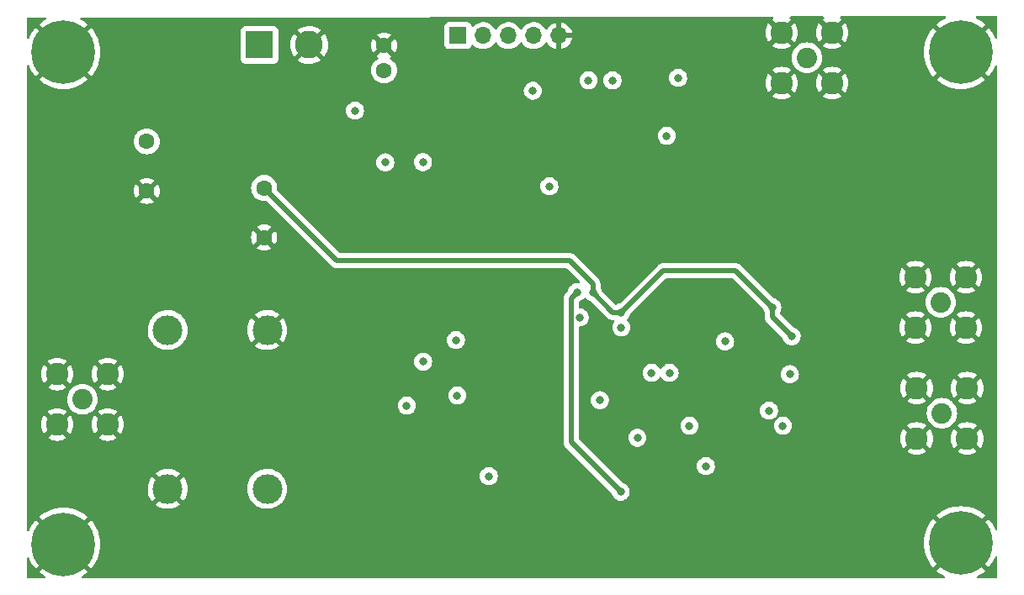
<source format=gbr>
%TF.GenerationSoftware,KiCad,Pcbnew,(6.0.0)*%
%TF.CreationDate,2022-06-16T16:12:24+02:00*%
%TF.ProjectId,sdrt41,73647274-3431-42e6-9b69-6361645f7063,rev?*%
%TF.SameCoordinates,Original*%
%TF.FileFunction,Copper,L3,Inr*%
%TF.FilePolarity,Positive*%
%FSLAX46Y46*%
G04 Gerber Fmt 4.6, Leading zero omitted, Abs format (unit mm)*
G04 Created by KiCad (PCBNEW (6.0.0)) date 2022-06-16 16:12:24*
%MOMM*%
%LPD*%
G01*
G04 APERTURE LIST*
%TA.AperFunction,ComponentPad*%
%ADD10C,2.050000*%
%TD*%
%TA.AperFunction,ComponentPad*%
%ADD11C,2.250000*%
%TD*%
%TA.AperFunction,ComponentPad*%
%ADD12C,0.800000*%
%TD*%
%TA.AperFunction,ComponentPad*%
%ADD13C,6.400000*%
%TD*%
%TA.AperFunction,ComponentPad*%
%ADD14C,1.600000*%
%TD*%
%TA.AperFunction,ComponentPad*%
%ADD15R,2.800000X2.800000*%
%TD*%
%TA.AperFunction,ComponentPad*%
%ADD16C,2.800000*%
%TD*%
%TA.AperFunction,ComponentPad*%
%ADD17C,3.000000*%
%TD*%
%TA.AperFunction,ComponentPad*%
%ADD18R,1.700000X1.700000*%
%TD*%
%TA.AperFunction,ComponentPad*%
%ADD19O,1.700000X1.700000*%
%TD*%
%TA.AperFunction,ViaPad*%
%ADD20C,0.800000*%
%TD*%
%TA.AperFunction,Conductor*%
%ADD21C,0.500000*%
%TD*%
G04 APERTURE END LIST*
D10*
%TO.N,Net-(C34-Pad2)*%
%TO.C,J6*%
X116586000Y-92710000D03*
D11*
%TO.N,GND*%
X119126000Y-90170000D03*
X114046000Y-90170000D03*
X119126000Y-95250000D03*
X114046000Y-95250000D03*
%TD*%
D12*
%TO.N,GND*%
%TO.C,H1*%
X116920944Y-69197056D03*
X121018000Y-67500000D03*
X120315056Y-65802944D03*
X120315056Y-69197056D03*
D13*
X118618000Y-67500000D03*
D12*
X118618000Y-65100000D03*
X116920944Y-65802944D03*
X118618000Y-69900000D03*
X116218000Y-67500000D03*
%TD*%
D10*
%TO.N,Net-(C24-Pad1)*%
%TO.C,J4*%
X103124000Y-68072000D03*
D11*
%TO.N,GND*%
X100584000Y-65532000D03*
X105664000Y-65532000D03*
X105664000Y-70612000D03*
X100584000Y-70612000D03*
%TD*%
D10*
%TO.N,Net-(J2-Pad1)*%
%TO.C,J2*%
X30226000Y-102489000D03*
D11*
%TO.N,GND*%
X32766000Y-105029000D03*
X32766000Y-99949000D03*
X27686000Y-105029000D03*
X27686000Y-99949000D03*
%TD*%
D10*
%TO.N,Net-(C33-Pad2)*%
%TO.C,J5*%
X116713000Y-103886000D03*
D11*
%TO.N,GND*%
X119253000Y-101346000D03*
X119253000Y-106426000D03*
X114173000Y-106426000D03*
X114173000Y-101346000D03*
%TD*%
D14*
%TO.N,+3V3*%
%TO.C,C5*%
X60579000Y-69342000D03*
%TO.N,GND*%
X60579000Y-66842000D03*
%TD*%
D12*
%TO.N,GND*%
%TO.C,H4*%
X26623944Y-69197056D03*
X30018056Y-69197056D03*
X30018056Y-65802944D03*
X26623944Y-65802944D03*
X28321000Y-69900000D03*
X30721000Y-67500000D03*
X28321000Y-65100000D03*
X25921000Y-67500000D03*
D13*
X28321000Y-67500000D03*
%TD*%
D15*
%TO.N,+12V*%
%TO.C,J1*%
X48046000Y-66782000D03*
D16*
%TO.N,GND*%
X53046000Y-66782000D03*
%TD*%
D17*
%TO.N,Net-(J2-Pad1)*%
%TO.C,T1*%
X38815000Y-95505000D03*
%TO.N,GND*%
X38815000Y-111505000D03*
X48815000Y-95505000D03*
%TO.N,Net-(C7-Pad1)*%
X48815000Y-111505000D03*
%TD*%
D14*
%TO.N,+5V*%
%TO.C,C4*%
X36703000Y-76494000D03*
%TO.N,GND*%
X36703000Y-81494000D03*
%TD*%
D18*
%TO.N,+5V*%
%TO.C,J3*%
X68025000Y-65850000D03*
D19*
%TO.N,SDA*%
X70565000Y-65850000D03*
%TO.N,SCL*%
X73105000Y-65850000D03*
%TO.N,RX-TX*%
X75645000Y-65850000D03*
%TO.N,GND*%
X78185000Y-65850000D03*
%TD*%
D12*
%TO.N,GND*%
%TO.C,H2*%
X118618000Y-114567000D03*
X118618000Y-119367000D03*
X116920944Y-118664056D03*
X121018000Y-116967000D03*
X116218000Y-116967000D03*
D13*
X118618000Y-116967000D03*
D12*
X116920944Y-115269944D03*
X120315056Y-115269944D03*
X120315056Y-118664056D03*
%TD*%
D14*
%TO.N,+12V*%
%TO.C,C1*%
X48514000Y-81193000D03*
%TO.N,GND*%
X48514000Y-86193000D03*
%TD*%
D12*
%TO.N,GND*%
%TO.C,H3*%
X25921000Y-117094000D03*
X30721000Y-117094000D03*
X30018056Y-118791056D03*
X26623944Y-118791056D03*
X30018056Y-115396944D03*
X28321000Y-119494000D03*
X26623944Y-115396944D03*
D13*
X28321000Y-117094000D03*
D12*
X28321000Y-114694000D03*
%TD*%
D20*
%TO.N,GND*%
X83820000Y-66040000D03*
X109220000Y-66040000D03*
X73660000Y-118110000D03*
X109220000Y-113030000D03*
X90805000Y-112600000D03*
X119380000Y-87630000D03*
X38100000Y-118110000D03*
X68580000Y-118110000D03*
X62230000Y-83820000D03*
X96520000Y-87630000D03*
X26670000Y-86360000D03*
X34290000Y-90170000D03*
X76200000Y-118110000D03*
X69850000Y-90170000D03*
X71755000Y-85090000D03*
X107950000Y-87630000D03*
X60960000Y-90170000D03*
X48260000Y-118110000D03*
X55880000Y-118110000D03*
X81661000Y-98679000D03*
X29210000Y-90170000D03*
X115570000Y-87630000D03*
X88900000Y-85852000D03*
X82550000Y-88900000D03*
X92710000Y-83820000D03*
X73660000Y-90170000D03*
X46990000Y-90170000D03*
X64770000Y-83820000D03*
X69850000Y-71501000D03*
X59690000Y-83820000D03*
X44450000Y-90170000D03*
X88900000Y-66040000D03*
X31750000Y-110490000D03*
X111760000Y-110490000D03*
X89535000Y-79248000D03*
X74295000Y-85090000D03*
X82804000Y-85598000D03*
X67818000Y-98679000D03*
X92710000Y-81280000D03*
X50800000Y-118110000D03*
X92710000Y-87630000D03*
X67437000Y-83439000D03*
X111760000Y-87630000D03*
X78994000Y-85598000D03*
X41910000Y-90170000D03*
X66040000Y-118110000D03*
X91221000Y-102550000D03*
X40640000Y-118110000D03*
X101600000Y-118110000D03*
X82042000Y-94234000D03*
X78740000Y-118110000D03*
X26670000Y-78740000D03*
X96520000Y-118110000D03*
X89535000Y-90805000D03*
X45720000Y-118110000D03*
X26670000Y-82550000D03*
X81280000Y-118110000D03*
X70231000Y-77597000D03*
X26670000Y-74930000D03*
X119380000Y-81280000D03*
X71120000Y-118110000D03*
X39370000Y-90170000D03*
X86360000Y-118110000D03*
X49530000Y-90170000D03*
X31750000Y-90170000D03*
X92710000Y-74930000D03*
X86360000Y-87630000D03*
X88900000Y-87630000D03*
X68072000Y-76073000D03*
X60960000Y-118110000D03*
X58420000Y-90170000D03*
X36830000Y-90170000D03*
X90932000Y-85090000D03*
X88900000Y-118110000D03*
X94488000Y-73406000D03*
X92710000Y-78740000D03*
X35560000Y-118110000D03*
X71755000Y-98679000D03*
X114300000Y-66040000D03*
X91440000Y-118110000D03*
X66040000Y-92710000D03*
X26670000Y-90170000D03*
X58293000Y-80518000D03*
X60706000Y-80518000D03*
X55880000Y-90170000D03*
X90170000Y-73660000D03*
X26670000Y-110490000D03*
X100330000Y-87630000D03*
X106680000Y-115570000D03*
X26670000Y-93980000D03*
X63500000Y-118110000D03*
X57150000Y-83820000D03*
X104140000Y-87630000D03*
X119380000Y-76200000D03*
X58420000Y-118110000D03*
X82042000Y-81534000D03*
X86360000Y-85852000D03*
X43053000Y-65913000D03*
X53340000Y-118110000D03*
X99060000Y-118110000D03*
X43180000Y-118110000D03*
X71247000Y-82296000D03*
X83820000Y-118110000D03*
X93980000Y-118110000D03*
X104140000Y-118110000D03*
%TO.N,+5V*%
X57658000Y-73406000D03*
%TO.N,+3V3*%
X90170000Y-70104000D03*
X60706000Y-78613000D03*
X83566000Y-70358000D03*
X89027000Y-75946000D03*
X64491000Y-78588000D03*
X81153000Y-70358000D03*
X67818000Y-96520000D03*
%TO.N,+12V*%
X101600000Y-96139000D03*
X81587500Y-91700000D03*
X84455000Y-93726000D03*
X99646000Y-93218000D03*
%TO.N,Net-(C16-Pad2)*%
X62865000Y-103124000D03*
X71120000Y-110236000D03*
%TO.N,+12C*%
X86071000Y-106360000D03*
X84455000Y-95250000D03*
%TO.N,Net-(C29-Pad2)*%
X100711000Y-105156000D03*
X101412000Y-99949000D03*
%TO.N,RX-TX*%
X75550000Y-71400000D03*
X64516000Y-98694000D03*
%TO.N,Net-(R10-Pad1)*%
X82296000Y-102573500D03*
X80264000Y-94234000D03*
%TO.N,Net-(U3-Pad5)*%
X67945000Y-102108000D03*
X77216000Y-81026000D03*
%TO.N,Net-(R14-Pad2)*%
X91313000Y-105156000D03*
X89304500Y-99822000D03*
%TO.N,Net-(R14-Pad1)*%
X87503000Y-99822000D03*
X92964000Y-109220000D03*
%TO.N,Net-(C25-Pad2)*%
X80006500Y-91694000D03*
X84389000Y-111797500D03*
%TO.N,Net-(R25-Pad2)*%
X94892500Y-96647000D03*
X99314000Y-103632000D03*
%TD*%
D21*
%TO.N,+5V*%
X68025000Y-65850000D02*
X67767489Y-65592489D01*
%TO.N,+12V*%
X84455000Y-93726000D02*
X84963000Y-93218000D01*
X99646000Y-93218000D02*
X99646000Y-94185000D01*
X84963000Y-93218000D02*
X88646000Y-89535000D01*
X99646000Y-94185000D02*
X101600000Y-96139000D01*
X88646000Y-89535000D02*
X95963000Y-89535000D01*
X95963000Y-89535000D02*
X99646000Y-93218000D01*
X48514000Y-81193000D02*
X55840000Y-88519000D01*
X81587500Y-91747500D02*
X83566000Y-93726000D01*
X81587500Y-90858500D02*
X81587500Y-91747500D01*
X55840000Y-88519000D02*
X79248000Y-88519000D01*
X81587500Y-90858500D02*
X81587500Y-91700000D01*
X83566000Y-93726000D02*
X84455000Y-93726000D01*
X79248000Y-88519000D02*
X81587500Y-90858500D01*
%TO.N,Net-(C25-Pad2)*%
X79414489Y-106822989D02*
X79414489Y-92286011D01*
X79414489Y-92286011D02*
X80006500Y-91694000D01*
X84389000Y-111797500D02*
X79414489Y-106822989D01*
%TD*%
%TA.AperFunction,Conductor*%
%TO.N,GND*%
G36*
X122242984Y-63901731D02*
G01*
X122289546Y-63955327D01*
X122301000Y-64007817D01*
X122301000Y-66067800D01*
X122280998Y-66135921D01*
X122227342Y-66182414D01*
X122157068Y-66192518D01*
X122092488Y-66163024D01*
X122057369Y-66112954D01*
X122011260Y-65992836D01*
X122008578Y-65986811D01*
X121835128Y-65646397D01*
X121831831Y-65640687D01*
X121623742Y-65320258D01*
X121619877Y-65314939D01*
X121426522Y-65076165D01*
X121414267Y-65067700D01*
X121403176Y-65074034D01*
X118990022Y-67487188D01*
X118982408Y-67501132D01*
X118982539Y-67502965D01*
X118986790Y-67509580D01*
X121402310Y-69925100D01*
X121415386Y-69932241D01*
X121425753Y-69924784D01*
X121619877Y-69685061D01*
X121623747Y-69679735D01*
X121831831Y-69359313D01*
X121835128Y-69353603D01*
X122008578Y-69013189D01*
X122011260Y-69007164D01*
X122057369Y-68887046D01*
X122100455Y-68830618D01*
X122167208Y-68806441D01*
X122236435Y-68822192D01*
X122286157Y-68872870D01*
X122301000Y-68932200D01*
X122301000Y-115534800D01*
X122280998Y-115602921D01*
X122227342Y-115649414D01*
X122157068Y-115659518D01*
X122092488Y-115630024D01*
X122057369Y-115579954D01*
X122011260Y-115459836D01*
X122008578Y-115453811D01*
X121835128Y-115113397D01*
X121831831Y-115107687D01*
X121623747Y-114787265D01*
X121619877Y-114781939D01*
X121426522Y-114543165D01*
X121414267Y-114534700D01*
X121403176Y-114541034D01*
X118990022Y-116954188D01*
X118982408Y-116968132D01*
X118982539Y-116969965D01*
X118986790Y-116976580D01*
X121402310Y-119392100D01*
X121415386Y-119399241D01*
X121425753Y-119391784D01*
X121619877Y-119152061D01*
X121623747Y-119146735D01*
X121831831Y-118826313D01*
X121835128Y-118820603D01*
X122008578Y-118480189D01*
X122011260Y-118474164D01*
X122057369Y-118354046D01*
X122100455Y-118297618D01*
X122167208Y-118273441D01*
X122236435Y-118289192D01*
X122286157Y-118339870D01*
X122301000Y-118399200D01*
X122301000Y-120397000D01*
X122280998Y-120465121D01*
X122227342Y-120511614D01*
X122175000Y-120523000D01*
X120331358Y-120523000D01*
X120263237Y-120502998D01*
X120216744Y-120449342D01*
X120206640Y-120379068D01*
X120236134Y-120314488D01*
X120274155Y-120284733D01*
X120471606Y-120184127D01*
X120477315Y-120180830D01*
X120797728Y-119972751D01*
X120803065Y-119968874D01*
X121041835Y-119775522D01*
X121050300Y-119763267D01*
X121043966Y-119752176D01*
X118630812Y-117339022D01*
X118616868Y-117331408D01*
X118615035Y-117331539D01*
X118608420Y-117335790D01*
X116192900Y-119751310D01*
X116185759Y-119764386D01*
X116193216Y-119774753D01*
X116432935Y-119968874D01*
X116438272Y-119972751D01*
X116758685Y-120180830D01*
X116764394Y-120184127D01*
X116961845Y-120284733D01*
X117013460Y-120333481D01*
X117030526Y-120402396D01*
X117007625Y-120469598D01*
X116952028Y-120513750D01*
X116904642Y-120523000D01*
X30274351Y-120523000D01*
X30206230Y-120502998D01*
X30159737Y-120449342D01*
X30149633Y-120379068D01*
X30179127Y-120314488D01*
X30205726Y-120291328D01*
X30500728Y-120099751D01*
X30506065Y-120095874D01*
X30744835Y-119902522D01*
X30753300Y-119890267D01*
X30746966Y-119879176D01*
X28333812Y-117466022D01*
X28319868Y-117458408D01*
X28318035Y-117458539D01*
X28311420Y-117462790D01*
X25895900Y-119878310D01*
X25888759Y-119891386D01*
X25896216Y-119901753D01*
X26135935Y-120095874D01*
X26141272Y-120099751D01*
X26436274Y-120291328D01*
X26482510Y-120345204D01*
X26492280Y-120415525D01*
X26462480Y-120479965D01*
X26402571Y-120518064D01*
X26367649Y-120523000D01*
X24764000Y-120523000D01*
X24695879Y-120502998D01*
X24649386Y-120449342D01*
X24638000Y-120397000D01*
X24638000Y-118526200D01*
X24658002Y-118458079D01*
X24711658Y-118411586D01*
X24781932Y-118401482D01*
X24846512Y-118430976D01*
X24881631Y-118481046D01*
X24927740Y-118601164D01*
X24930422Y-118607189D01*
X25103872Y-118947603D01*
X25107169Y-118953313D01*
X25315253Y-119273735D01*
X25319123Y-119279061D01*
X25512478Y-119517835D01*
X25524733Y-119526300D01*
X25535824Y-119519966D01*
X27948978Y-117106812D01*
X27955356Y-117095132D01*
X28685408Y-117095132D01*
X28685539Y-117096965D01*
X28689790Y-117103580D01*
X31105310Y-119519100D01*
X31118386Y-119526241D01*
X31128753Y-119518784D01*
X31322877Y-119279061D01*
X31326747Y-119273735D01*
X31534831Y-118953313D01*
X31538128Y-118947603D01*
X31711578Y-118607189D01*
X31714260Y-118601164D01*
X31851171Y-118244498D01*
X31853212Y-118238216D01*
X31952094Y-117869184D01*
X31953465Y-117862734D01*
X32013234Y-117485371D01*
X32013920Y-117478833D01*
X32033916Y-117097301D01*
X32033916Y-117090699D01*
X32027606Y-116970301D01*
X114905084Y-116970301D01*
X114925080Y-117351833D01*
X114925766Y-117358371D01*
X114985535Y-117735734D01*
X114986906Y-117742184D01*
X115085788Y-118111216D01*
X115087829Y-118117498D01*
X115224740Y-118474164D01*
X115227422Y-118480189D01*
X115400872Y-118820603D01*
X115404169Y-118826313D01*
X115612253Y-119146735D01*
X115616123Y-119152061D01*
X115809478Y-119390835D01*
X115821733Y-119399300D01*
X115832824Y-119392966D01*
X118245978Y-116979812D01*
X118253592Y-116965868D01*
X118253461Y-116964035D01*
X118249210Y-116957420D01*
X115833690Y-114541900D01*
X115820614Y-114534759D01*
X115810247Y-114542216D01*
X115616123Y-114781939D01*
X115612253Y-114787265D01*
X115404169Y-115107687D01*
X115400872Y-115113397D01*
X115227422Y-115453811D01*
X115224740Y-115459836D01*
X115087829Y-115816502D01*
X115085788Y-115822784D01*
X114986906Y-116191816D01*
X114985535Y-116198266D01*
X114925766Y-116575629D01*
X114925080Y-116582167D01*
X114905084Y-116963699D01*
X114905084Y-116970301D01*
X32027606Y-116970301D01*
X32013920Y-116709167D01*
X32013234Y-116702629D01*
X31953465Y-116325266D01*
X31952094Y-116318816D01*
X31853212Y-115949784D01*
X31851171Y-115943502D01*
X31714260Y-115586836D01*
X31711578Y-115580811D01*
X31538128Y-115240397D01*
X31534831Y-115234687D01*
X31326747Y-114914265D01*
X31322877Y-114908939D01*
X31129522Y-114670165D01*
X31117267Y-114661700D01*
X31106176Y-114668034D01*
X28693022Y-117081188D01*
X28685408Y-117095132D01*
X27955356Y-117095132D01*
X27956592Y-117092868D01*
X27956461Y-117091035D01*
X27952210Y-117084420D01*
X25536690Y-114668900D01*
X25523614Y-114661759D01*
X25513247Y-114669216D01*
X25319123Y-114908939D01*
X25315253Y-114914265D01*
X25107169Y-115234687D01*
X25103872Y-115240397D01*
X24930422Y-115580811D01*
X24927740Y-115586836D01*
X24881631Y-115706954D01*
X24838545Y-115763382D01*
X24771792Y-115787559D01*
X24702565Y-115771808D01*
X24652843Y-115721130D01*
X24638000Y-115661800D01*
X24638000Y-114297733D01*
X25888700Y-114297733D01*
X25895034Y-114308824D01*
X28308188Y-116721978D01*
X28322132Y-116729592D01*
X28323965Y-116729461D01*
X28330580Y-116725210D01*
X30746100Y-114309690D01*
X30753241Y-114296614D01*
X30745784Y-114286247D01*
X30603136Y-114170733D01*
X116185700Y-114170733D01*
X116192034Y-114181824D01*
X118605188Y-116594978D01*
X118619132Y-116602592D01*
X118620965Y-116602461D01*
X118627580Y-116598210D01*
X121043100Y-114182690D01*
X121050241Y-114169614D01*
X121042784Y-114159247D01*
X120803065Y-113965126D01*
X120797728Y-113961249D01*
X120477315Y-113753170D01*
X120471606Y-113749873D01*
X120131189Y-113576422D01*
X120125164Y-113573740D01*
X119768498Y-113436829D01*
X119762216Y-113434788D01*
X119393184Y-113335906D01*
X119386734Y-113334535D01*
X119009371Y-113274766D01*
X119002833Y-113274080D01*
X118621301Y-113254084D01*
X118614699Y-113254084D01*
X118233167Y-113274080D01*
X118226629Y-113274766D01*
X117849266Y-113334535D01*
X117842816Y-113335906D01*
X117473784Y-113434788D01*
X117467502Y-113436829D01*
X117110836Y-113573740D01*
X117104811Y-113576422D01*
X116764397Y-113749872D01*
X116758687Y-113753169D01*
X116438265Y-113961253D01*
X116432939Y-113965123D01*
X116194165Y-114158478D01*
X116185700Y-114170733D01*
X30603136Y-114170733D01*
X30506065Y-114092126D01*
X30500728Y-114088249D01*
X30180315Y-113880170D01*
X30174606Y-113876873D01*
X29834189Y-113703422D01*
X29828164Y-113700740D01*
X29471498Y-113563829D01*
X29465216Y-113561788D01*
X29096184Y-113462906D01*
X29089734Y-113461535D01*
X28712371Y-113401766D01*
X28705833Y-113401080D01*
X28324301Y-113381084D01*
X28317699Y-113381084D01*
X27936167Y-113401080D01*
X27929629Y-113401766D01*
X27552266Y-113461535D01*
X27545816Y-113462906D01*
X27176784Y-113561788D01*
X27170502Y-113563829D01*
X26813836Y-113700740D01*
X26807811Y-113703422D01*
X26467397Y-113876872D01*
X26461687Y-113880169D01*
X26141265Y-114088253D01*
X26135939Y-114092123D01*
X25897165Y-114285478D01*
X25888700Y-114297733D01*
X24638000Y-114297733D01*
X24638000Y-113094654D01*
X37590618Y-113094654D01*
X37597673Y-113104627D01*
X37628679Y-113130551D01*
X37635598Y-113135579D01*
X37860272Y-113276515D01*
X37867807Y-113280556D01*
X38109520Y-113389694D01*
X38117551Y-113392680D01*
X38371832Y-113468002D01*
X38380184Y-113469869D01*
X38642340Y-113509984D01*
X38650874Y-113510700D01*
X38916045Y-113514867D01*
X38924596Y-113514418D01*
X39187883Y-113482557D01*
X39196284Y-113480955D01*
X39452824Y-113413653D01*
X39460926Y-113410926D01*
X39705949Y-113309434D01*
X39713617Y-113305628D01*
X39942598Y-113171822D01*
X39949679Y-113167009D01*
X40029655Y-113104301D01*
X40038125Y-113092442D01*
X40031608Y-113080818D01*
X38827812Y-111877022D01*
X38813868Y-111869408D01*
X38812035Y-111869539D01*
X38805420Y-111873790D01*
X37597910Y-113081300D01*
X37590618Y-113094654D01*
X24638000Y-113094654D01*
X24638000Y-111488204D01*
X36802665Y-111488204D01*
X36817932Y-111752969D01*
X36819005Y-111761470D01*
X36870065Y-112021722D01*
X36872276Y-112029974D01*
X36958184Y-112280894D01*
X36961499Y-112288779D01*
X37080664Y-112525713D01*
X37085020Y-112533079D01*
X37214347Y-112721250D01*
X37224601Y-112729594D01*
X37238342Y-112722448D01*
X38442978Y-111517812D01*
X38449356Y-111506132D01*
X39179408Y-111506132D01*
X39179539Y-111507965D01*
X39183790Y-111514580D01*
X40390730Y-112721520D01*
X40402939Y-112728187D01*
X40414439Y-112719497D01*
X40511831Y-112586913D01*
X40516418Y-112579685D01*
X40642962Y-112346621D01*
X40646530Y-112338827D01*
X40740271Y-112090750D01*
X40742748Y-112082544D01*
X40801954Y-111824038D01*
X40803294Y-111815577D01*
X40827031Y-111549616D01*
X40827277Y-111544677D01*
X40827666Y-111507485D01*
X40827523Y-111502519D01*
X40826255Y-111483918D01*
X46801917Y-111483918D01*
X46817682Y-111757320D01*
X46818507Y-111761525D01*
X46818508Y-111761533D01*
X46839698Y-111869539D01*
X46870405Y-112026053D01*
X46871792Y-112030103D01*
X46871793Y-112030108D01*
X46892605Y-112090895D01*
X46959112Y-112285144D01*
X47082160Y-112529799D01*
X47084586Y-112533328D01*
X47084589Y-112533334D01*
X47213741Y-112721250D01*
X47237274Y-112755490D01*
X47421582Y-112958043D01*
X47631675Y-113133707D01*
X47635316Y-113135991D01*
X47860024Y-113276951D01*
X47860028Y-113276953D01*
X47863664Y-113279234D01*
X47931544Y-113309883D01*
X48109345Y-113390164D01*
X48109349Y-113390166D01*
X48113257Y-113391930D01*
X48117377Y-113393150D01*
X48117376Y-113393150D01*
X48371723Y-113468491D01*
X48371727Y-113468492D01*
X48375836Y-113469709D01*
X48380070Y-113470357D01*
X48380075Y-113470358D01*
X48642298Y-113510483D01*
X48642300Y-113510483D01*
X48646540Y-113511132D01*
X48785912Y-113513322D01*
X48916071Y-113515367D01*
X48916077Y-113515367D01*
X48920362Y-113515434D01*
X49192235Y-113482534D01*
X49457127Y-113413041D01*
X49461087Y-113411401D01*
X49461092Y-113411399D01*
X49643347Y-113335906D01*
X49710136Y-113308241D01*
X49946582Y-113170073D01*
X50162089Y-113001094D01*
X50203809Y-112958043D01*
X50349686Y-112807509D01*
X50352669Y-112804431D01*
X50355202Y-112800983D01*
X50355206Y-112800978D01*
X50512257Y-112587178D01*
X50514795Y-112583723D01*
X50516841Y-112579955D01*
X50643418Y-112346830D01*
X50643419Y-112346828D01*
X50645468Y-112343054D01*
X50742269Y-112086877D01*
X50803407Y-111819933D01*
X50804824Y-111804065D01*
X50827531Y-111549627D01*
X50827532Y-111549616D01*
X50827751Y-111547161D01*
X50828193Y-111505000D01*
X50822804Y-111425944D01*
X50809859Y-111236055D01*
X50809858Y-111236049D01*
X50809567Y-111231778D01*
X50754032Y-110963612D01*
X50662617Y-110705465D01*
X50537013Y-110462112D01*
X50527040Y-110447921D01*
X50382008Y-110241562D01*
X50379545Y-110238057D01*
X50377634Y-110236000D01*
X70206496Y-110236000D01*
X70207186Y-110242565D01*
X70211230Y-110281037D01*
X70226458Y-110425928D01*
X70285473Y-110607556D01*
X70380960Y-110772944D01*
X70508747Y-110914866D01*
X70663248Y-111027118D01*
X70669276Y-111029802D01*
X70669278Y-111029803D01*
X70831681Y-111102109D01*
X70837712Y-111104794D01*
X70902824Y-111118634D01*
X71018056Y-111143128D01*
X71018061Y-111143128D01*
X71024513Y-111144500D01*
X71215487Y-111144500D01*
X71221939Y-111143128D01*
X71221944Y-111143128D01*
X71337176Y-111118634D01*
X71402288Y-111104794D01*
X71408319Y-111102109D01*
X71570722Y-111029803D01*
X71570724Y-111029802D01*
X71576752Y-111027118D01*
X71731253Y-110914866D01*
X71859040Y-110772944D01*
X71954527Y-110607556D01*
X72013542Y-110425928D01*
X72028771Y-110281037D01*
X72032814Y-110242565D01*
X72033504Y-110236000D01*
X72031679Y-110218633D01*
X72014232Y-110052635D01*
X72014232Y-110052633D01*
X72013542Y-110046072D01*
X71954527Y-109864444D01*
X71859040Y-109699056D01*
X71775204Y-109605946D01*
X71735675Y-109562045D01*
X71735674Y-109562044D01*
X71731253Y-109557134D01*
X71576752Y-109444882D01*
X71570724Y-109442198D01*
X71570722Y-109442197D01*
X71408319Y-109369891D01*
X71408318Y-109369891D01*
X71402288Y-109367206D01*
X71308888Y-109347353D01*
X71221944Y-109328872D01*
X71221939Y-109328872D01*
X71215487Y-109327500D01*
X71024513Y-109327500D01*
X71018061Y-109328872D01*
X71018056Y-109328872D01*
X70931113Y-109347353D01*
X70837712Y-109367206D01*
X70831682Y-109369891D01*
X70831681Y-109369891D01*
X70669278Y-109442197D01*
X70669276Y-109442198D01*
X70663248Y-109444882D01*
X70508747Y-109557134D01*
X70504326Y-109562044D01*
X70504325Y-109562045D01*
X70464797Y-109605946D01*
X70380960Y-109699056D01*
X70285473Y-109864444D01*
X70226458Y-110046072D01*
X70225768Y-110052633D01*
X70225768Y-110052635D01*
X70208321Y-110218633D01*
X70206496Y-110236000D01*
X50377634Y-110236000D01*
X50309466Y-110162643D01*
X50196046Y-110040588D01*
X50196043Y-110040585D01*
X50193125Y-110037445D01*
X50189810Y-110034731D01*
X50189806Y-110034728D01*
X49984523Y-109866706D01*
X49981205Y-109863990D01*
X49747704Y-109720901D01*
X49743768Y-109719173D01*
X49500873Y-109612549D01*
X49500869Y-109612548D01*
X49496945Y-109610825D01*
X49233566Y-109535800D01*
X49229324Y-109535196D01*
X49229318Y-109535195D01*
X49028834Y-109506662D01*
X48962443Y-109497213D01*
X48818589Y-109496460D01*
X48692877Y-109495802D01*
X48692871Y-109495802D01*
X48688591Y-109495780D01*
X48684347Y-109496339D01*
X48684343Y-109496339D01*
X48565302Y-109512011D01*
X48417078Y-109531525D01*
X48412938Y-109532658D01*
X48412936Y-109532658D01*
X48340008Y-109552609D01*
X48152928Y-109603788D01*
X48148980Y-109605472D01*
X47904982Y-109709546D01*
X47904978Y-109709548D01*
X47901030Y-109711232D01*
X47816450Y-109761852D01*
X47669725Y-109849664D01*
X47669721Y-109849667D01*
X47666043Y-109851868D01*
X47452318Y-110023094D01*
X47263808Y-110221742D01*
X47104002Y-110444136D01*
X46975857Y-110686161D01*
X46974385Y-110690184D01*
X46974383Y-110690188D01*
X46904500Y-110881150D01*
X46881743Y-110943337D01*
X46823404Y-111210907D01*
X46801917Y-111483918D01*
X40826255Y-111483918D01*
X40809362Y-111236123D01*
X40808201Y-111227649D01*
X40754419Y-110967944D01*
X40752120Y-110959709D01*
X40663588Y-110709705D01*
X40660191Y-110701854D01*
X40538550Y-110466178D01*
X40534122Y-110458866D01*
X40415031Y-110289417D01*
X40404509Y-110281037D01*
X40391121Y-110288089D01*
X39187022Y-111492188D01*
X39179408Y-111506132D01*
X38449356Y-111506132D01*
X38450592Y-111503868D01*
X38450461Y-111502035D01*
X38446210Y-111495420D01*
X37238814Y-110288024D01*
X37226804Y-110281466D01*
X37215064Y-110290434D01*
X37106935Y-110440911D01*
X37102418Y-110448196D01*
X36978325Y-110682567D01*
X36974839Y-110690395D01*
X36883700Y-110939446D01*
X36881311Y-110947670D01*
X36824812Y-111206795D01*
X36823563Y-111215250D01*
X36802754Y-111479653D01*
X36802665Y-111488204D01*
X24638000Y-111488204D01*
X24638000Y-109917500D01*
X37591584Y-109917500D01*
X37597980Y-109928770D01*
X38802188Y-111132978D01*
X38816132Y-111140592D01*
X38817965Y-111140461D01*
X38824580Y-111136210D01*
X40031604Y-109929186D01*
X40038795Y-109916017D01*
X40031473Y-109905780D01*
X39984233Y-109867115D01*
X39977261Y-109862160D01*
X39751122Y-109723582D01*
X39743552Y-109719624D01*
X39500704Y-109613022D01*
X39492644Y-109610120D01*
X39237592Y-109537467D01*
X39229214Y-109535685D01*
X38966656Y-109498318D01*
X38958111Y-109497691D01*
X38692908Y-109496302D01*
X38684374Y-109496839D01*
X38421433Y-109531456D01*
X38413035Y-109533149D01*
X38157238Y-109603127D01*
X38149143Y-109605946D01*
X37905199Y-109709997D01*
X37897577Y-109713881D01*
X37670013Y-109850075D01*
X37662981Y-109854962D01*
X37600053Y-109905377D01*
X37591584Y-109917500D01*
X24638000Y-109917500D01*
X24638000Y-106353471D01*
X26726884Y-106353471D01*
X26730570Y-106358740D01*
X26938121Y-106485927D01*
X26946915Y-106490408D01*
X27175242Y-106584984D01*
X27184627Y-106588033D01*
X27424940Y-106645728D01*
X27434687Y-106647271D01*
X27681070Y-106666662D01*
X27690930Y-106666662D01*
X27937313Y-106647271D01*
X27947060Y-106645728D01*
X28187373Y-106588033D01*
X28196758Y-106584984D01*
X28425085Y-106490408D01*
X28433879Y-106485927D01*
X28639928Y-106359660D01*
X28643968Y-106353471D01*
X31806884Y-106353471D01*
X31810570Y-106358740D01*
X32018121Y-106485927D01*
X32026915Y-106490408D01*
X32255242Y-106584984D01*
X32264627Y-106588033D01*
X32504940Y-106645728D01*
X32514687Y-106647271D01*
X32761070Y-106666662D01*
X32770930Y-106666662D01*
X33017313Y-106647271D01*
X33027060Y-106645728D01*
X33267373Y-106588033D01*
X33276758Y-106584984D01*
X33505085Y-106490408D01*
X33513879Y-106485927D01*
X33719928Y-106359660D01*
X33725190Y-106351599D01*
X33719183Y-106341393D01*
X32778812Y-105401022D01*
X32764868Y-105393408D01*
X32763035Y-105393539D01*
X32756420Y-105397790D01*
X31814276Y-106339934D01*
X31806884Y-106353471D01*
X28643968Y-106353471D01*
X28645190Y-106351599D01*
X28639183Y-106341393D01*
X27698812Y-105401022D01*
X27684868Y-105393408D01*
X27683035Y-105393539D01*
X27676420Y-105397790D01*
X26734276Y-106339934D01*
X26726884Y-106353471D01*
X24638000Y-106353471D01*
X24638000Y-105033930D01*
X26048338Y-105033930D01*
X26067729Y-105280313D01*
X26069272Y-105290060D01*
X26126967Y-105530373D01*
X26130016Y-105539758D01*
X26224592Y-105768085D01*
X26229073Y-105776879D01*
X26355340Y-105982928D01*
X26363401Y-105988190D01*
X26373607Y-105982183D01*
X27313978Y-105041812D01*
X27320356Y-105030132D01*
X28050408Y-105030132D01*
X28050539Y-105031965D01*
X28054790Y-105038580D01*
X28996934Y-105980724D01*
X29010471Y-105988116D01*
X29015740Y-105984430D01*
X29142927Y-105776879D01*
X29147408Y-105768085D01*
X29241984Y-105539758D01*
X29245033Y-105530373D01*
X29302728Y-105290060D01*
X29304271Y-105280313D01*
X29323662Y-105033930D01*
X31128338Y-105033930D01*
X31147729Y-105280313D01*
X31149272Y-105290060D01*
X31206967Y-105530373D01*
X31210016Y-105539758D01*
X31304592Y-105768085D01*
X31309073Y-105776879D01*
X31435340Y-105982928D01*
X31443401Y-105988190D01*
X31453607Y-105982183D01*
X32393978Y-105041812D01*
X32400356Y-105030132D01*
X33130408Y-105030132D01*
X33130539Y-105031965D01*
X33134790Y-105038580D01*
X34076934Y-105980724D01*
X34090471Y-105988116D01*
X34095740Y-105984430D01*
X34222927Y-105776879D01*
X34227408Y-105768085D01*
X34321984Y-105539758D01*
X34325033Y-105530373D01*
X34382728Y-105290060D01*
X34384271Y-105280313D01*
X34403662Y-105033930D01*
X34403662Y-105024070D01*
X34384271Y-104777687D01*
X34382728Y-104767940D01*
X34325033Y-104527627D01*
X34321984Y-104518242D01*
X34227408Y-104289915D01*
X34222927Y-104281121D01*
X34096660Y-104075072D01*
X34088599Y-104069810D01*
X34078393Y-104075817D01*
X33138022Y-105016188D01*
X33130408Y-105030132D01*
X32400356Y-105030132D01*
X32401592Y-105027868D01*
X32401461Y-105026035D01*
X32397210Y-105019420D01*
X31455066Y-104077276D01*
X31441529Y-104069884D01*
X31436260Y-104073570D01*
X31309073Y-104281121D01*
X31304592Y-104289915D01*
X31210016Y-104518242D01*
X31206967Y-104527627D01*
X31149272Y-104767940D01*
X31147729Y-104777687D01*
X31128338Y-105024070D01*
X31128338Y-105033930D01*
X29323662Y-105033930D01*
X29323662Y-105024070D01*
X29304271Y-104777687D01*
X29302728Y-104767940D01*
X29245033Y-104527627D01*
X29241984Y-104518242D01*
X29147408Y-104289915D01*
X29142927Y-104281121D01*
X29016660Y-104075072D01*
X29008599Y-104069810D01*
X28998393Y-104075817D01*
X28058022Y-105016188D01*
X28050408Y-105030132D01*
X27320356Y-105030132D01*
X27321592Y-105027868D01*
X27321461Y-105026035D01*
X27317210Y-105019420D01*
X26375066Y-104077276D01*
X26361529Y-104069884D01*
X26356260Y-104073570D01*
X26229073Y-104281121D01*
X26224592Y-104289915D01*
X26130016Y-104518242D01*
X26126967Y-104527627D01*
X26069272Y-104767940D01*
X26067729Y-104777687D01*
X26048338Y-105024070D01*
X26048338Y-105033930D01*
X24638000Y-105033930D01*
X24638000Y-103706401D01*
X26726810Y-103706401D01*
X26732817Y-103716607D01*
X27673188Y-104656978D01*
X27687132Y-104664592D01*
X27688965Y-104664461D01*
X27695580Y-104660210D01*
X28637724Y-103718066D01*
X28645116Y-103704529D01*
X28641430Y-103699260D01*
X28433879Y-103572073D01*
X28425085Y-103567592D01*
X28196758Y-103473016D01*
X28187373Y-103469967D01*
X27947060Y-103412272D01*
X27937313Y-103410729D01*
X27690930Y-103391338D01*
X27681070Y-103391338D01*
X27434687Y-103410729D01*
X27424940Y-103412272D01*
X27184627Y-103469967D01*
X27175242Y-103473016D01*
X26946915Y-103567592D01*
X26938121Y-103572073D01*
X26732072Y-103698340D01*
X26726810Y-103706401D01*
X24638000Y-103706401D01*
X24638000Y-102489000D01*
X28687758Y-102489000D01*
X28706696Y-102729634D01*
X28707850Y-102734441D01*
X28707851Y-102734447D01*
X28722411Y-102795091D01*
X28763045Y-102964343D01*
X28764938Y-102968914D01*
X28764939Y-102968916D01*
X28826458Y-103117435D01*
X28855416Y-103187347D01*
X28981536Y-103393156D01*
X29138299Y-103576701D01*
X29321844Y-103733464D01*
X29527653Y-103859584D01*
X29532223Y-103861477D01*
X29532227Y-103861479D01*
X29746084Y-103950061D01*
X29750657Y-103951955D01*
X29833039Y-103971733D01*
X29980553Y-104007149D01*
X29980559Y-104007150D01*
X29985366Y-104008304D01*
X30226000Y-104027242D01*
X30466634Y-104008304D01*
X30471441Y-104007150D01*
X30471447Y-104007149D01*
X30618961Y-103971733D01*
X30701343Y-103951955D01*
X30705916Y-103950061D01*
X30919773Y-103861479D01*
X30919777Y-103861477D01*
X30924347Y-103859584D01*
X31130156Y-103733464D01*
X31161843Y-103706401D01*
X31806810Y-103706401D01*
X31812817Y-103716607D01*
X32753188Y-104656978D01*
X32767132Y-104664592D01*
X32768965Y-104664461D01*
X32775580Y-104660210D01*
X33717724Y-103718066D01*
X33725116Y-103704529D01*
X33721430Y-103699260D01*
X33513879Y-103572073D01*
X33505085Y-103567592D01*
X33276758Y-103473016D01*
X33267373Y-103469967D01*
X33027060Y-103412272D01*
X33017313Y-103410729D01*
X32770930Y-103391338D01*
X32761070Y-103391338D01*
X32514687Y-103410729D01*
X32504940Y-103412272D01*
X32264627Y-103469967D01*
X32255242Y-103473016D01*
X32026915Y-103567592D01*
X32018121Y-103572073D01*
X31812072Y-103698340D01*
X31806810Y-103706401D01*
X31161843Y-103706401D01*
X31313701Y-103576701D01*
X31470464Y-103393156D01*
X31596584Y-103187347D01*
X31622824Y-103124000D01*
X61951496Y-103124000D01*
X61971458Y-103313928D01*
X62030473Y-103495556D01*
X62125960Y-103660944D01*
X62130378Y-103665851D01*
X62130379Y-103665852D01*
X62176079Y-103716607D01*
X62253747Y-103802866D01*
X62408248Y-103915118D01*
X62414276Y-103917802D01*
X62414278Y-103917803D01*
X62576681Y-103990109D01*
X62582712Y-103992794D01*
X62676113Y-104012647D01*
X62763056Y-104031128D01*
X62763061Y-104031128D01*
X62769513Y-104032500D01*
X62960487Y-104032500D01*
X62966939Y-104031128D01*
X62966944Y-104031128D01*
X63053887Y-104012647D01*
X63147288Y-103992794D01*
X63153319Y-103990109D01*
X63315722Y-103917803D01*
X63315724Y-103917802D01*
X63321752Y-103915118D01*
X63476253Y-103802866D01*
X63553921Y-103716607D01*
X63599621Y-103665852D01*
X63599622Y-103665851D01*
X63604040Y-103660944D01*
X63699527Y-103495556D01*
X63758542Y-103313928D01*
X63778504Y-103124000D01*
X63774946Y-103090148D01*
X63759232Y-102940635D01*
X63759232Y-102940633D01*
X63758542Y-102934072D01*
X63699527Y-102752444D01*
X63689137Y-102734447D01*
X63651119Y-102668599D01*
X63604040Y-102587056D01*
X63476253Y-102445134D01*
X63321752Y-102332882D01*
X63315724Y-102330198D01*
X63315722Y-102330197D01*
X63153319Y-102257891D01*
X63153318Y-102257891D01*
X63147288Y-102255206D01*
X63053887Y-102235353D01*
X62966944Y-102216872D01*
X62966939Y-102216872D01*
X62960487Y-102215500D01*
X62769513Y-102215500D01*
X62763061Y-102216872D01*
X62763056Y-102216872D01*
X62676113Y-102235353D01*
X62582712Y-102255206D01*
X62576682Y-102257891D01*
X62576681Y-102257891D01*
X62414278Y-102330197D01*
X62414276Y-102330198D01*
X62408248Y-102332882D01*
X62253747Y-102445134D01*
X62125960Y-102587056D01*
X62078881Y-102668599D01*
X62040864Y-102734447D01*
X62030473Y-102752444D01*
X61971458Y-102934072D01*
X61970768Y-102940633D01*
X61970768Y-102940635D01*
X61955054Y-103090148D01*
X61951496Y-103124000D01*
X31622824Y-103124000D01*
X31625543Y-103117435D01*
X31687061Y-102968916D01*
X31687062Y-102968914D01*
X31688955Y-102964343D01*
X31729589Y-102795091D01*
X31744149Y-102734447D01*
X31744150Y-102734441D01*
X31745304Y-102729634D01*
X31764242Y-102489000D01*
X31745304Y-102248366D01*
X31744150Y-102243559D01*
X31744149Y-102243553D01*
X31711605Y-102108000D01*
X67031496Y-102108000D01*
X67032186Y-102114565D01*
X67046824Y-102253834D01*
X67051458Y-102297928D01*
X67110473Y-102479556D01*
X67113776Y-102485278D01*
X67113777Y-102485279D01*
X67118772Y-102493930D01*
X67205960Y-102644944D01*
X67210378Y-102649851D01*
X67210379Y-102649852D01*
X67277927Y-102724872D01*
X67333747Y-102786866D01*
X67488248Y-102899118D01*
X67494276Y-102901802D01*
X67494278Y-102901803D01*
X67656681Y-102974109D01*
X67662712Y-102976794D01*
X67756113Y-102996647D01*
X67843056Y-103015128D01*
X67843061Y-103015128D01*
X67849513Y-103016500D01*
X68040487Y-103016500D01*
X68046939Y-103015128D01*
X68046944Y-103015128D01*
X68133888Y-102996647D01*
X68227288Y-102976794D01*
X68233319Y-102974109D01*
X68395722Y-102901803D01*
X68395724Y-102901802D01*
X68401752Y-102899118D01*
X68556253Y-102786866D01*
X68612073Y-102724872D01*
X68679621Y-102649852D01*
X68679622Y-102649851D01*
X68684040Y-102644944D01*
X68771228Y-102493930D01*
X68776223Y-102485279D01*
X68776224Y-102485278D01*
X68779527Y-102479556D01*
X68838542Y-102297928D01*
X68843177Y-102253834D01*
X68857814Y-102114565D01*
X68858504Y-102108000D01*
X68838542Y-101918072D01*
X68779527Y-101736444D01*
X68684040Y-101571056D01*
X68556253Y-101429134D01*
X68401752Y-101316882D01*
X68395724Y-101314198D01*
X68395722Y-101314197D01*
X68233319Y-101241891D01*
X68233318Y-101241891D01*
X68227288Y-101239206D01*
X68133888Y-101219353D01*
X68046944Y-101200872D01*
X68046939Y-101200872D01*
X68040487Y-101199500D01*
X67849513Y-101199500D01*
X67843061Y-101200872D01*
X67843056Y-101200872D01*
X67756113Y-101219353D01*
X67662712Y-101239206D01*
X67656682Y-101241891D01*
X67656681Y-101241891D01*
X67494278Y-101314197D01*
X67494276Y-101314198D01*
X67488248Y-101316882D01*
X67333747Y-101429134D01*
X67205960Y-101571056D01*
X67110473Y-101736444D01*
X67051458Y-101918072D01*
X67031496Y-102108000D01*
X31711605Y-102108000D01*
X31695825Y-102042274D01*
X31688955Y-102013657D01*
X31646762Y-101911794D01*
X31598479Y-101795227D01*
X31598477Y-101795223D01*
X31596584Y-101790653D01*
X31470464Y-101584844D01*
X31313701Y-101401299D01*
X31164034Y-101273471D01*
X31806884Y-101273471D01*
X31810570Y-101278740D01*
X32018121Y-101405927D01*
X32026915Y-101410408D01*
X32255242Y-101504984D01*
X32264627Y-101508033D01*
X32504940Y-101565728D01*
X32514687Y-101567271D01*
X32761070Y-101586662D01*
X32770930Y-101586662D01*
X33017313Y-101567271D01*
X33027060Y-101565728D01*
X33267373Y-101508033D01*
X33276758Y-101504984D01*
X33505085Y-101410408D01*
X33513879Y-101405927D01*
X33719928Y-101279660D01*
X33725190Y-101271599D01*
X33719183Y-101261393D01*
X32778812Y-100321022D01*
X32764868Y-100313408D01*
X32763035Y-100313539D01*
X32756420Y-100317790D01*
X31814276Y-101259934D01*
X31806884Y-101273471D01*
X31164034Y-101273471D01*
X31130156Y-101244536D01*
X30924347Y-101118416D01*
X30919777Y-101116523D01*
X30919773Y-101116521D01*
X30705916Y-101027939D01*
X30705914Y-101027938D01*
X30701343Y-101026045D01*
X30618961Y-101006267D01*
X30471447Y-100970851D01*
X30471441Y-100970850D01*
X30466634Y-100969696D01*
X30226000Y-100950758D01*
X29985366Y-100969696D01*
X29980559Y-100970850D01*
X29980553Y-100970851D01*
X29833039Y-101006267D01*
X29750657Y-101026045D01*
X29746086Y-101027938D01*
X29746084Y-101027939D01*
X29532227Y-101116521D01*
X29532223Y-101116523D01*
X29527653Y-101118416D01*
X29321844Y-101244536D01*
X29138299Y-101401299D01*
X28981536Y-101584844D01*
X28855416Y-101790653D01*
X28853523Y-101795223D01*
X28853521Y-101795227D01*
X28805238Y-101911794D01*
X28763045Y-102013657D01*
X28756175Y-102042274D01*
X28707851Y-102243553D01*
X28707850Y-102243559D01*
X28706696Y-102248366D01*
X28687758Y-102489000D01*
X24638000Y-102489000D01*
X24638000Y-101273471D01*
X26726884Y-101273471D01*
X26730570Y-101278740D01*
X26938121Y-101405927D01*
X26946915Y-101410408D01*
X27175242Y-101504984D01*
X27184627Y-101508033D01*
X27424940Y-101565728D01*
X27434687Y-101567271D01*
X27681070Y-101586662D01*
X27690930Y-101586662D01*
X27937313Y-101567271D01*
X27947060Y-101565728D01*
X28187373Y-101508033D01*
X28196758Y-101504984D01*
X28425085Y-101410408D01*
X28433879Y-101405927D01*
X28639928Y-101279660D01*
X28645190Y-101271599D01*
X28639183Y-101261393D01*
X27698812Y-100321022D01*
X27684868Y-100313408D01*
X27683035Y-100313539D01*
X27676420Y-100317790D01*
X26734276Y-101259934D01*
X26726884Y-101273471D01*
X24638000Y-101273471D01*
X24638000Y-99953930D01*
X26048338Y-99953930D01*
X26067729Y-100200313D01*
X26069272Y-100210060D01*
X26126967Y-100450373D01*
X26130016Y-100459758D01*
X26224592Y-100688085D01*
X26229073Y-100696879D01*
X26355340Y-100902928D01*
X26363401Y-100908190D01*
X26373607Y-100902183D01*
X27313978Y-99961812D01*
X27320356Y-99950132D01*
X28050408Y-99950132D01*
X28050539Y-99951965D01*
X28054790Y-99958580D01*
X28996934Y-100900724D01*
X29010471Y-100908116D01*
X29015740Y-100904430D01*
X29142927Y-100696879D01*
X29147408Y-100688085D01*
X29241984Y-100459758D01*
X29245033Y-100450373D01*
X29302728Y-100210060D01*
X29304271Y-100200313D01*
X29323662Y-99953930D01*
X31128338Y-99953930D01*
X31147729Y-100200313D01*
X31149272Y-100210060D01*
X31206967Y-100450373D01*
X31210016Y-100459758D01*
X31304592Y-100688085D01*
X31309073Y-100696879D01*
X31435340Y-100902928D01*
X31443401Y-100908190D01*
X31453607Y-100902183D01*
X32393978Y-99961812D01*
X32400356Y-99950132D01*
X33130408Y-99950132D01*
X33130539Y-99951965D01*
X33134790Y-99958580D01*
X34076934Y-100900724D01*
X34090471Y-100908116D01*
X34095740Y-100904430D01*
X34222927Y-100696879D01*
X34227408Y-100688085D01*
X34321984Y-100459758D01*
X34325033Y-100450373D01*
X34382728Y-100210060D01*
X34384271Y-100200313D01*
X34403662Y-99953930D01*
X34403662Y-99944070D01*
X34384271Y-99697687D01*
X34382728Y-99687940D01*
X34325033Y-99447627D01*
X34321984Y-99438242D01*
X34227408Y-99209915D01*
X34222927Y-99201121D01*
X34096660Y-98995072D01*
X34088599Y-98989810D01*
X34078393Y-98995817D01*
X33138022Y-99936188D01*
X33130408Y-99950132D01*
X32400356Y-99950132D01*
X32401592Y-99947868D01*
X32401461Y-99946035D01*
X32397210Y-99939420D01*
X31455066Y-98997276D01*
X31441529Y-98989884D01*
X31436260Y-98993570D01*
X31309073Y-99201121D01*
X31304592Y-99209915D01*
X31210016Y-99438242D01*
X31206967Y-99447627D01*
X31149272Y-99687940D01*
X31147729Y-99697687D01*
X31128338Y-99944070D01*
X31128338Y-99953930D01*
X29323662Y-99953930D01*
X29323662Y-99944070D01*
X29304271Y-99697687D01*
X29302728Y-99687940D01*
X29245033Y-99447627D01*
X29241984Y-99438242D01*
X29147408Y-99209915D01*
X29142927Y-99201121D01*
X29016660Y-98995072D01*
X29008599Y-98989810D01*
X28998393Y-98995817D01*
X28058022Y-99936188D01*
X28050408Y-99950132D01*
X27320356Y-99950132D01*
X27321592Y-99947868D01*
X27321461Y-99946035D01*
X27317210Y-99939420D01*
X26375066Y-98997276D01*
X26361529Y-98989884D01*
X26356260Y-98993570D01*
X26229073Y-99201121D01*
X26224592Y-99209915D01*
X26130016Y-99438242D01*
X26126967Y-99447627D01*
X26069272Y-99687940D01*
X26067729Y-99697687D01*
X26048338Y-99944070D01*
X26048338Y-99953930D01*
X24638000Y-99953930D01*
X24638000Y-98626401D01*
X26726810Y-98626401D01*
X26732817Y-98636607D01*
X27673188Y-99576978D01*
X27687132Y-99584592D01*
X27688965Y-99584461D01*
X27695580Y-99580210D01*
X28637724Y-98638066D01*
X28644094Y-98626401D01*
X31806810Y-98626401D01*
X31812817Y-98636607D01*
X32753188Y-99576978D01*
X32767132Y-99584592D01*
X32768965Y-99584461D01*
X32775580Y-99580210D01*
X33661790Y-98694000D01*
X63602496Y-98694000D01*
X63622458Y-98883928D01*
X63681473Y-99065556D01*
X63776960Y-99230944D01*
X63781378Y-99235851D01*
X63781379Y-99235852D01*
X63830831Y-99290774D01*
X63904747Y-99372866D01*
X63976694Y-99425139D01*
X64011524Y-99450444D01*
X64059248Y-99485118D01*
X64065276Y-99487802D01*
X64065278Y-99487803D01*
X64227681Y-99560109D01*
X64233712Y-99562794D01*
X64327112Y-99582647D01*
X64414056Y-99601128D01*
X64414061Y-99601128D01*
X64420513Y-99602500D01*
X64611487Y-99602500D01*
X64617939Y-99601128D01*
X64617944Y-99601128D01*
X64704888Y-99582647D01*
X64798288Y-99562794D01*
X64804319Y-99560109D01*
X64966722Y-99487803D01*
X64966724Y-99487802D01*
X64972752Y-99485118D01*
X65020477Y-99450444D01*
X65055306Y-99425139D01*
X65127253Y-99372866D01*
X65201169Y-99290774D01*
X65250621Y-99235852D01*
X65250622Y-99235851D01*
X65255040Y-99230944D01*
X65350527Y-99065556D01*
X65409542Y-98883928D01*
X65429504Y-98694000D01*
X65409542Y-98504072D01*
X65350527Y-98322444D01*
X65255040Y-98157056D01*
X65127253Y-98015134D01*
X64972752Y-97902882D01*
X64966724Y-97900198D01*
X64966722Y-97900197D01*
X64804319Y-97827891D01*
X64804318Y-97827891D01*
X64798288Y-97825206D01*
X64704888Y-97805353D01*
X64617944Y-97786872D01*
X64617939Y-97786872D01*
X64611487Y-97785500D01*
X64420513Y-97785500D01*
X64414061Y-97786872D01*
X64414056Y-97786872D01*
X64327112Y-97805353D01*
X64233712Y-97825206D01*
X64227682Y-97827891D01*
X64227681Y-97827891D01*
X64065278Y-97900197D01*
X64065276Y-97900198D01*
X64059248Y-97902882D01*
X63904747Y-98015134D01*
X63776960Y-98157056D01*
X63681473Y-98322444D01*
X63622458Y-98504072D01*
X63602496Y-98694000D01*
X33661790Y-98694000D01*
X33717724Y-98638066D01*
X33725116Y-98624529D01*
X33721430Y-98619260D01*
X33513879Y-98492073D01*
X33505085Y-98487592D01*
X33276758Y-98393016D01*
X33267373Y-98389967D01*
X33027060Y-98332272D01*
X33017313Y-98330729D01*
X32770930Y-98311338D01*
X32761070Y-98311338D01*
X32514687Y-98330729D01*
X32504940Y-98332272D01*
X32264627Y-98389967D01*
X32255242Y-98393016D01*
X32026915Y-98487592D01*
X32018121Y-98492073D01*
X31812072Y-98618340D01*
X31806810Y-98626401D01*
X28644094Y-98626401D01*
X28645116Y-98624529D01*
X28641430Y-98619260D01*
X28433879Y-98492073D01*
X28425085Y-98487592D01*
X28196758Y-98393016D01*
X28187373Y-98389967D01*
X27947060Y-98332272D01*
X27937313Y-98330729D01*
X27690930Y-98311338D01*
X27681070Y-98311338D01*
X27434687Y-98330729D01*
X27424940Y-98332272D01*
X27184627Y-98389967D01*
X27175242Y-98393016D01*
X26946915Y-98487592D01*
X26938121Y-98492073D01*
X26732072Y-98618340D01*
X26726810Y-98626401D01*
X24638000Y-98626401D01*
X24638000Y-95483918D01*
X36801917Y-95483918D01*
X36817682Y-95757320D01*
X36818507Y-95761525D01*
X36818508Y-95761533D01*
X36839698Y-95869539D01*
X36870405Y-96026053D01*
X36871792Y-96030103D01*
X36871793Y-96030108D01*
X36955791Y-96275444D01*
X36959112Y-96285144D01*
X36985009Y-96336635D01*
X37077232Y-96520000D01*
X37082160Y-96529799D01*
X37084586Y-96533328D01*
X37084589Y-96533334D01*
X37213741Y-96721250D01*
X37237274Y-96755490D01*
X37240161Y-96758663D01*
X37240162Y-96758664D01*
X37361084Y-96891556D01*
X37421582Y-96958043D01*
X37631675Y-97133707D01*
X37635316Y-97135991D01*
X37860024Y-97276951D01*
X37860028Y-97276953D01*
X37863664Y-97279234D01*
X37966942Y-97325866D01*
X38109345Y-97390164D01*
X38109349Y-97390166D01*
X38113257Y-97391930D01*
X38117377Y-97393150D01*
X38117376Y-97393150D01*
X38371723Y-97468491D01*
X38371727Y-97468492D01*
X38375836Y-97469709D01*
X38380070Y-97470357D01*
X38380075Y-97470358D01*
X38642298Y-97510483D01*
X38642300Y-97510483D01*
X38646540Y-97511132D01*
X38785912Y-97513322D01*
X38916071Y-97515367D01*
X38916077Y-97515367D01*
X38920362Y-97515434D01*
X39192235Y-97482534D01*
X39457127Y-97413041D01*
X39461087Y-97411401D01*
X39461092Y-97411399D01*
X39658211Y-97329749D01*
X39710136Y-97308241D01*
X39946582Y-97170073D01*
X40042767Y-97094654D01*
X47590618Y-97094654D01*
X47597673Y-97104627D01*
X47628679Y-97130551D01*
X47635598Y-97135579D01*
X47860272Y-97276515D01*
X47867807Y-97280556D01*
X48109520Y-97389694D01*
X48117551Y-97392680D01*
X48371832Y-97468002D01*
X48380184Y-97469869D01*
X48642340Y-97509984D01*
X48650874Y-97510700D01*
X48916045Y-97514867D01*
X48924596Y-97514418D01*
X49187883Y-97482557D01*
X49196284Y-97480955D01*
X49452824Y-97413653D01*
X49460926Y-97410926D01*
X49705949Y-97309434D01*
X49713617Y-97305628D01*
X49942598Y-97171822D01*
X49949679Y-97167009D01*
X50029655Y-97104301D01*
X50038125Y-97092442D01*
X50031608Y-97080818D01*
X48827812Y-95877022D01*
X48813868Y-95869408D01*
X48812035Y-95869539D01*
X48805420Y-95873790D01*
X47597910Y-97081300D01*
X47590618Y-97094654D01*
X40042767Y-97094654D01*
X40162089Y-97001094D01*
X40203809Y-96958043D01*
X40335887Y-96821749D01*
X40352669Y-96804431D01*
X40355202Y-96800983D01*
X40355206Y-96800978D01*
X40512257Y-96587178D01*
X40514795Y-96583723D01*
X40516958Y-96579740D01*
X40643418Y-96346830D01*
X40643419Y-96346828D01*
X40645468Y-96343054D01*
X40715205Y-96158500D01*
X40740751Y-96090895D01*
X40740752Y-96090891D01*
X40742269Y-96086877D01*
X40797427Y-95846045D01*
X40802449Y-95824117D01*
X40802450Y-95824113D01*
X40803407Y-95819933D01*
X40806352Y-95786944D01*
X40827531Y-95549627D01*
X40827532Y-95549616D01*
X40827751Y-95547161D01*
X40828130Y-95511060D01*
X40828167Y-95507484D01*
X40828167Y-95507483D01*
X40828193Y-95505000D01*
X40827048Y-95488204D01*
X46802665Y-95488204D01*
X46817932Y-95752969D01*
X46819005Y-95761470D01*
X46870065Y-96021722D01*
X46872276Y-96029974D01*
X46958184Y-96280894D01*
X46961499Y-96288779D01*
X47080664Y-96525713D01*
X47085020Y-96533079D01*
X47214347Y-96721250D01*
X47224601Y-96729594D01*
X47238342Y-96722448D01*
X48442978Y-95517812D01*
X48449356Y-95506132D01*
X49179408Y-95506132D01*
X49179539Y-95507965D01*
X49183790Y-95514580D01*
X50390730Y-96721520D01*
X50402939Y-96728187D01*
X50414439Y-96719497D01*
X50511831Y-96586913D01*
X50516418Y-96579685D01*
X50548824Y-96520000D01*
X66904496Y-96520000D01*
X66905186Y-96526565D01*
X66910872Y-96580660D01*
X66924458Y-96709928D01*
X66983473Y-96891556D01*
X67078960Y-97056944D01*
X67083378Y-97061851D01*
X67083379Y-97061852D01*
X67182770Y-97172237D01*
X67206747Y-97198866D01*
X67305843Y-97270864D01*
X67354310Y-97306077D01*
X67361248Y-97311118D01*
X67367276Y-97313802D01*
X67367278Y-97313803D01*
X67403094Y-97329749D01*
X67535712Y-97388794D01*
X67629112Y-97408647D01*
X67716056Y-97427128D01*
X67716061Y-97427128D01*
X67722513Y-97428500D01*
X67913487Y-97428500D01*
X67919939Y-97427128D01*
X67919944Y-97427128D01*
X68006888Y-97408647D01*
X68100288Y-97388794D01*
X68232906Y-97329749D01*
X68268722Y-97313803D01*
X68268724Y-97313802D01*
X68274752Y-97311118D01*
X68281691Y-97306077D01*
X68330157Y-97270864D01*
X68429253Y-97198866D01*
X68453230Y-97172237D01*
X68552621Y-97061852D01*
X68552622Y-97061851D01*
X68557040Y-97056944D01*
X68652527Y-96891556D01*
X68711542Y-96709928D01*
X68725129Y-96580660D01*
X68730814Y-96526565D01*
X68731504Y-96520000D01*
X68724230Y-96450794D01*
X68712232Y-96336635D01*
X68712232Y-96336633D01*
X68711542Y-96330072D01*
X68652527Y-96148444D01*
X68647075Y-96139000D01*
X68588321Y-96037237D01*
X68557040Y-95983056D01*
X68511744Y-95932749D01*
X68433675Y-95846045D01*
X68433674Y-95846044D01*
X68429253Y-95841134D01*
X68313893Y-95757320D01*
X68280094Y-95732763D01*
X68280093Y-95732762D01*
X68274752Y-95728882D01*
X68268724Y-95726198D01*
X68268722Y-95726197D01*
X68106319Y-95653891D01*
X68106318Y-95653891D01*
X68100288Y-95651206D01*
X67987721Y-95627279D01*
X67919944Y-95612872D01*
X67919939Y-95612872D01*
X67913487Y-95611500D01*
X67722513Y-95611500D01*
X67716061Y-95612872D01*
X67716056Y-95612872D01*
X67648279Y-95627279D01*
X67535712Y-95651206D01*
X67529682Y-95653891D01*
X67529681Y-95653891D01*
X67367278Y-95726197D01*
X67367276Y-95726198D01*
X67361248Y-95728882D01*
X67355907Y-95732762D01*
X67355906Y-95732763D01*
X67322107Y-95757320D01*
X67206747Y-95841134D01*
X67202326Y-95846044D01*
X67202325Y-95846045D01*
X67124257Y-95932749D01*
X67078960Y-95983056D01*
X67047679Y-96037237D01*
X66988926Y-96139000D01*
X66983473Y-96148444D01*
X66924458Y-96330072D01*
X66923768Y-96336633D01*
X66923768Y-96336635D01*
X66911770Y-96450794D01*
X66904496Y-96520000D01*
X50548824Y-96520000D01*
X50642962Y-96346621D01*
X50646530Y-96338827D01*
X50740271Y-96090750D01*
X50742748Y-96082544D01*
X50801954Y-95824038D01*
X50803294Y-95815577D01*
X50827031Y-95549616D01*
X50827277Y-95544677D01*
X50827666Y-95507485D01*
X50827523Y-95502519D01*
X50809362Y-95236123D01*
X50808201Y-95227649D01*
X50754419Y-94967944D01*
X50752120Y-94959709D01*
X50663588Y-94709705D01*
X50660191Y-94701854D01*
X50538550Y-94466178D01*
X50534122Y-94458866D01*
X50415031Y-94289417D01*
X50404509Y-94281037D01*
X50391121Y-94288089D01*
X49187022Y-95492188D01*
X49179408Y-95506132D01*
X48449356Y-95506132D01*
X48450592Y-95503868D01*
X48450461Y-95502035D01*
X48446210Y-95495420D01*
X47238814Y-94288024D01*
X47226804Y-94281466D01*
X47215064Y-94290434D01*
X47106935Y-94440911D01*
X47102418Y-94448196D01*
X46978325Y-94682567D01*
X46974839Y-94690395D01*
X46883700Y-94939446D01*
X46881311Y-94947670D01*
X46824812Y-95206795D01*
X46823563Y-95215250D01*
X46802754Y-95479653D01*
X46802665Y-95488204D01*
X40827048Y-95488204D01*
X40825469Y-95465045D01*
X40809859Y-95236055D01*
X40809858Y-95236049D01*
X40809567Y-95231778D01*
X40754032Y-94963612D01*
X40662617Y-94705465D01*
X40601976Y-94587976D01*
X40538978Y-94465919D01*
X40538978Y-94465918D01*
X40537013Y-94462112D01*
X40527040Y-94447921D01*
X40394750Y-94259692D01*
X40379545Y-94238057D01*
X40205382Y-94050635D01*
X40196046Y-94040588D01*
X40196043Y-94040585D01*
X40193125Y-94037445D01*
X40189810Y-94034731D01*
X40189806Y-94034728D01*
X40046581Y-93917500D01*
X47591584Y-93917500D01*
X47597980Y-93928770D01*
X48802188Y-95132978D01*
X48816132Y-95140592D01*
X48817965Y-95140461D01*
X48824580Y-95136210D01*
X50031604Y-93929186D01*
X50038795Y-93916017D01*
X50031473Y-93905780D01*
X49984233Y-93867115D01*
X49977261Y-93862160D01*
X49751122Y-93723582D01*
X49743552Y-93719624D01*
X49500704Y-93613022D01*
X49492644Y-93610120D01*
X49237592Y-93537467D01*
X49229214Y-93535685D01*
X48966656Y-93498318D01*
X48958111Y-93497691D01*
X48692908Y-93496302D01*
X48684374Y-93496839D01*
X48421433Y-93531456D01*
X48413035Y-93533149D01*
X48157238Y-93603127D01*
X48149143Y-93605946D01*
X47905199Y-93709997D01*
X47897577Y-93713881D01*
X47670013Y-93850075D01*
X47662981Y-93854962D01*
X47600053Y-93905377D01*
X47591584Y-93917500D01*
X40046581Y-93917500D01*
X39984523Y-93866706D01*
X39981205Y-93863990D01*
X39747704Y-93720901D01*
X39743768Y-93719173D01*
X39500873Y-93612549D01*
X39500869Y-93612548D01*
X39496945Y-93610825D01*
X39233566Y-93535800D01*
X39229324Y-93535196D01*
X39229318Y-93535195D01*
X39028834Y-93506662D01*
X38962443Y-93497213D01*
X38818589Y-93496460D01*
X38692877Y-93495802D01*
X38692871Y-93495802D01*
X38688591Y-93495780D01*
X38684347Y-93496339D01*
X38684343Y-93496339D01*
X38565302Y-93512011D01*
X38417078Y-93531525D01*
X38412938Y-93532658D01*
X38412936Y-93532658D01*
X38344972Y-93551251D01*
X38152928Y-93603788D01*
X38148980Y-93605472D01*
X37904982Y-93709546D01*
X37904978Y-93709548D01*
X37901030Y-93711232D01*
X37782414Y-93782222D01*
X37669725Y-93849664D01*
X37669721Y-93849667D01*
X37666043Y-93851868D01*
X37452318Y-94023094D01*
X37381656Y-94097556D01*
X37273985Y-94211018D01*
X37263808Y-94221742D01*
X37104002Y-94444136D01*
X36975857Y-94686161D01*
X36974385Y-94690184D01*
X36974383Y-94690188D01*
X36943034Y-94775852D01*
X36881743Y-94943337D01*
X36823404Y-95210907D01*
X36801917Y-95483918D01*
X24638000Y-95483918D01*
X24638000Y-87279062D01*
X47792493Y-87279062D01*
X47801789Y-87291077D01*
X47852994Y-87326931D01*
X47862489Y-87332414D01*
X48059947Y-87424490D01*
X48070239Y-87428236D01*
X48280688Y-87484625D01*
X48291481Y-87486528D01*
X48508525Y-87505517D01*
X48519475Y-87505517D01*
X48736519Y-87486528D01*
X48747312Y-87484625D01*
X48957761Y-87428236D01*
X48968053Y-87424490D01*
X49165511Y-87332414D01*
X49175006Y-87326931D01*
X49227048Y-87290491D01*
X49235424Y-87280012D01*
X49228356Y-87266566D01*
X48526812Y-86565022D01*
X48512868Y-86557408D01*
X48511035Y-86557539D01*
X48504420Y-86561790D01*
X47798923Y-87267287D01*
X47792493Y-87279062D01*
X24638000Y-87279062D01*
X24638000Y-86198475D01*
X47201483Y-86198475D01*
X47220472Y-86415519D01*
X47222375Y-86426312D01*
X47278764Y-86636761D01*
X47282510Y-86647053D01*
X47374586Y-86844511D01*
X47380069Y-86854006D01*
X47416509Y-86906048D01*
X47426988Y-86914424D01*
X47440434Y-86907356D01*
X48141978Y-86205812D01*
X48148356Y-86194132D01*
X48878408Y-86194132D01*
X48878539Y-86195965D01*
X48882790Y-86202580D01*
X49588287Y-86908077D01*
X49600062Y-86914507D01*
X49612077Y-86905211D01*
X49647931Y-86854006D01*
X49653414Y-86844511D01*
X49745490Y-86647053D01*
X49749236Y-86636761D01*
X49805625Y-86426312D01*
X49807528Y-86415519D01*
X49826517Y-86198475D01*
X49826517Y-86187525D01*
X49807528Y-85970481D01*
X49805625Y-85959688D01*
X49749236Y-85749239D01*
X49745490Y-85738947D01*
X49653414Y-85541489D01*
X49647931Y-85531994D01*
X49611491Y-85479952D01*
X49601012Y-85471576D01*
X49587566Y-85478644D01*
X48886022Y-86180188D01*
X48878408Y-86194132D01*
X48148356Y-86194132D01*
X48149592Y-86191868D01*
X48149461Y-86190035D01*
X48145210Y-86183420D01*
X47439713Y-85477923D01*
X47427938Y-85471493D01*
X47415923Y-85480789D01*
X47380069Y-85531994D01*
X47374586Y-85541489D01*
X47282510Y-85738947D01*
X47278764Y-85749239D01*
X47222375Y-85959688D01*
X47220472Y-85970481D01*
X47201483Y-86187525D01*
X47201483Y-86198475D01*
X24638000Y-86198475D01*
X24638000Y-85105988D01*
X47792576Y-85105988D01*
X47799644Y-85119434D01*
X48501188Y-85820978D01*
X48515132Y-85828592D01*
X48516965Y-85828461D01*
X48523580Y-85824210D01*
X49229077Y-85118713D01*
X49235507Y-85106938D01*
X49226211Y-85094923D01*
X49175006Y-85059069D01*
X49165511Y-85053586D01*
X48968053Y-84961510D01*
X48957761Y-84957764D01*
X48747312Y-84901375D01*
X48736519Y-84899472D01*
X48519475Y-84880483D01*
X48508525Y-84880483D01*
X48291481Y-84899472D01*
X48280688Y-84901375D01*
X48070239Y-84957764D01*
X48059947Y-84961510D01*
X47862489Y-85053586D01*
X47852994Y-85059069D01*
X47800952Y-85095509D01*
X47792576Y-85105988D01*
X24638000Y-85105988D01*
X24638000Y-82580062D01*
X35981493Y-82580062D01*
X35990789Y-82592077D01*
X36041994Y-82627931D01*
X36051489Y-82633414D01*
X36248947Y-82725490D01*
X36259239Y-82729236D01*
X36469688Y-82785625D01*
X36480481Y-82787528D01*
X36697525Y-82806517D01*
X36708475Y-82806517D01*
X36925519Y-82787528D01*
X36936312Y-82785625D01*
X37146761Y-82729236D01*
X37157053Y-82725490D01*
X37354511Y-82633414D01*
X37364006Y-82627931D01*
X37416048Y-82591491D01*
X37424424Y-82581012D01*
X37417356Y-82567566D01*
X36715812Y-81866022D01*
X36701868Y-81858408D01*
X36700035Y-81858539D01*
X36693420Y-81862790D01*
X35987923Y-82568287D01*
X35981493Y-82580062D01*
X24638000Y-82580062D01*
X24638000Y-81499475D01*
X35390483Y-81499475D01*
X35409472Y-81716519D01*
X35411375Y-81727312D01*
X35467764Y-81937761D01*
X35471510Y-81948053D01*
X35563586Y-82145511D01*
X35569069Y-82155006D01*
X35605509Y-82207048D01*
X35615988Y-82215424D01*
X35629434Y-82208356D01*
X36330978Y-81506812D01*
X36337356Y-81495132D01*
X37067408Y-81495132D01*
X37067539Y-81496965D01*
X37071790Y-81503580D01*
X37777287Y-82209077D01*
X37789062Y-82215507D01*
X37801077Y-82206211D01*
X37836931Y-82155006D01*
X37842414Y-82145511D01*
X37934490Y-81948053D01*
X37938236Y-81937761D01*
X37994625Y-81727312D01*
X37996528Y-81716519D01*
X38015517Y-81499475D01*
X38015517Y-81488525D01*
X37996528Y-81271481D01*
X37994625Y-81260688D01*
X37976488Y-81193000D01*
X47200502Y-81193000D01*
X47220457Y-81421087D01*
X47221881Y-81426400D01*
X47221881Y-81426402D01*
X47256936Y-81557226D01*
X47279716Y-81642243D01*
X47282039Y-81647224D01*
X47282039Y-81647225D01*
X47374151Y-81844762D01*
X47374154Y-81844767D01*
X47376477Y-81849749D01*
X47507802Y-82037300D01*
X47669700Y-82199198D01*
X47674208Y-82202355D01*
X47674211Y-82202357D01*
X47752389Y-82257098D01*
X47857251Y-82330523D01*
X47862233Y-82332846D01*
X47862238Y-82332849D01*
X48059775Y-82424961D01*
X48064757Y-82427284D01*
X48070065Y-82428706D01*
X48070067Y-82428707D01*
X48280598Y-82485119D01*
X48280600Y-82485119D01*
X48285913Y-82486543D01*
X48514000Y-82506498D01*
X48519475Y-82506019D01*
X48676913Y-82492245D01*
X48746518Y-82506234D01*
X48776990Y-82528671D01*
X55256230Y-89007911D01*
X55268616Y-89022323D01*
X55277149Y-89033918D01*
X55277154Y-89033923D01*
X55281492Y-89039818D01*
X55287070Y-89044557D01*
X55287073Y-89044560D01*
X55321768Y-89074035D01*
X55329284Y-89080965D01*
X55334980Y-89086661D01*
X55337841Y-89088924D01*
X55337846Y-89088929D01*
X55357266Y-89104293D01*
X55360667Y-89107082D01*
X55416285Y-89154333D01*
X55422805Y-89157662D01*
X55427852Y-89161028D01*
X55432976Y-89164193D01*
X55438717Y-89168735D01*
X55445348Y-89171834D01*
X55445351Y-89171836D01*
X55504830Y-89199634D01*
X55508776Y-89201562D01*
X55573808Y-89234769D01*
X55580914Y-89236508D01*
X55586564Y-89238609D01*
X55592321Y-89240524D01*
X55598950Y-89243622D01*
X55670435Y-89258491D01*
X55674701Y-89259457D01*
X55745610Y-89276808D01*
X55751212Y-89277156D01*
X55751215Y-89277156D01*
X55756764Y-89277500D01*
X55756762Y-89277535D01*
X55760734Y-89277775D01*
X55764955Y-89278152D01*
X55772115Y-89279641D01*
X55849542Y-89277546D01*
X55852950Y-89277500D01*
X78881629Y-89277500D01*
X78949750Y-89297502D01*
X78970724Y-89314405D01*
X80232770Y-90576451D01*
X80266796Y-90638763D01*
X80261731Y-90709578D01*
X80219184Y-90766414D01*
X80152664Y-90791225D01*
X80117476Y-90788792D01*
X80108448Y-90786873D01*
X80108445Y-90786873D01*
X80101987Y-90785500D01*
X79911013Y-90785500D01*
X79904561Y-90786872D01*
X79904556Y-90786872D01*
X79817612Y-90805353D01*
X79724212Y-90825206D01*
X79718182Y-90827891D01*
X79718181Y-90827891D01*
X79555778Y-90900197D01*
X79555776Y-90900198D01*
X79549748Y-90902882D01*
X79544407Y-90906762D01*
X79544406Y-90906763D01*
X79529106Y-90917879D01*
X79395247Y-91015134D01*
X79390826Y-91020044D01*
X79390825Y-91020045D01*
X79292551Y-91129190D01*
X79267460Y-91157056D01*
X79171973Y-91322444D01*
X79166459Y-91339416D01*
X79117113Y-91491285D01*
X79086375Y-91541444D01*
X78925578Y-91702241D01*
X78911166Y-91714627D01*
X78899571Y-91723160D01*
X78899566Y-91723165D01*
X78893671Y-91727503D01*
X78888932Y-91733081D01*
X78888929Y-91733084D01*
X78859454Y-91767779D01*
X78852524Y-91775295D01*
X78846829Y-91780990D01*
X78844549Y-91783872D01*
X78829208Y-91803262D01*
X78826417Y-91806666D01*
X78783898Y-91856714D01*
X78779156Y-91862296D01*
X78775828Y-91868812D01*
X78772461Y-91873861D01*
X78769294Y-91878990D01*
X78764755Y-91884727D01*
X78733834Y-91950886D01*
X78731931Y-91954780D01*
X78698720Y-92019819D01*
X78696981Y-92026927D01*
X78694882Y-92032570D01*
X78692965Y-92038333D01*
X78689867Y-92044961D01*
X78688377Y-92052123D01*
X78688377Y-92052124D01*
X78675003Y-92116423D01*
X78674033Y-92120707D01*
X78656681Y-92191621D01*
X78655989Y-92202775D01*
X78655953Y-92202773D01*
X78655714Y-92206766D01*
X78655340Y-92210958D01*
X78653849Y-92218126D01*
X78654196Y-92230944D01*
X78655943Y-92295532D01*
X78655989Y-92298939D01*
X78655989Y-106755919D01*
X78654556Y-106774869D01*
X78651290Y-106796338D01*
X78651883Y-106803630D01*
X78651883Y-106803633D01*
X78655574Y-106849007D01*
X78655989Y-106859222D01*
X78655989Y-106867282D01*
X78656414Y-106870926D01*
X78659278Y-106895496D01*
X78659711Y-106899871D01*
X78662712Y-106936758D01*
X78665629Y-106972626D01*
X78667885Y-106979590D01*
X78669076Y-106985549D01*
X78670460Y-106991404D01*
X78671307Y-106998670D01*
X78696224Y-107067316D01*
X78697641Y-107071444D01*
X78720138Y-107140888D01*
X78723934Y-107147143D01*
X78726440Y-107152617D01*
X78729159Y-107158047D01*
X78731656Y-107164926D01*
X78735669Y-107171046D01*
X78735669Y-107171047D01*
X78771675Y-107225965D01*
X78774012Y-107229669D01*
X78811894Y-107292096D01*
X78815610Y-107296304D01*
X78815611Y-107296305D01*
X78819292Y-107300473D01*
X78819265Y-107300497D01*
X78821918Y-107303489D01*
X78824621Y-107306722D01*
X78828633Y-107312841D01*
X78833945Y-107317873D01*
X78884872Y-107366117D01*
X78887314Y-107368495D01*
X83468875Y-111950056D01*
X83499613Y-112000214D01*
X83554473Y-112169056D01*
X83649960Y-112334444D01*
X83777747Y-112476366D01*
X83876843Y-112548364D01*
X83925511Y-112583723D01*
X83932248Y-112588618D01*
X83938276Y-112591302D01*
X83938278Y-112591303D01*
X84100681Y-112663609D01*
X84106712Y-112666294D01*
X84200112Y-112686147D01*
X84287056Y-112704628D01*
X84287061Y-112704628D01*
X84293513Y-112706000D01*
X84484487Y-112706000D01*
X84490939Y-112704628D01*
X84490944Y-112704628D01*
X84577888Y-112686147D01*
X84671288Y-112666294D01*
X84677319Y-112663609D01*
X84839722Y-112591303D01*
X84839724Y-112591302D01*
X84845752Y-112588618D01*
X84852490Y-112583723D01*
X84901157Y-112548364D01*
X85000253Y-112476366D01*
X85128040Y-112334444D01*
X85223527Y-112169056D01*
X85282542Y-111987428D01*
X85294933Y-111869539D01*
X85301814Y-111804065D01*
X85302504Y-111797500D01*
X85282542Y-111607572D01*
X85223527Y-111425944D01*
X85128040Y-111260556D01*
X85106041Y-111236123D01*
X85004675Y-111123545D01*
X85004674Y-111123544D01*
X85000253Y-111118634D01*
X84845752Y-111006382D01*
X84839724Y-111003698D01*
X84839722Y-111003697D01*
X84677319Y-110931391D01*
X84677318Y-110931391D01*
X84671288Y-110928706D01*
X84664833Y-110927334D01*
X84664824Y-110927331D01*
X84608228Y-110915301D01*
X84545331Y-110881150D01*
X82884181Y-109220000D01*
X92050496Y-109220000D01*
X92051186Y-109226565D01*
X92065824Y-109365834D01*
X92070458Y-109409928D01*
X92129473Y-109591556D01*
X92132776Y-109597278D01*
X92132777Y-109597279D01*
X92140191Y-109610120D01*
X92224960Y-109756944D01*
X92229378Y-109761851D01*
X92229379Y-109761852D01*
X92321753Y-109864444D01*
X92352747Y-109898866D01*
X92507248Y-110011118D01*
X92513276Y-110013802D01*
X92513278Y-110013803D01*
X92585756Y-110046072D01*
X92681712Y-110088794D01*
X92775113Y-110108647D01*
X92862056Y-110127128D01*
X92862061Y-110127128D01*
X92868513Y-110128500D01*
X93059487Y-110128500D01*
X93065939Y-110127128D01*
X93065944Y-110127128D01*
X93152887Y-110108647D01*
X93246288Y-110088794D01*
X93342244Y-110046072D01*
X93414722Y-110013803D01*
X93414724Y-110013802D01*
X93420752Y-110011118D01*
X93575253Y-109898866D01*
X93606247Y-109864444D01*
X93698621Y-109761852D01*
X93698622Y-109761851D01*
X93703040Y-109756944D01*
X93787809Y-109610120D01*
X93795223Y-109597279D01*
X93795224Y-109597278D01*
X93798527Y-109591556D01*
X93857542Y-109409928D01*
X93862177Y-109365834D01*
X93876814Y-109226565D01*
X93877504Y-109220000D01*
X93857542Y-109030072D01*
X93798527Y-108848444D01*
X93703040Y-108683056D01*
X93575253Y-108541134D01*
X93420752Y-108428882D01*
X93414724Y-108426198D01*
X93414722Y-108426197D01*
X93252319Y-108353891D01*
X93252318Y-108353891D01*
X93246288Y-108351206D01*
X93152888Y-108331353D01*
X93065944Y-108312872D01*
X93065939Y-108312872D01*
X93059487Y-108311500D01*
X92868513Y-108311500D01*
X92862061Y-108312872D01*
X92862056Y-108312872D01*
X92775112Y-108331353D01*
X92681712Y-108351206D01*
X92675682Y-108353891D01*
X92675681Y-108353891D01*
X92513278Y-108426197D01*
X92513276Y-108426198D01*
X92507248Y-108428882D01*
X92352747Y-108541134D01*
X92224960Y-108683056D01*
X92129473Y-108848444D01*
X92070458Y-109030072D01*
X92050496Y-109220000D01*
X82884181Y-109220000D01*
X81414652Y-107750471D01*
X113213884Y-107750471D01*
X113217570Y-107755740D01*
X113425121Y-107882927D01*
X113433915Y-107887408D01*
X113662242Y-107981984D01*
X113671627Y-107985033D01*
X113911940Y-108042728D01*
X113921687Y-108044271D01*
X114168070Y-108063662D01*
X114177930Y-108063662D01*
X114424313Y-108044271D01*
X114434060Y-108042728D01*
X114674373Y-107985033D01*
X114683758Y-107981984D01*
X114912085Y-107887408D01*
X114920879Y-107882927D01*
X115126928Y-107756660D01*
X115130968Y-107750471D01*
X118293884Y-107750471D01*
X118297570Y-107755740D01*
X118505121Y-107882927D01*
X118513915Y-107887408D01*
X118742242Y-107981984D01*
X118751627Y-107985033D01*
X118991940Y-108042728D01*
X119001687Y-108044271D01*
X119248070Y-108063662D01*
X119257930Y-108063662D01*
X119504313Y-108044271D01*
X119514060Y-108042728D01*
X119754373Y-107985033D01*
X119763758Y-107981984D01*
X119992085Y-107887408D01*
X120000879Y-107882927D01*
X120206928Y-107756660D01*
X120212190Y-107748599D01*
X120206183Y-107738393D01*
X119265812Y-106798022D01*
X119251868Y-106790408D01*
X119250035Y-106790539D01*
X119243420Y-106794790D01*
X118301276Y-107736934D01*
X118293884Y-107750471D01*
X115130968Y-107750471D01*
X115132190Y-107748599D01*
X115126183Y-107738393D01*
X114185812Y-106798022D01*
X114171868Y-106790408D01*
X114170035Y-106790539D01*
X114163420Y-106794790D01*
X113221276Y-107736934D01*
X113213884Y-107750471D01*
X81414652Y-107750471D01*
X80209894Y-106545713D01*
X80175868Y-106483401D01*
X80172989Y-106456618D01*
X80172989Y-106360000D01*
X85157496Y-106360000D01*
X85177458Y-106549928D01*
X85236473Y-106731556D01*
X85331960Y-106896944D01*
X85336378Y-106901851D01*
X85336379Y-106901852D01*
X85411740Y-106985549D01*
X85459747Y-107038866D01*
X85501706Y-107069351D01*
X85600168Y-107140888D01*
X85614248Y-107151118D01*
X85620276Y-107153802D01*
X85620278Y-107153803D01*
X85659009Y-107171047D01*
X85788712Y-107228794D01*
X85882112Y-107248647D01*
X85969056Y-107267128D01*
X85969061Y-107267128D01*
X85975513Y-107268500D01*
X86166487Y-107268500D01*
X86172939Y-107267128D01*
X86172944Y-107267128D01*
X86259888Y-107248647D01*
X86353288Y-107228794D01*
X86482991Y-107171047D01*
X86521722Y-107153803D01*
X86521724Y-107153802D01*
X86527752Y-107151118D01*
X86541833Y-107140888D01*
X86640294Y-107069351D01*
X86682253Y-107038866D01*
X86730260Y-106985549D01*
X86805621Y-106901852D01*
X86805622Y-106901851D01*
X86810040Y-106896944D01*
X86905527Y-106731556D01*
X86964542Y-106549928D01*
X86977049Y-106430930D01*
X112535338Y-106430930D01*
X112554729Y-106677313D01*
X112556272Y-106687060D01*
X112613967Y-106927373D01*
X112617016Y-106936758D01*
X112711592Y-107165085D01*
X112716073Y-107173879D01*
X112842340Y-107379928D01*
X112850401Y-107385190D01*
X112860607Y-107379183D01*
X113800978Y-106438812D01*
X113807356Y-106427132D01*
X114537408Y-106427132D01*
X114537539Y-106428965D01*
X114541790Y-106435580D01*
X115483934Y-107377724D01*
X115497471Y-107385116D01*
X115502740Y-107381430D01*
X115629927Y-107173879D01*
X115634408Y-107165085D01*
X115728984Y-106936758D01*
X115732033Y-106927373D01*
X115789728Y-106687060D01*
X115791271Y-106677313D01*
X115810662Y-106430930D01*
X117615338Y-106430930D01*
X117634729Y-106677313D01*
X117636272Y-106687060D01*
X117693967Y-106927373D01*
X117697016Y-106936758D01*
X117791592Y-107165085D01*
X117796073Y-107173879D01*
X117922340Y-107379928D01*
X117930401Y-107385190D01*
X117940607Y-107379183D01*
X118880978Y-106438812D01*
X118887356Y-106427132D01*
X119617408Y-106427132D01*
X119617539Y-106428965D01*
X119621790Y-106435580D01*
X120563934Y-107377724D01*
X120577471Y-107385116D01*
X120582740Y-107381430D01*
X120709927Y-107173879D01*
X120714408Y-107165085D01*
X120808984Y-106936758D01*
X120812033Y-106927373D01*
X120869728Y-106687060D01*
X120871271Y-106677313D01*
X120890662Y-106430930D01*
X120890662Y-106421070D01*
X120871271Y-106174687D01*
X120869728Y-106164940D01*
X120812033Y-105924627D01*
X120808984Y-105915242D01*
X120714408Y-105686915D01*
X120709927Y-105678121D01*
X120583660Y-105472072D01*
X120575599Y-105466810D01*
X120565393Y-105472817D01*
X119625022Y-106413188D01*
X119617408Y-106427132D01*
X118887356Y-106427132D01*
X118888592Y-106424868D01*
X118888461Y-106423035D01*
X118884210Y-106416420D01*
X117942066Y-105474276D01*
X117928529Y-105466884D01*
X117923260Y-105470570D01*
X117796073Y-105678121D01*
X117791592Y-105686915D01*
X117697016Y-105915242D01*
X117693967Y-105924627D01*
X117636272Y-106164940D01*
X117634729Y-106174687D01*
X117615338Y-106421070D01*
X117615338Y-106430930D01*
X115810662Y-106430930D01*
X115810662Y-106421070D01*
X115791271Y-106174687D01*
X115789728Y-106164940D01*
X115732033Y-105924627D01*
X115728984Y-105915242D01*
X115634408Y-105686915D01*
X115629927Y-105678121D01*
X115503660Y-105472072D01*
X115495599Y-105466810D01*
X115485393Y-105472817D01*
X114545022Y-106413188D01*
X114537408Y-106427132D01*
X113807356Y-106427132D01*
X113808592Y-106424868D01*
X113808461Y-106423035D01*
X113804210Y-106416420D01*
X112862066Y-105474276D01*
X112848529Y-105466884D01*
X112843260Y-105470570D01*
X112716073Y-105678121D01*
X112711592Y-105686915D01*
X112617016Y-105915242D01*
X112613967Y-105924627D01*
X112556272Y-106164940D01*
X112554729Y-106174687D01*
X112535338Y-106421070D01*
X112535338Y-106430930D01*
X86977049Y-106430930D01*
X86984504Y-106360000D01*
X86964542Y-106170072D01*
X86905527Y-105988444D01*
X86810040Y-105823056D01*
X86682253Y-105681134D01*
X86527752Y-105568882D01*
X86521724Y-105566198D01*
X86521722Y-105566197D01*
X86359319Y-105493891D01*
X86359318Y-105493891D01*
X86353288Y-105491206D01*
X86238863Y-105466884D01*
X86172944Y-105452872D01*
X86172939Y-105452872D01*
X86166487Y-105451500D01*
X85975513Y-105451500D01*
X85969061Y-105452872D01*
X85969056Y-105452872D01*
X85903137Y-105466884D01*
X85788712Y-105491206D01*
X85782682Y-105493891D01*
X85782681Y-105493891D01*
X85620278Y-105566197D01*
X85620276Y-105566198D01*
X85614248Y-105568882D01*
X85459747Y-105681134D01*
X85331960Y-105823056D01*
X85236473Y-105988444D01*
X85177458Y-106170072D01*
X85157496Y-106360000D01*
X80172989Y-106360000D01*
X80172989Y-105156000D01*
X90399496Y-105156000D01*
X90419458Y-105345928D01*
X90478473Y-105527556D01*
X90573960Y-105692944D01*
X90701747Y-105834866D01*
X90856248Y-105947118D01*
X90862276Y-105949802D01*
X90862278Y-105949803D01*
X91024681Y-106022109D01*
X91030712Y-106024794D01*
X91124113Y-106044647D01*
X91211056Y-106063128D01*
X91211061Y-106063128D01*
X91217513Y-106064500D01*
X91408487Y-106064500D01*
X91414939Y-106063128D01*
X91414944Y-106063128D01*
X91501887Y-106044647D01*
X91595288Y-106024794D01*
X91601319Y-106022109D01*
X91763722Y-105949803D01*
X91763724Y-105949802D01*
X91769752Y-105947118D01*
X91924253Y-105834866D01*
X92052040Y-105692944D01*
X92147527Y-105527556D01*
X92206542Y-105345928D01*
X92226504Y-105156000D01*
X99797496Y-105156000D01*
X99817458Y-105345928D01*
X99876473Y-105527556D01*
X99971960Y-105692944D01*
X100099747Y-105834866D01*
X100254248Y-105947118D01*
X100260276Y-105949802D01*
X100260278Y-105949803D01*
X100422681Y-106022109D01*
X100428712Y-106024794D01*
X100522113Y-106044647D01*
X100609056Y-106063128D01*
X100609061Y-106063128D01*
X100615513Y-106064500D01*
X100806487Y-106064500D01*
X100812939Y-106063128D01*
X100812944Y-106063128D01*
X100899887Y-106044647D01*
X100993288Y-106024794D01*
X100999319Y-106022109D01*
X101161722Y-105949803D01*
X101161724Y-105949802D01*
X101167752Y-105947118D01*
X101322253Y-105834866D01*
X101450040Y-105692944D01*
X101545527Y-105527556D01*
X101604542Y-105345928D01*
X101624504Y-105156000D01*
X101618976Y-105103401D01*
X113213810Y-105103401D01*
X113219817Y-105113607D01*
X114160188Y-106053978D01*
X114174132Y-106061592D01*
X114175965Y-106061461D01*
X114182580Y-106057210D01*
X115124724Y-105115066D01*
X115132116Y-105101529D01*
X115128430Y-105096260D01*
X114920879Y-104969073D01*
X114912085Y-104964592D01*
X114683758Y-104870016D01*
X114674373Y-104866967D01*
X114434060Y-104809272D01*
X114424313Y-104807729D01*
X114177930Y-104788338D01*
X114168070Y-104788338D01*
X113921687Y-104807729D01*
X113911940Y-104809272D01*
X113671627Y-104866967D01*
X113662242Y-104870016D01*
X113433915Y-104964592D01*
X113425121Y-104969073D01*
X113219072Y-105095340D01*
X113213810Y-105103401D01*
X101618976Y-105103401D01*
X101618225Y-105096260D01*
X101605232Y-104972635D01*
X101605232Y-104972633D01*
X101604542Y-104966072D01*
X101545527Y-104784444D01*
X101535999Y-104767940D01*
X101476330Y-104664592D01*
X101450040Y-104619056D01*
X101414670Y-104579773D01*
X101326675Y-104482045D01*
X101326674Y-104482044D01*
X101322253Y-104477134D01*
X101167752Y-104364882D01*
X101161724Y-104362198D01*
X101161722Y-104362197D01*
X100999319Y-104289891D01*
X100999318Y-104289891D01*
X100993288Y-104287206D01*
X100899887Y-104267353D01*
X100812944Y-104248872D01*
X100812939Y-104248872D01*
X100806487Y-104247500D01*
X100615513Y-104247500D01*
X100609061Y-104248872D01*
X100609056Y-104248872D01*
X100522113Y-104267353D01*
X100428712Y-104287206D01*
X100422682Y-104289891D01*
X100422681Y-104289891D01*
X100260278Y-104362197D01*
X100260276Y-104362198D01*
X100254248Y-104364882D01*
X100132108Y-104453622D01*
X100083148Y-104471091D01*
X100066732Y-104513255D01*
X100060596Y-104520616D01*
X99971960Y-104619056D01*
X99945670Y-104664592D01*
X99886002Y-104767940D01*
X99876473Y-104784444D01*
X99817458Y-104966072D01*
X99816768Y-104972633D01*
X99816768Y-104972635D01*
X99803775Y-105096260D01*
X99797496Y-105156000D01*
X92226504Y-105156000D01*
X92220225Y-105096260D01*
X92207232Y-104972635D01*
X92207232Y-104972633D01*
X92206542Y-104966072D01*
X92147527Y-104784444D01*
X92137999Y-104767940D01*
X92078330Y-104664592D01*
X92052040Y-104619056D01*
X92016670Y-104579773D01*
X91928675Y-104482045D01*
X91928674Y-104482044D01*
X91924253Y-104477134D01*
X91769752Y-104364882D01*
X91763724Y-104362198D01*
X91763722Y-104362197D01*
X91601319Y-104289891D01*
X91601318Y-104289891D01*
X91595288Y-104287206D01*
X91501887Y-104267353D01*
X91414944Y-104248872D01*
X91414939Y-104248872D01*
X91408487Y-104247500D01*
X91217513Y-104247500D01*
X91211061Y-104248872D01*
X91211056Y-104248872D01*
X91124113Y-104267353D01*
X91030712Y-104287206D01*
X91024682Y-104289891D01*
X91024681Y-104289891D01*
X90862278Y-104362197D01*
X90862276Y-104362198D01*
X90856248Y-104364882D01*
X90701747Y-104477134D01*
X90697326Y-104482044D01*
X90697325Y-104482045D01*
X90609331Y-104579773D01*
X90573960Y-104619056D01*
X90547670Y-104664592D01*
X90488002Y-104767940D01*
X90478473Y-104784444D01*
X90419458Y-104966072D01*
X90418768Y-104972633D01*
X90418768Y-104972635D01*
X90405775Y-105096260D01*
X90399496Y-105156000D01*
X80172989Y-105156000D01*
X80172989Y-103632000D01*
X98400496Y-103632000D01*
X98401186Y-103638565D01*
X98418863Y-103806749D01*
X98420458Y-103821928D01*
X98479473Y-104003556D01*
X98574960Y-104168944D01*
X98579378Y-104173851D01*
X98579379Y-104173852D01*
X98680208Y-104285834D01*
X98702747Y-104310866D01*
X98857248Y-104423118D01*
X98863276Y-104425802D01*
X98863278Y-104425803D01*
X99025681Y-104498109D01*
X99031712Y-104500794D01*
X99113798Y-104518242D01*
X99212056Y-104539128D01*
X99212061Y-104539128D01*
X99218513Y-104540500D01*
X99409487Y-104540500D01*
X99415939Y-104539128D01*
X99415944Y-104539128D01*
X99514202Y-104518242D01*
X99596288Y-104500794D01*
X99602319Y-104498109D01*
X99764722Y-104425803D01*
X99764724Y-104425802D01*
X99770752Y-104423118D01*
X99892892Y-104334378D01*
X99941852Y-104316909D01*
X99958268Y-104274745D01*
X99964404Y-104267384D01*
X100053040Y-104168944D01*
X100148527Y-104003556D01*
X100186724Y-103886000D01*
X115174758Y-103886000D01*
X115193696Y-104126634D01*
X115194850Y-104131441D01*
X115194851Y-104131447D01*
X115223043Y-104248872D01*
X115250045Y-104361343D01*
X115251938Y-104365914D01*
X115251939Y-104365916D01*
X115323686Y-104539128D01*
X115342416Y-104584347D01*
X115468536Y-104790156D01*
X115625299Y-104973701D01*
X115808844Y-105130464D01*
X116014653Y-105256584D01*
X116019223Y-105258477D01*
X116019227Y-105258479D01*
X116230349Y-105345928D01*
X116237657Y-105348955D01*
X116320039Y-105368733D01*
X116467553Y-105404149D01*
X116467559Y-105404150D01*
X116472366Y-105405304D01*
X116713000Y-105424242D01*
X116953634Y-105405304D01*
X116958441Y-105404150D01*
X116958447Y-105404149D01*
X117105961Y-105368733D01*
X117188343Y-105348955D01*
X117195651Y-105345928D01*
X117406773Y-105258479D01*
X117406777Y-105258477D01*
X117411347Y-105256584D01*
X117617156Y-105130464D01*
X117648843Y-105103401D01*
X118293810Y-105103401D01*
X118299817Y-105113607D01*
X119240188Y-106053978D01*
X119254132Y-106061592D01*
X119255965Y-106061461D01*
X119262580Y-106057210D01*
X120204724Y-105115066D01*
X120212116Y-105101529D01*
X120208430Y-105096260D01*
X120000879Y-104969073D01*
X119992085Y-104964592D01*
X119763758Y-104870016D01*
X119754373Y-104866967D01*
X119514060Y-104809272D01*
X119504313Y-104807729D01*
X119257930Y-104788338D01*
X119248070Y-104788338D01*
X119001687Y-104807729D01*
X118991940Y-104809272D01*
X118751627Y-104866967D01*
X118742242Y-104870016D01*
X118513915Y-104964592D01*
X118505121Y-104969073D01*
X118299072Y-105095340D01*
X118293810Y-105103401D01*
X117648843Y-105103401D01*
X117800701Y-104973701D01*
X117957464Y-104790156D01*
X118083584Y-104584347D01*
X118102315Y-104539128D01*
X118174061Y-104365916D01*
X118174062Y-104365914D01*
X118175955Y-104361343D01*
X118202957Y-104248872D01*
X118231149Y-104131447D01*
X118231150Y-104131441D01*
X118232304Y-104126634D01*
X118251242Y-103886000D01*
X118232304Y-103645366D01*
X118231150Y-103640559D01*
X118231149Y-103640553D01*
X118177110Y-103415469D01*
X118175955Y-103410657D01*
X118167953Y-103391338D01*
X118085479Y-103192227D01*
X118085477Y-103192223D01*
X118083584Y-103187653D01*
X117957464Y-102981844D01*
X117800701Y-102798299D01*
X117651034Y-102670471D01*
X118293884Y-102670471D01*
X118297570Y-102675740D01*
X118505121Y-102802927D01*
X118513915Y-102807408D01*
X118742242Y-102901984D01*
X118751627Y-102905033D01*
X118991940Y-102962728D01*
X119001687Y-102964271D01*
X119248070Y-102983662D01*
X119257930Y-102983662D01*
X119504313Y-102964271D01*
X119514060Y-102962728D01*
X119754373Y-102905033D01*
X119763758Y-102901984D01*
X119992085Y-102807408D01*
X120000879Y-102802927D01*
X120206928Y-102676660D01*
X120212190Y-102668599D01*
X120206183Y-102658393D01*
X119265812Y-101718022D01*
X119251868Y-101710408D01*
X119250035Y-101710539D01*
X119243420Y-101714790D01*
X118301276Y-102656934D01*
X118293884Y-102670471D01*
X117651034Y-102670471D01*
X117617156Y-102641536D01*
X117411347Y-102515416D01*
X117406777Y-102513523D01*
X117406773Y-102513521D01*
X117192916Y-102424939D01*
X117192914Y-102424938D01*
X117188343Y-102423045D01*
X117105961Y-102403267D01*
X116958447Y-102367851D01*
X116958441Y-102367850D01*
X116953634Y-102366696D01*
X116713000Y-102347758D01*
X116472366Y-102366696D01*
X116467559Y-102367850D01*
X116467553Y-102367851D01*
X116320039Y-102403267D01*
X116237657Y-102423045D01*
X116233086Y-102424938D01*
X116233084Y-102424939D01*
X116019227Y-102513521D01*
X116019223Y-102513523D01*
X116014653Y-102515416D01*
X115808844Y-102641536D01*
X115625299Y-102798299D01*
X115468536Y-102981844D01*
X115342416Y-103187653D01*
X115340523Y-103192223D01*
X115340521Y-103192227D01*
X115258047Y-103391338D01*
X115250045Y-103410657D01*
X115248890Y-103415469D01*
X115194851Y-103640553D01*
X115194850Y-103640559D01*
X115193696Y-103645366D01*
X115174758Y-103886000D01*
X100186724Y-103886000D01*
X100207542Y-103821928D01*
X100209138Y-103806749D01*
X100226814Y-103638565D01*
X100227504Y-103632000D01*
X100221297Y-103572945D01*
X100208232Y-103448635D01*
X100208232Y-103448633D01*
X100207542Y-103442072D01*
X100148527Y-103260444D01*
X100053040Y-103095056D01*
X99933892Y-102962728D01*
X99929675Y-102958045D01*
X99929674Y-102958044D01*
X99925253Y-102953134D01*
X99770752Y-102840882D01*
X99764724Y-102838198D01*
X99764722Y-102838197D01*
X99602319Y-102765891D01*
X99602318Y-102765891D01*
X99596288Y-102763206D01*
X99502887Y-102743353D01*
X99415944Y-102724872D01*
X99415939Y-102724872D01*
X99409487Y-102723500D01*
X99218513Y-102723500D01*
X99212061Y-102724872D01*
X99212056Y-102724872D01*
X99125113Y-102743353D01*
X99031712Y-102763206D01*
X99025682Y-102765891D01*
X99025681Y-102765891D01*
X98863278Y-102838197D01*
X98863276Y-102838198D01*
X98857248Y-102840882D01*
X98702747Y-102953134D01*
X98698326Y-102958044D01*
X98698325Y-102958045D01*
X98694109Y-102962728D01*
X98574960Y-103095056D01*
X98479473Y-103260444D01*
X98420458Y-103442072D01*
X98419768Y-103448633D01*
X98419768Y-103448635D01*
X98406703Y-103572945D01*
X98400496Y-103632000D01*
X80172989Y-103632000D01*
X80172989Y-102573500D01*
X81382496Y-102573500D01*
X81383186Y-102580065D01*
X81401304Y-102752444D01*
X81402458Y-102763428D01*
X81461473Y-102945056D01*
X81464776Y-102950778D01*
X81464777Y-102950779D01*
X81498686Y-103009510D01*
X81556960Y-103110444D01*
X81561378Y-103115351D01*
X81561379Y-103115352D01*
X81626204Y-103187347D01*
X81684747Y-103252366D01*
X81839248Y-103364618D01*
X81845276Y-103367302D01*
X81845278Y-103367303D01*
X82007681Y-103439609D01*
X82013712Y-103442294D01*
X82107113Y-103462147D01*
X82194056Y-103480628D01*
X82194061Y-103480628D01*
X82200513Y-103482000D01*
X82391487Y-103482000D01*
X82397939Y-103480628D01*
X82397944Y-103480628D01*
X82484887Y-103462147D01*
X82578288Y-103442294D01*
X82584319Y-103439609D01*
X82746722Y-103367303D01*
X82746724Y-103367302D01*
X82752752Y-103364618D01*
X82907253Y-103252366D01*
X82965796Y-103187347D01*
X83030621Y-103115352D01*
X83030622Y-103115351D01*
X83035040Y-103110444D01*
X83093314Y-103009510D01*
X83127223Y-102950779D01*
X83127224Y-102950778D01*
X83130527Y-102945056D01*
X83189542Y-102763428D01*
X83190697Y-102752444D01*
X83199312Y-102670471D01*
X113213884Y-102670471D01*
X113217570Y-102675740D01*
X113425121Y-102802927D01*
X113433915Y-102807408D01*
X113662242Y-102901984D01*
X113671627Y-102905033D01*
X113911940Y-102962728D01*
X113921687Y-102964271D01*
X114168070Y-102983662D01*
X114177930Y-102983662D01*
X114424313Y-102964271D01*
X114434060Y-102962728D01*
X114674373Y-102905033D01*
X114683758Y-102901984D01*
X114912085Y-102807408D01*
X114920879Y-102802927D01*
X115126928Y-102676660D01*
X115132190Y-102668599D01*
X115126183Y-102658393D01*
X114185812Y-101718022D01*
X114171868Y-101710408D01*
X114170035Y-101710539D01*
X114163420Y-101714790D01*
X113221276Y-102656934D01*
X113213884Y-102670471D01*
X83199312Y-102670471D01*
X83208814Y-102580065D01*
X83209504Y-102573500D01*
X83193691Y-102423045D01*
X83190232Y-102390135D01*
X83190232Y-102390133D01*
X83189542Y-102383572D01*
X83130527Y-102201944D01*
X83035040Y-102036556D01*
X83018755Y-102018469D01*
X82911675Y-101899545D01*
X82911674Y-101899544D01*
X82907253Y-101894634D01*
X82752752Y-101782382D01*
X82746724Y-101779698D01*
X82746722Y-101779697D01*
X82584319Y-101707391D01*
X82584318Y-101707391D01*
X82578288Y-101704706D01*
X82484888Y-101684853D01*
X82397944Y-101666372D01*
X82397939Y-101666372D01*
X82391487Y-101665000D01*
X82200513Y-101665000D01*
X82194061Y-101666372D01*
X82194056Y-101666372D01*
X82107112Y-101684853D01*
X82013712Y-101704706D01*
X82007682Y-101707391D01*
X82007681Y-101707391D01*
X81845278Y-101779697D01*
X81845276Y-101779698D01*
X81839248Y-101782382D01*
X81684747Y-101894634D01*
X81680326Y-101899544D01*
X81680325Y-101899545D01*
X81573246Y-102018469D01*
X81556960Y-102036556D01*
X81461473Y-102201944D01*
X81402458Y-102383572D01*
X81401768Y-102390133D01*
X81401768Y-102390135D01*
X81398309Y-102423045D01*
X81382496Y-102573500D01*
X80172989Y-102573500D01*
X80172989Y-101350930D01*
X112535338Y-101350930D01*
X112554729Y-101597313D01*
X112556272Y-101607060D01*
X112613967Y-101847373D01*
X112617016Y-101856758D01*
X112711592Y-102085085D01*
X112716073Y-102093879D01*
X112842340Y-102299928D01*
X112850401Y-102305190D01*
X112860607Y-102299183D01*
X113800978Y-101358812D01*
X113807356Y-101347132D01*
X114537408Y-101347132D01*
X114537539Y-101348965D01*
X114541790Y-101355580D01*
X115483934Y-102297724D01*
X115497471Y-102305116D01*
X115502740Y-102301430D01*
X115629927Y-102093879D01*
X115634408Y-102085085D01*
X115728984Y-101856758D01*
X115732033Y-101847373D01*
X115789728Y-101607060D01*
X115791271Y-101597313D01*
X115810662Y-101350930D01*
X117615338Y-101350930D01*
X117634729Y-101597313D01*
X117636272Y-101607060D01*
X117693967Y-101847373D01*
X117697016Y-101856758D01*
X117791592Y-102085085D01*
X117796073Y-102093879D01*
X117922340Y-102299928D01*
X117930401Y-102305190D01*
X117940607Y-102299183D01*
X118880978Y-101358812D01*
X118887356Y-101347132D01*
X119617408Y-101347132D01*
X119617539Y-101348965D01*
X119621790Y-101355580D01*
X120563934Y-102297724D01*
X120577471Y-102305116D01*
X120582740Y-102301430D01*
X120709927Y-102093879D01*
X120714408Y-102085085D01*
X120808984Y-101856758D01*
X120812033Y-101847373D01*
X120869728Y-101607060D01*
X120871271Y-101597313D01*
X120890662Y-101350930D01*
X120890662Y-101341070D01*
X120871271Y-101094687D01*
X120869728Y-101084940D01*
X120812033Y-100844627D01*
X120808984Y-100835242D01*
X120714408Y-100606915D01*
X120709927Y-100598121D01*
X120583660Y-100392072D01*
X120575599Y-100386810D01*
X120565393Y-100392817D01*
X119625022Y-101333188D01*
X119617408Y-101347132D01*
X118887356Y-101347132D01*
X118888592Y-101344868D01*
X118888461Y-101343035D01*
X118884210Y-101336420D01*
X117942066Y-100394276D01*
X117928529Y-100386884D01*
X117923260Y-100390570D01*
X117796073Y-100598121D01*
X117791592Y-100606915D01*
X117697016Y-100835242D01*
X117693967Y-100844627D01*
X117636272Y-101084940D01*
X117634729Y-101094687D01*
X117615338Y-101341070D01*
X117615338Y-101350930D01*
X115810662Y-101350930D01*
X115810662Y-101341070D01*
X115791271Y-101094687D01*
X115789728Y-101084940D01*
X115732033Y-100844627D01*
X115728984Y-100835242D01*
X115634408Y-100606915D01*
X115629927Y-100598121D01*
X115503660Y-100392072D01*
X115495599Y-100386810D01*
X115485393Y-100392817D01*
X114545022Y-101333188D01*
X114537408Y-101347132D01*
X113807356Y-101347132D01*
X113808592Y-101344868D01*
X113808461Y-101343035D01*
X113804210Y-101336420D01*
X112862066Y-100394276D01*
X112848529Y-100386884D01*
X112843260Y-100390570D01*
X112716073Y-100598121D01*
X112711592Y-100606915D01*
X112617016Y-100835242D01*
X112613967Y-100844627D01*
X112556272Y-101084940D01*
X112554729Y-101094687D01*
X112535338Y-101341070D01*
X112535338Y-101350930D01*
X80172989Y-101350930D01*
X80172989Y-99822000D01*
X86589496Y-99822000D01*
X86609458Y-100011928D01*
X86668473Y-100193556D01*
X86671776Y-100199278D01*
X86671777Y-100199279D01*
X86705686Y-100258010D01*
X86763960Y-100358944D01*
X86768378Y-100363851D01*
X86768379Y-100363852D01*
X86794459Y-100392817D01*
X86891747Y-100500866D01*
X87046248Y-100613118D01*
X87052276Y-100615802D01*
X87052278Y-100615803D01*
X87088094Y-100631749D01*
X87220712Y-100690794D01*
X87314112Y-100710647D01*
X87401056Y-100729128D01*
X87401061Y-100729128D01*
X87407513Y-100730500D01*
X87598487Y-100730500D01*
X87604939Y-100729128D01*
X87604944Y-100729128D01*
X87691888Y-100710647D01*
X87785288Y-100690794D01*
X87917906Y-100631749D01*
X87953722Y-100615803D01*
X87953724Y-100615802D01*
X87959752Y-100613118D01*
X88114253Y-100500866D01*
X88211541Y-100392817D01*
X88237621Y-100363852D01*
X88237622Y-100363851D01*
X88242040Y-100358944D01*
X88294631Y-100267854D01*
X88346014Y-100218861D01*
X88415727Y-100205425D01*
X88481638Y-100231811D01*
X88512869Y-100267854D01*
X88565460Y-100358944D01*
X88569878Y-100363851D01*
X88569879Y-100363852D01*
X88595959Y-100392817D01*
X88693247Y-100500866D01*
X88847748Y-100613118D01*
X88853776Y-100615802D01*
X88853778Y-100615803D01*
X88889594Y-100631749D01*
X89022212Y-100690794D01*
X89115612Y-100710647D01*
X89202556Y-100729128D01*
X89202561Y-100729128D01*
X89209013Y-100730500D01*
X89399987Y-100730500D01*
X89406439Y-100729128D01*
X89406444Y-100729128D01*
X89493388Y-100710647D01*
X89586788Y-100690794D01*
X89719406Y-100631749D01*
X89755222Y-100615803D01*
X89755224Y-100615802D01*
X89761252Y-100613118D01*
X89915753Y-100500866D01*
X90013041Y-100392817D01*
X90039121Y-100363852D01*
X90039122Y-100363851D01*
X90043540Y-100358944D01*
X90101814Y-100258010D01*
X90135723Y-100199279D01*
X90135724Y-100199278D01*
X90139027Y-100193556D01*
X90198042Y-100011928D01*
X90204656Y-99949000D01*
X100498496Y-99949000D01*
X100499186Y-99955565D01*
X100505469Y-100015340D01*
X100518458Y-100138928D01*
X100577473Y-100320556D01*
X100672960Y-100485944D01*
X100677378Y-100490851D01*
X100677379Y-100490852D01*
X100781883Y-100606915D01*
X100800747Y-100627866D01*
X100883631Y-100688085D01*
X100940122Y-100729128D01*
X100955248Y-100740118D01*
X100961276Y-100742802D01*
X100961278Y-100742803D01*
X101123681Y-100815109D01*
X101129712Y-100817794D01*
X101211798Y-100835242D01*
X101310056Y-100856128D01*
X101310061Y-100856128D01*
X101316513Y-100857500D01*
X101507487Y-100857500D01*
X101513939Y-100856128D01*
X101513944Y-100856128D01*
X101612202Y-100835242D01*
X101694288Y-100817794D01*
X101700319Y-100815109D01*
X101862722Y-100742803D01*
X101862724Y-100742802D01*
X101868752Y-100740118D01*
X101883879Y-100729128D01*
X101940369Y-100688085D01*
X102023253Y-100627866D01*
X102042117Y-100606915D01*
X102146621Y-100490852D01*
X102146622Y-100490851D01*
X102151040Y-100485944D01*
X102246527Y-100320556D01*
X102305542Y-100138928D01*
X102317685Y-100023401D01*
X113213810Y-100023401D01*
X113219817Y-100033607D01*
X114160188Y-100973978D01*
X114174132Y-100981592D01*
X114175965Y-100981461D01*
X114182580Y-100977210D01*
X115124724Y-100035066D01*
X115131094Y-100023401D01*
X118293810Y-100023401D01*
X118299817Y-100033607D01*
X119240188Y-100973978D01*
X119254132Y-100981592D01*
X119255965Y-100981461D01*
X119262580Y-100977210D01*
X120204724Y-100035066D01*
X120212116Y-100021529D01*
X120208430Y-100016260D01*
X120000879Y-99889073D01*
X119992085Y-99884592D01*
X119763758Y-99790016D01*
X119754373Y-99786967D01*
X119514060Y-99729272D01*
X119504313Y-99727729D01*
X119257930Y-99708338D01*
X119248070Y-99708338D01*
X119001687Y-99727729D01*
X118991940Y-99729272D01*
X118751627Y-99786967D01*
X118742242Y-99790016D01*
X118513915Y-99884592D01*
X118505121Y-99889073D01*
X118299072Y-100015340D01*
X118293810Y-100023401D01*
X115131094Y-100023401D01*
X115132116Y-100021529D01*
X115128430Y-100016260D01*
X114920879Y-99889073D01*
X114912085Y-99884592D01*
X114683758Y-99790016D01*
X114674373Y-99786967D01*
X114434060Y-99729272D01*
X114424313Y-99727729D01*
X114177930Y-99708338D01*
X114168070Y-99708338D01*
X113921687Y-99727729D01*
X113911940Y-99729272D01*
X113671627Y-99786967D01*
X113662242Y-99790016D01*
X113433915Y-99884592D01*
X113425121Y-99889073D01*
X113219072Y-100015340D01*
X113213810Y-100023401D01*
X102317685Y-100023401D01*
X102318532Y-100015340D01*
X102324814Y-99955565D01*
X102325504Y-99949000D01*
X102324157Y-99936188D01*
X102306232Y-99765635D01*
X102306232Y-99765633D01*
X102305542Y-99759072D01*
X102246527Y-99577444D01*
X102151040Y-99412056D01*
X102119250Y-99376749D01*
X102027675Y-99275045D01*
X102027674Y-99275044D01*
X102023253Y-99270134D01*
X101868752Y-99157882D01*
X101862724Y-99155198D01*
X101862722Y-99155197D01*
X101700319Y-99082891D01*
X101700318Y-99082891D01*
X101694288Y-99080206D01*
X101595797Y-99059271D01*
X101513944Y-99041872D01*
X101513939Y-99041872D01*
X101507487Y-99040500D01*
X101316513Y-99040500D01*
X101310061Y-99041872D01*
X101310056Y-99041872D01*
X101228203Y-99059271D01*
X101129712Y-99080206D01*
X101123682Y-99082891D01*
X101123681Y-99082891D01*
X100961278Y-99155197D01*
X100961276Y-99155198D01*
X100955248Y-99157882D01*
X100800747Y-99270134D01*
X100796326Y-99275044D01*
X100796325Y-99275045D01*
X100704751Y-99376749D01*
X100672960Y-99412056D01*
X100577473Y-99577444D01*
X100518458Y-99759072D01*
X100517768Y-99765633D01*
X100517768Y-99765635D01*
X100499843Y-99936188D01*
X100498496Y-99949000D01*
X90204656Y-99949000D01*
X90218004Y-99822000D01*
X90198042Y-99632072D01*
X90139027Y-99450444D01*
X90132175Y-99438575D01*
X90046841Y-99290774D01*
X90043540Y-99285056D01*
X89994818Y-99230944D01*
X89920175Y-99148045D01*
X89920174Y-99148044D01*
X89915753Y-99143134D01*
X89816657Y-99071136D01*
X89766594Y-99034763D01*
X89766593Y-99034762D01*
X89761252Y-99030882D01*
X89755224Y-99028198D01*
X89755222Y-99028197D01*
X89592819Y-98955891D01*
X89592818Y-98955891D01*
X89586788Y-98953206D01*
X89493387Y-98933353D01*
X89406444Y-98914872D01*
X89406439Y-98914872D01*
X89399987Y-98913500D01*
X89209013Y-98913500D01*
X89202561Y-98914872D01*
X89202556Y-98914872D01*
X89115613Y-98933353D01*
X89022212Y-98953206D01*
X89016182Y-98955891D01*
X89016181Y-98955891D01*
X88853778Y-99028197D01*
X88853776Y-99028198D01*
X88847748Y-99030882D01*
X88842407Y-99034762D01*
X88842406Y-99034763D01*
X88792343Y-99071136D01*
X88693247Y-99143134D01*
X88688826Y-99148044D01*
X88688825Y-99148045D01*
X88614183Y-99230944D01*
X88565460Y-99285056D01*
X88562159Y-99290774D01*
X88512869Y-99376146D01*
X88461486Y-99425139D01*
X88391773Y-99438575D01*
X88325862Y-99412189D01*
X88294631Y-99376146D01*
X88245341Y-99290774D01*
X88242040Y-99285056D01*
X88193318Y-99230944D01*
X88118675Y-99148045D01*
X88118674Y-99148044D01*
X88114253Y-99143134D01*
X88015157Y-99071136D01*
X87965094Y-99034763D01*
X87965093Y-99034762D01*
X87959752Y-99030882D01*
X87953724Y-99028198D01*
X87953722Y-99028197D01*
X87791319Y-98955891D01*
X87791318Y-98955891D01*
X87785288Y-98953206D01*
X87691887Y-98933353D01*
X87604944Y-98914872D01*
X87604939Y-98914872D01*
X87598487Y-98913500D01*
X87407513Y-98913500D01*
X87401061Y-98914872D01*
X87401056Y-98914872D01*
X87314113Y-98933353D01*
X87220712Y-98953206D01*
X87214682Y-98955891D01*
X87214681Y-98955891D01*
X87052278Y-99028197D01*
X87052276Y-99028198D01*
X87046248Y-99030882D01*
X87040907Y-99034762D01*
X87040906Y-99034763D01*
X86990843Y-99071136D01*
X86891747Y-99143134D01*
X86887326Y-99148044D01*
X86887325Y-99148045D01*
X86812683Y-99230944D01*
X86763960Y-99285056D01*
X86760659Y-99290774D01*
X86675326Y-99438575D01*
X86668473Y-99450444D01*
X86609458Y-99632072D01*
X86589496Y-99822000D01*
X80172989Y-99822000D01*
X80172989Y-96647000D01*
X93978996Y-96647000D01*
X93979686Y-96653565D01*
X93997363Y-96821749D01*
X93998958Y-96836928D01*
X94057973Y-97018556D01*
X94153460Y-97183944D01*
X94157878Y-97188851D01*
X94157879Y-97188852D01*
X94266856Y-97309883D01*
X94281247Y-97325866D01*
X94364164Y-97386109D01*
X94420622Y-97427128D01*
X94435748Y-97438118D01*
X94441776Y-97440802D01*
X94441778Y-97440803D01*
X94599741Y-97511132D01*
X94610212Y-97515794D01*
X94703612Y-97535647D01*
X94790556Y-97554128D01*
X94790561Y-97554128D01*
X94797013Y-97555500D01*
X94987987Y-97555500D01*
X94994439Y-97554128D01*
X94994444Y-97554128D01*
X95081388Y-97535647D01*
X95174788Y-97515794D01*
X95185259Y-97511132D01*
X95343222Y-97440803D01*
X95343224Y-97440802D01*
X95349252Y-97438118D01*
X95364379Y-97427128D01*
X95420836Y-97386109D01*
X95503753Y-97325866D01*
X95518144Y-97309883D01*
X95627121Y-97188852D01*
X95627122Y-97188851D01*
X95631540Y-97183944D01*
X95727027Y-97018556D01*
X95786042Y-96836928D01*
X95787638Y-96821749D01*
X95805314Y-96653565D01*
X95806004Y-96647000D01*
X95799353Y-96583723D01*
X95786732Y-96463635D01*
X95786732Y-96463633D01*
X95786042Y-96457072D01*
X95727027Y-96275444D01*
X95631540Y-96110056D01*
X95614288Y-96090895D01*
X95508175Y-95973045D01*
X95508174Y-95973044D01*
X95503753Y-95968134D01*
X95349252Y-95855882D01*
X95343224Y-95853198D01*
X95343222Y-95853197D01*
X95180819Y-95780891D01*
X95180818Y-95780891D01*
X95174788Y-95778206D01*
X95076528Y-95757320D01*
X94994444Y-95739872D01*
X94994439Y-95739872D01*
X94987987Y-95738500D01*
X94797013Y-95738500D01*
X94790561Y-95739872D01*
X94790556Y-95739872D01*
X94708472Y-95757320D01*
X94610212Y-95778206D01*
X94604182Y-95780891D01*
X94604181Y-95780891D01*
X94441778Y-95853197D01*
X94441776Y-95853198D01*
X94435748Y-95855882D01*
X94281247Y-95968134D01*
X94276826Y-95973044D01*
X94276825Y-95973045D01*
X94170713Y-96090895D01*
X94153460Y-96110056D01*
X94057973Y-96275444D01*
X93998958Y-96457072D01*
X93998268Y-96463633D01*
X93998268Y-96463635D01*
X93985647Y-96583723D01*
X93978996Y-96647000D01*
X80172989Y-96647000D01*
X80172989Y-95268500D01*
X80192991Y-95200379D01*
X80246647Y-95153886D01*
X80298989Y-95142500D01*
X80359487Y-95142500D01*
X80365939Y-95141128D01*
X80365944Y-95141128D01*
X80452887Y-95122647D01*
X80546288Y-95102794D01*
X80642244Y-95060072D01*
X80714722Y-95027803D01*
X80714724Y-95027802D01*
X80720752Y-95025118D01*
X80875253Y-94912866D01*
X81003040Y-94770944D01*
X81098527Y-94605556D01*
X81157542Y-94423928D01*
X81159546Y-94404866D01*
X81176814Y-94240565D01*
X81177504Y-94234000D01*
X81168793Y-94151115D01*
X81158232Y-94050635D01*
X81158232Y-94050633D01*
X81157542Y-94044072D01*
X81098527Y-93862444D01*
X81093970Y-93854550D01*
X81018355Y-93723582D01*
X81003040Y-93697056D01*
X80997558Y-93690967D01*
X80879675Y-93560045D01*
X80879674Y-93560044D01*
X80875253Y-93555134D01*
X80720752Y-93442882D01*
X80714724Y-93440198D01*
X80714722Y-93440197D01*
X80552319Y-93367891D01*
X80552318Y-93367891D01*
X80546288Y-93365206D01*
X80452888Y-93345353D01*
X80365944Y-93326872D01*
X80365939Y-93326872D01*
X80359487Y-93325500D01*
X80298989Y-93325500D01*
X80230868Y-93305498D01*
X80184375Y-93251842D01*
X80172989Y-93199500D01*
X80172989Y-92689441D01*
X80192991Y-92621320D01*
X80246647Y-92574827D01*
X80272793Y-92566194D01*
X80282330Y-92564167D01*
X80282333Y-92564166D01*
X80288788Y-92562794D01*
X80294819Y-92560109D01*
X80457222Y-92487803D01*
X80457224Y-92487802D01*
X80463252Y-92485118D01*
X80617753Y-92372866D01*
X80651127Y-92335801D01*
X80700663Y-92280785D01*
X80761109Y-92243545D01*
X80832093Y-92244897D01*
X80887934Y-92280784D01*
X80930486Y-92328043D01*
X80970845Y-92372866D01*
X80976247Y-92378866D01*
X81038640Y-92424197D01*
X81122490Y-92485118D01*
X81130748Y-92491118D01*
X81136776Y-92493802D01*
X81136778Y-92493803D01*
X81268953Y-92552651D01*
X81305212Y-92568794D01*
X81311665Y-92570166D01*
X81317951Y-92572208D01*
X81317232Y-92574420D01*
X81370846Y-92603527D01*
X82982230Y-94214911D01*
X82994616Y-94229323D01*
X83003149Y-94240918D01*
X83003154Y-94240923D01*
X83007492Y-94246818D01*
X83013070Y-94251557D01*
X83013073Y-94251560D01*
X83047768Y-94281035D01*
X83055284Y-94287965D01*
X83060980Y-94293661D01*
X83063841Y-94295924D01*
X83063846Y-94295929D01*
X83083266Y-94311293D01*
X83086667Y-94314082D01*
X83125857Y-94347376D01*
X83142285Y-94361333D01*
X83148805Y-94364662D01*
X83153852Y-94368028D01*
X83158976Y-94371193D01*
X83164717Y-94375735D01*
X83171348Y-94378834D01*
X83171351Y-94378836D01*
X83230830Y-94406634D01*
X83234776Y-94408562D01*
X83299808Y-94441769D01*
X83306914Y-94443508D01*
X83312564Y-94445609D01*
X83318321Y-94447524D01*
X83324950Y-94450622D01*
X83396435Y-94465491D01*
X83400701Y-94466457D01*
X83471610Y-94483808D01*
X83477212Y-94484156D01*
X83477215Y-94484156D01*
X83482764Y-94484500D01*
X83482762Y-94484535D01*
X83486734Y-94484775D01*
X83490955Y-94485152D01*
X83498115Y-94486641D01*
X83575542Y-94484546D01*
X83578950Y-94484500D01*
X83638753Y-94484500D01*
X83706874Y-94504502D01*
X83753367Y-94558158D01*
X83763471Y-94628432D01*
X83732390Y-94694808D01*
X83715960Y-94713056D01*
X83620473Y-94878444D01*
X83561458Y-95060072D01*
X83560768Y-95066633D01*
X83560768Y-95066635D01*
X83551598Y-95153886D01*
X83541496Y-95250000D01*
X83542186Y-95256565D01*
X83552192Y-95351763D01*
X83561458Y-95439928D01*
X83620473Y-95621556D01*
X83715960Y-95786944D01*
X83720378Y-95791851D01*
X83720379Y-95791852D01*
X83839325Y-95923955D01*
X83843747Y-95928866D01*
X83892450Y-95964251D01*
X83982910Y-96029974D01*
X83998248Y-96041118D01*
X84004276Y-96043802D01*
X84004278Y-96043803D01*
X84142062Y-96105148D01*
X84172712Y-96118794D01*
X84236888Y-96132435D01*
X84353056Y-96157128D01*
X84353061Y-96157128D01*
X84359513Y-96158500D01*
X84550487Y-96158500D01*
X84556939Y-96157128D01*
X84556944Y-96157128D01*
X84673112Y-96132435D01*
X84737288Y-96118794D01*
X84767938Y-96105148D01*
X84905722Y-96043803D01*
X84905724Y-96043802D01*
X84911752Y-96041118D01*
X84927091Y-96029974D01*
X85017550Y-95964251D01*
X85066253Y-95928866D01*
X85070675Y-95923955D01*
X85189621Y-95791852D01*
X85189622Y-95791851D01*
X85194040Y-95786944D01*
X85289527Y-95621556D01*
X85348542Y-95439928D01*
X85357809Y-95351763D01*
X85367814Y-95256565D01*
X85368504Y-95250000D01*
X85358402Y-95153886D01*
X85349232Y-95066635D01*
X85349232Y-95066633D01*
X85348542Y-95060072D01*
X85289527Y-94878444D01*
X85194040Y-94713056D01*
X85183776Y-94701656D01*
X85067312Y-94572310D01*
X85036594Y-94508303D01*
X85045359Y-94437849D01*
X85067312Y-94403690D01*
X85189621Y-94267852D01*
X85189622Y-94267851D01*
X85194040Y-94262944D01*
X85289527Y-94097556D01*
X85344387Y-93928714D01*
X85375125Y-93878556D01*
X88923276Y-90330405D01*
X88985588Y-90296379D01*
X89012371Y-90293500D01*
X95596629Y-90293500D01*
X95664750Y-90313502D01*
X95685724Y-90330405D01*
X98725875Y-93370556D01*
X98756613Y-93420714D01*
X98811473Y-93589556D01*
X98814776Y-93595278D01*
X98814777Y-93595279D01*
X98870619Y-93691999D01*
X98887500Y-93754999D01*
X98887500Y-94117930D01*
X98886067Y-94136880D01*
X98882801Y-94158349D01*
X98883394Y-94165641D01*
X98883394Y-94165644D01*
X98887085Y-94211018D01*
X98887500Y-94221233D01*
X98887500Y-94229293D01*
X98887925Y-94232937D01*
X98890789Y-94257507D01*
X98891222Y-94261882D01*
X98894064Y-94296817D01*
X98897140Y-94334637D01*
X98899396Y-94341601D01*
X98900587Y-94347560D01*
X98901971Y-94353415D01*
X98902818Y-94360681D01*
X98927735Y-94429327D01*
X98929152Y-94433455D01*
X98945778Y-94484775D01*
X98951649Y-94502899D01*
X98955445Y-94509154D01*
X98957951Y-94514628D01*
X98960670Y-94520058D01*
X98963167Y-94526937D01*
X98967180Y-94533057D01*
X98967180Y-94533058D01*
X99003186Y-94587976D01*
X99005523Y-94591680D01*
X99043405Y-94654107D01*
X99047121Y-94658315D01*
X99047122Y-94658316D01*
X99050803Y-94662484D01*
X99050776Y-94662508D01*
X99053429Y-94665500D01*
X99056132Y-94668733D01*
X99060144Y-94674852D01*
X99081213Y-94694811D01*
X99116383Y-94728128D01*
X99118825Y-94730506D01*
X100679875Y-96291556D01*
X100710613Y-96341714D01*
X100765473Y-96510556D01*
X100768776Y-96516278D01*
X100768777Y-96516279D01*
X100774224Y-96525713D01*
X100860960Y-96675944D01*
X100865378Y-96680851D01*
X100865379Y-96680852D01*
X100980794Y-96809033D01*
X100988747Y-96817866D01*
X101143248Y-96930118D01*
X101149276Y-96932802D01*
X101149278Y-96932803D01*
X101311681Y-97005109D01*
X101317712Y-97007794D01*
X101411112Y-97027647D01*
X101498056Y-97046128D01*
X101498061Y-97046128D01*
X101504513Y-97047500D01*
X101695487Y-97047500D01*
X101701939Y-97046128D01*
X101701944Y-97046128D01*
X101788888Y-97027647D01*
X101882288Y-97007794D01*
X101888319Y-97005109D01*
X102050722Y-96932803D01*
X102050724Y-96932802D01*
X102056752Y-96930118D01*
X102211253Y-96817866D01*
X102219206Y-96809033D01*
X102334621Y-96680852D01*
X102334622Y-96680851D01*
X102339040Y-96675944D01*
X102397626Y-96574471D01*
X113086884Y-96574471D01*
X113090570Y-96579740D01*
X113298121Y-96706927D01*
X113306915Y-96711408D01*
X113535242Y-96805984D01*
X113544627Y-96809033D01*
X113784940Y-96866728D01*
X113794687Y-96868271D01*
X114041070Y-96887662D01*
X114050930Y-96887662D01*
X114297313Y-96868271D01*
X114307060Y-96866728D01*
X114547373Y-96809033D01*
X114556758Y-96805984D01*
X114785085Y-96711408D01*
X114793879Y-96706927D01*
X114999928Y-96580660D01*
X115003968Y-96574471D01*
X118166884Y-96574471D01*
X118170570Y-96579740D01*
X118378121Y-96706927D01*
X118386915Y-96711408D01*
X118615242Y-96805984D01*
X118624627Y-96809033D01*
X118864940Y-96866728D01*
X118874687Y-96868271D01*
X119121070Y-96887662D01*
X119130930Y-96887662D01*
X119377313Y-96868271D01*
X119387060Y-96866728D01*
X119627373Y-96809033D01*
X119636758Y-96805984D01*
X119865085Y-96711408D01*
X119873879Y-96706927D01*
X120079928Y-96580660D01*
X120085190Y-96572599D01*
X120079183Y-96562393D01*
X119138812Y-95622022D01*
X119124868Y-95614408D01*
X119123035Y-95614539D01*
X119116420Y-95618790D01*
X118174276Y-96560934D01*
X118166884Y-96574471D01*
X115003968Y-96574471D01*
X115005190Y-96572599D01*
X114999183Y-96562393D01*
X114058812Y-95622022D01*
X114044868Y-95614408D01*
X114043035Y-95614539D01*
X114036420Y-95618790D01*
X113094276Y-96560934D01*
X113086884Y-96574471D01*
X102397626Y-96574471D01*
X102425776Y-96525713D01*
X102431223Y-96516279D01*
X102431224Y-96516278D01*
X102434527Y-96510556D01*
X102493542Y-96328928D01*
X102511455Y-96158500D01*
X102512814Y-96145565D01*
X102513504Y-96139000D01*
X102512814Y-96132435D01*
X102494232Y-95955635D01*
X102494232Y-95955633D01*
X102493542Y-95949072D01*
X102434527Y-95767444D01*
X102425249Y-95751373D01*
X102366625Y-95649834D01*
X102339040Y-95602056D01*
X102289613Y-95547161D01*
X102215675Y-95465045D01*
X102215674Y-95465044D01*
X102211253Y-95460134D01*
X102056752Y-95347882D01*
X102050724Y-95345198D01*
X102050722Y-95345197D01*
X101888319Y-95272891D01*
X101888318Y-95272891D01*
X101882288Y-95270206D01*
X101875833Y-95268834D01*
X101875824Y-95268831D01*
X101819228Y-95256801D01*
X101815782Y-95254930D01*
X112408338Y-95254930D01*
X112427729Y-95501313D01*
X112429272Y-95511060D01*
X112486967Y-95751373D01*
X112490016Y-95760758D01*
X112584592Y-95989085D01*
X112589073Y-95997879D01*
X112715340Y-96203928D01*
X112723401Y-96209190D01*
X112733607Y-96203183D01*
X113673978Y-95262812D01*
X113680356Y-95251132D01*
X114410408Y-95251132D01*
X114410539Y-95252965D01*
X114414790Y-95259580D01*
X115356934Y-96201724D01*
X115370471Y-96209116D01*
X115375740Y-96205430D01*
X115502927Y-95997879D01*
X115507408Y-95989085D01*
X115601984Y-95760758D01*
X115605033Y-95751373D01*
X115662728Y-95511060D01*
X115664271Y-95501313D01*
X115683662Y-95254930D01*
X117488338Y-95254930D01*
X117507729Y-95501313D01*
X117509272Y-95511060D01*
X117566967Y-95751373D01*
X117570016Y-95760758D01*
X117664592Y-95989085D01*
X117669073Y-95997879D01*
X117795340Y-96203928D01*
X117803401Y-96209190D01*
X117813607Y-96203183D01*
X118753978Y-95262812D01*
X118760356Y-95251132D01*
X119490408Y-95251132D01*
X119490539Y-95252965D01*
X119494790Y-95259580D01*
X120436934Y-96201724D01*
X120450471Y-96209116D01*
X120455740Y-96205430D01*
X120582927Y-95997879D01*
X120587408Y-95989085D01*
X120681984Y-95760758D01*
X120685033Y-95751373D01*
X120742728Y-95511060D01*
X120744271Y-95501313D01*
X120763662Y-95254930D01*
X120763662Y-95245070D01*
X120744271Y-94998687D01*
X120742728Y-94988940D01*
X120685033Y-94748627D01*
X120681984Y-94739242D01*
X120587408Y-94510915D01*
X120582927Y-94502121D01*
X120456660Y-94296072D01*
X120448599Y-94290810D01*
X120438393Y-94296817D01*
X119498022Y-95237188D01*
X119490408Y-95251132D01*
X118760356Y-95251132D01*
X118761592Y-95248868D01*
X118761461Y-95247035D01*
X118757210Y-95240420D01*
X117815066Y-94298276D01*
X117801529Y-94290884D01*
X117796260Y-94294570D01*
X117669073Y-94502121D01*
X117664592Y-94510915D01*
X117570016Y-94739242D01*
X117566967Y-94748627D01*
X117509272Y-94988940D01*
X117507729Y-94998687D01*
X117488338Y-95245070D01*
X117488338Y-95254930D01*
X115683662Y-95254930D01*
X115683662Y-95245070D01*
X115664271Y-94998687D01*
X115662728Y-94988940D01*
X115605033Y-94748627D01*
X115601984Y-94739242D01*
X115507408Y-94510915D01*
X115502927Y-94502121D01*
X115376660Y-94296072D01*
X115368599Y-94290810D01*
X115358393Y-94296817D01*
X114418022Y-95237188D01*
X114410408Y-95251132D01*
X113680356Y-95251132D01*
X113681592Y-95248868D01*
X113681461Y-95247035D01*
X113677210Y-95240420D01*
X112735066Y-94298276D01*
X112721529Y-94290884D01*
X112716260Y-94294570D01*
X112589073Y-94502121D01*
X112584592Y-94510915D01*
X112490016Y-94739242D01*
X112486967Y-94748627D01*
X112429272Y-94988940D01*
X112427729Y-94998687D01*
X112408338Y-95245070D01*
X112408338Y-95254930D01*
X101815782Y-95254930D01*
X101756331Y-95222650D01*
X100461082Y-93927401D01*
X113086810Y-93927401D01*
X113092817Y-93937607D01*
X114033188Y-94877978D01*
X114047132Y-94885592D01*
X114048965Y-94885461D01*
X114055580Y-94881210D01*
X114997724Y-93939066D01*
X115005116Y-93925529D01*
X115001430Y-93920260D01*
X114793879Y-93793073D01*
X114785085Y-93788592D01*
X114556758Y-93694016D01*
X114547373Y-93690967D01*
X114307060Y-93633272D01*
X114297313Y-93631729D01*
X114050930Y-93612338D01*
X114041070Y-93612338D01*
X113794687Y-93631729D01*
X113784940Y-93633272D01*
X113544627Y-93690967D01*
X113535242Y-93694016D01*
X113306915Y-93788592D01*
X113298121Y-93793073D01*
X113092072Y-93919340D01*
X113086810Y-93927401D01*
X100461082Y-93927401D01*
X100441405Y-93907724D01*
X100407379Y-93845412D01*
X100404500Y-93818629D01*
X100404500Y-93754999D01*
X100421381Y-93691999D01*
X100477223Y-93595279D01*
X100477224Y-93595278D01*
X100480527Y-93589556D01*
X100539542Y-93407928D01*
X100544177Y-93363834D01*
X100558814Y-93224565D01*
X100559504Y-93218000D01*
X100539542Y-93028072D01*
X100480527Y-92846444D01*
X100401751Y-92710000D01*
X115047758Y-92710000D01*
X115066696Y-92950634D01*
X115067850Y-92955441D01*
X115067851Y-92955447D01*
X115070745Y-92967500D01*
X115123045Y-93185343D01*
X115124938Y-93189914D01*
X115124939Y-93189916D01*
X115210249Y-93395872D01*
X115215416Y-93408347D01*
X115341536Y-93614156D01*
X115498299Y-93797701D01*
X115681844Y-93954464D01*
X115887653Y-94080584D01*
X115892223Y-94082477D01*
X115892227Y-94082479D01*
X116106084Y-94171061D01*
X116110657Y-94172955D01*
X116193039Y-94192733D01*
X116340553Y-94228149D01*
X116340559Y-94228150D01*
X116345366Y-94229304D01*
X116586000Y-94248242D01*
X116826634Y-94229304D01*
X116831441Y-94228150D01*
X116831447Y-94228149D01*
X116978961Y-94192733D01*
X117061343Y-94172955D01*
X117065916Y-94171061D01*
X117279773Y-94082479D01*
X117279777Y-94082477D01*
X117284347Y-94080584D01*
X117490156Y-93954464D01*
X117521843Y-93927401D01*
X118166810Y-93927401D01*
X118172817Y-93937607D01*
X119113188Y-94877978D01*
X119127132Y-94885592D01*
X119128965Y-94885461D01*
X119135580Y-94881210D01*
X120077724Y-93939066D01*
X120085116Y-93925529D01*
X120081430Y-93920260D01*
X119873879Y-93793073D01*
X119865085Y-93788592D01*
X119636758Y-93694016D01*
X119627373Y-93690967D01*
X119387060Y-93633272D01*
X119377313Y-93631729D01*
X119130930Y-93612338D01*
X119121070Y-93612338D01*
X118874687Y-93631729D01*
X118864940Y-93633272D01*
X118624627Y-93690967D01*
X118615242Y-93694016D01*
X118386915Y-93788592D01*
X118378121Y-93793073D01*
X118172072Y-93919340D01*
X118166810Y-93927401D01*
X117521843Y-93927401D01*
X117673701Y-93797701D01*
X117830464Y-93614156D01*
X117956584Y-93408347D01*
X117961752Y-93395872D01*
X118047061Y-93189916D01*
X118047062Y-93189914D01*
X118048955Y-93185343D01*
X118101255Y-92967500D01*
X118104149Y-92955447D01*
X118104150Y-92955441D01*
X118105304Y-92950634D01*
X118124242Y-92710000D01*
X118105304Y-92469366D01*
X118104150Y-92464559D01*
X118104149Y-92464553D01*
X118050110Y-92239469D01*
X118048955Y-92234657D01*
X118047061Y-92230084D01*
X117958479Y-92016227D01*
X117958477Y-92016223D01*
X117956584Y-92011653D01*
X117830464Y-91805844D01*
X117673701Y-91622299D01*
X117524034Y-91494471D01*
X118166884Y-91494471D01*
X118170570Y-91499740D01*
X118378121Y-91626927D01*
X118386915Y-91631408D01*
X118615242Y-91725984D01*
X118624627Y-91729033D01*
X118864940Y-91786728D01*
X118874687Y-91788271D01*
X119121070Y-91807662D01*
X119130930Y-91807662D01*
X119377313Y-91788271D01*
X119387060Y-91786728D01*
X119627373Y-91729033D01*
X119636758Y-91725984D01*
X119865085Y-91631408D01*
X119873879Y-91626927D01*
X120079928Y-91500660D01*
X120085190Y-91492599D01*
X120079183Y-91482393D01*
X119138812Y-90542022D01*
X119124868Y-90534408D01*
X119123035Y-90534539D01*
X119116420Y-90538790D01*
X118174276Y-91480934D01*
X118166884Y-91494471D01*
X117524034Y-91494471D01*
X117490156Y-91465536D01*
X117284347Y-91339416D01*
X117279777Y-91337523D01*
X117279773Y-91337521D01*
X117065916Y-91248939D01*
X117065914Y-91248938D01*
X117061343Y-91247045D01*
X116973689Y-91226001D01*
X116831447Y-91191851D01*
X116831441Y-91191850D01*
X116826634Y-91190696D01*
X116586000Y-91171758D01*
X116345366Y-91190696D01*
X116340559Y-91191850D01*
X116340553Y-91191851D01*
X116198311Y-91226001D01*
X116110657Y-91247045D01*
X116106086Y-91248938D01*
X116106084Y-91248939D01*
X115892227Y-91337521D01*
X115892223Y-91337523D01*
X115887653Y-91339416D01*
X115681844Y-91465536D01*
X115498299Y-91622299D01*
X115341536Y-91805844D01*
X115215416Y-92011653D01*
X115213523Y-92016223D01*
X115213521Y-92016227D01*
X115124939Y-92230084D01*
X115123045Y-92234657D01*
X115121890Y-92239469D01*
X115067851Y-92464553D01*
X115067850Y-92464559D01*
X115066696Y-92469366D01*
X115047758Y-92710000D01*
X100401751Y-92710000D01*
X100385040Y-92681056D01*
X100257253Y-92539134D01*
X100102752Y-92426882D01*
X100096724Y-92424198D01*
X100096722Y-92424197D01*
X99934319Y-92351891D01*
X99934318Y-92351891D01*
X99928288Y-92349206D01*
X99921833Y-92347834D01*
X99921824Y-92347831D01*
X99865228Y-92335801D01*
X99802331Y-92301650D01*
X98995152Y-91494471D01*
X113086884Y-91494471D01*
X113090570Y-91499740D01*
X113298121Y-91626927D01*
X113306915Y-91631408D01*
X113535242Y-91725984D01*
X113544627Y-91729033D01*
X113784940Y-91786728D01*
X113794687Y-91788271D01*
X114041070Y-91807662D01*
X114050930Y-91807662D01*
X114297313Y-91788271D01*
X114307060Y-91786728D01*
X114547373Y-91729033D01*
X114556758Y-91725984D01*
X114785085Y-91631408D01*
X114793879Y-91626927D01*
X114999928Y-91500660D01*
X115005190Y-91492599D01*
X114999183Y-91482393D01*
X114058812Y-90542022D01*
X114044868Y-90534408D01*
X114043035Y-90534539D01*
X114036420Y-90538790D01*
X113094276Y-91480934D01*
X113086884Y-91494471D01*
X98995152Y-91494471D01*
X97675611Y-90174930D01*
X112408338Y-90174930D01*
X112427729Y-90421313D01*
X112429272Y-90431060D01*
X112486967Y-90671373D01*
X112490016Y-90680758D01*
X112584592Y-90909085D01*
X112589073Y-90917879D01*
X112715340Y-91123928D01*
X112723401Y-91129190D01*
X112733607Y-91123183D01*
X113673978Y-90182812D01*
X113680356Y-90171132D01*
X114410408Y-90171132D01*
X114410539Y-90172965D01*
X114414790Y-90179580D01*
X115356934Y-91121724D01*
X115370471Y-91129116D01*
X115375740Y-91125430D01*
X115502927Y-90917879D01*
X115507408Y-90909085D01*
X115601984Y-90680758D01*
X115605033Y-90671373D01*
X115662728Y-90431060D01*
X115664271Y-90421313D01*
X115683662Y-90174930D01*
X117488338Y-90174930D01*
X117507729Y-90421313D01*
X117509272Y-90431060D01*
X117566967Y-90671373D01*
X117570016Y-90680758D01*
X117664592Y-90909085D01*
X117669073Y-90917879D01*
X117795340Y-91123928D01*
X117803401Y-91129190D01*
X117813607Y-91123183D01*
X118753978Y-90182812D01*
X118760356Y-90171132D01*
X119490408Y-90171132D01*
X119490539Y-90172965D01*
X119494790Y-90179580D01*
X120436934Y-91121724D01*
X120450471Y-91129116D01*
X120455740Y-91125430D01*
X120582927Y-90917879D01*
X120587408Y-90909085D01*
X120681984Y-90680758D01*
X120685033Y-90671373D01*
X120742728Y-90431060D01*
X120744271Y-90421313D01*
X120763662Y-90174930D01*
X120763662Y-90165070D01*
X120744271Y-89918687D01*
X120742728Y-89908940D01*
X120685033Y-89668627D01*
X120681984Y-89659242D01*
X120587408Y-89430915D01*
X120582927Y-89422121D01*
X120456660Y-89216072D01*
X120448599Y-89210810D01*
X120438393Y-89216817D01*
X119498022Y-90157188D01*
X119490408Y-90171132D01*
X118760356Y-90171132D01*
X118761592Y-90168868D01*
X118761461Y-90167035D01*
X118757210Y-90160420D01*
X117815066Y-89218276D01*
X117801529Y-89210884D01*
X117796260Y-89214570D01*
X117669073Y-89422121D01*
X117664592Y-89430915D01*
X117570016Y-89659242D01*
X117566967Y-89668627D01*
X117509272Y-89908940D01*
X117507729Y-89918687D01*
X117488338Y-90165070D01*
X117488338Y-90174930D01*
X115683662Y-90174930D01*
X115683662Y-90165070D01*
X115664271Y-89918687D01*
X115662728Y-89908940D01*
X115605033Y-89668627D01*
X115601984Y-89659242D01*
X115507408Y-89430915D01*
X115502927Y-89422121D01*
X115376660Y-89216072D01*
X115368599Y-89210810D01*
X115358393Y-89216817D01*
X114418022Y-90157188D01*
X114410408Y-90171132D01*
X113680356Y-90171132D01*
X113681592Y-90168868D01*
X113681461Y-90167035D01*
X113677210Y-90160420D01*
X112735066Y-89218276D01*
X112721529Y-89210884D01*
X112716260Y-89214570D01*
X112589073Y-89422121D01*
X112584592Y-89430915D01*
X112490016Y-89659242D01*
X112486967Y-89668627D01*
X112429272Y-89908940D01*
X112427729Y-89918687D01*
X112408338Y-90165070D01*
X112408338Y-90174930D01*
X97675611Y-90174930D01*
X96546770Y-89046089D01*
X96534384Y-89031677D01*
X96525851Y-89020082D01*
X96525846Y-89020077D01*
X96521508Y-89014182D01*
X96515930Y-89009443D01*
X96515927Y-89009440D01*
X96481232Y-88979965D01*
X96473716Y-88973035D01*
X96468021Y-88967340D01*
X96451736Y-88954456D01*
X96445749Y-88949719D01*
X96442345Y-88946928D01*
X96392297Y-88904409D01*
X96392295Y-88904408D01*
X96386715Y-88899667D01*
X96380199Y-88896339D01*
X96375150Y-88892972D01*
X96370021Y-88889805D01*
X96364284Y-88885266D01*
X96298125Y-88854345D01*
X96294225Y-88852439D01*
X96284359Y-88847401D01*
X113086810Y-88847401D01*
X113092817Y-88857607D01*
X114033188Y-89797978D01*
X114047132Y-89805592D01*
X114048965Y-89805461D01*
X114055580Y-89801210D01*
X114997724Y-88859066D01*
X115004094Y-88847401D01*
X118166810Y-88847401D01*
X118172817Y-88857607D01*
X119113188Y-89797978D01*
X119127132Y-89805592D01*
X119128965Y-89805461D01*
X119135580Y-89801210D01*
X120077724Y-88859066D01*
X120085116Y-88845529D01*
X120081430Y-88840260D01*
X119873879Y-88713073D01*
X119865085Y-88708592D01*
X119636758Y-88614016D01*
X119627373Y-88610967D01*
X119387060Y-88553272D01*
X119377313Y-88551729D01*
X119130930Y-88532338D01*
X119121070Y-88532338D01*
X118874687Y-88551729D01*
X118864940Y-88553272D01*
X118624627Y-88610967D01*
X118615242Y-88614016D01*
X118386915Y-88708592D01*
X118378121Y-88713073D01*
X118172072Y-88839340D01*
X118166810Y-88847401D01*
X115004094Y-88847401D01*
X115005116Y-88845529D01*
X115001430Y-88840260D01*
X114793879Y-88713073D01*
X114785085Y-88708592D01*
X114556758Y-88614016D01*
X114547373Y-88610967D01*
X114307060Y-88553272D01*
X114297313Y-88551729D01*
X114050930Y-88532338D01*
X114041070Y-88532338D01*
X113794687Y-88551729D01*
X113784940Y-88553272D01*
X113544627Y-88610967D01*
X113535242Y-88614016D01*
X113306915Y-88708592D01*
X113298121Y-88713073D01*
X113092072Y-88839340D01*
X113086810Y-88847401D01*
X96284359Y-88847401D01*
X96229192Y-88819231D01*
X96222084Y-88817492D01*
X96216441Y-88815393D01*
X96210678Y-88813476D01*
X96204050Y-88810378D01*
X96132583Y-88795513D01*
X96128299Y-88794543D01*
X96057390Y-88777192D01*
X96051788Y-88776844D01*
X96051785Y-88776844D01*
X96046236Y-88776500D01*
X96046238Y-88776464D01*
X96042245Y-88776225D01*
X96038053Y-88775851D01*
X96030885Y-88774360D01*
X95967120Y-88776085D01*
X95953479Y-88776454D01*
X95950072Y-88776500D01*
X88713070Y-88776500D01*
X88694120Y-88775067D01*
X88679885Y-88772901D01*
X88679881Y-88772901D01*
X88672651Y-88771801D01*
X88665359Y-88772394D01*
X88665356Y-88772394D01*
X88619982Y-88776085D01*
X88609767Y-88776500D01*
X88601707Y-88776500D01*
X88598073Y-88776924D01*
X88598067Y-88776924D01*
X88585042Y-88778443D01*
X88573480Y-88779791D01*
X88569132Y-88780221D01*
X88547059Y-88782016D01*
X88503662Y-88785546D01*
X88503659Y-88785547D01*
X88496364Y-88786140D01*
X88489400Y-88788396D01*
X88483461Y-88789583D01*
X88477590Y-88790970D01*
X88470319Y-88791818D01*
X88463443Y-88794314D01*
X88463434Y-88794316D01*
X88401702Y-88816725D01*
X88397598Y-88818135D01*
X88328101Y-88840648D01*
X88321846Y-88844444D01*
X88316387Y-88846943D01*
X88310939Y-88849671D01*
X88304063Y-88852167D01*
X88243010Y-88892195D01*
X88239337Y-88894513D01*
X88176893Y-88932405D01*
X88168517Y-88939802D01*
X88168493Y-88939775D01*
X88165499Y-88942430D01*
X88162268Y-88945132D01*
X88156148Y-88949144D01*
X88126951Y-88979965D01*
X88102872Y-89005383D01*
X88100494Y-89007825D01*
X84298669Y-92809650D01*
X84235772Y-92843801D01*
X84179176Y-92855831D01*
X84179167Y-92855834D01*
X84172712Y-92857206D01*
X84166682Y-92859891D01*
X84166681Y-92859891D01*
X84004278Y-92932197D01*
X84004276Y-92932198D01*
X83998248Y-92934882D01*
X83992907Y-92938763D01*
X83987189Y-92942064D01*
X83985660Y-92939415D01*
X83931366Y-92958885D01*
X83862189Y-92942914D01*
X83834878Y-92922197D01*
X82519439Y-91606758D01*
X82485413Y-91544446D01*
X82483224Y-91530833D01*
X82481732Y-91516636D01*
X82481732Y-91516635D01*
X82481042Y-91510072D01*
X82472049Y-91482393D01*
X82424069Y-91334729D01*
X82422027Y-91328444D01*
X82362881Y-91226000D01*
X82346000Y-91163001D01*
X82346000Y-90925570D01*
X82347433Y-90906620D01*
X82349599Y-90892385D01*
X82349599Y-90892381D01*
X82350699Y-90885151D01*
X82346415Y-90832482D01*
X82346000Y-90822267D01*
X82346000Y-90814207D01*
X82342709Y-90785980D01*
X82342278Y-90781621D01*
X82336954Y-90716162D01*
X82336953Y-90716159D01*
X82336360Y-90708864D01*
X82334104Y-90701900D01*
X82332917Y-90695961D01*
X82331530Y-90690090D01*
X82330682Y-90682819D01*
X82328186Y-90675943D01*
X82328184Y-90675934D01*
X82305775Y-90614202D01*
X82304365Y-90610098D01*
X82281852Y-90540601D01*
X82278056Y-90534346D01*
X82275557Y-90528887D01*
X82272829Y-90523439D01*
X82270333Y-90516563D01*
X82230305Y-90455510D01*
X82227981Y-90451827D01*
X82193004Y-90394186D01*
X82193001Y-90394182D01*
X82190095Y-90389393D01*
X82182697Y-90381017D01*
X82182724Y-90380993D01*
X82180079Y-90378011D01*
X82177372Y-90374774D01*
X82173356Y-90368648D01*
X82117098Y-90315354D01*
X82114657Y-90312977D01*
X79831770Y-88030089D01*
X79819384Y-88015677D01*
X79810851Y-88004082D01*
X79810846Y-88004077D01*
X79806508Y-87998182D01*
X79800930Y-87993443D01*
X79800927Y-87993440D01*
X79766232Y-87963965D01*
X79758716Y-87957035D01*
X79753021Y-87951340D01*
X79746880Y-87946482D01*
X79730749Y-87933719D01*
X79727345Y-87930928D01*
X79677297Y-87888409D01*
X79677295Y-87888408D01*
X79671715Y-87883667D01*
X79665199Y-87880339D01*
X79660150Y-87876972D01*
X79655021Y-87873805D01*
X79649284Y-87869266D01*
X79583125Y-87838345D01*
X79579225Y-87836439D01*
X79514192Y-87803231D01*
X79507084Y-87801492D01*
X79501441Y-87799393D01*
X79495678Y-87797476D01*
X79489050Y-87794378D01*
X79417583Y-87779513D01*
X79413299Y-87778543D01*
X79342390Y-87761192D01*
X79336788Y-87760844D01*
X79336785Y-87760844D01*
X79331236Y-87760500D01*
X79331238Y-87760464D01*
X79327245Y-87760225D01*
X79323053Y-87759851D01*
X79315885Y-87758360D01*
X79249675Y-87760151D01*
X79238479Y-87760454D01*
X79235072Y-87760500D01*
X56206371Y-87760500D01*
X56138250Y-87740498D01*
X56117276Y-87723595D01*
X49849671Y-81455990D01*
X49815645Y-81393678D01*
X49813245Y-81355913D01*
X49827019Y-81198475D01*
X49827498Y-81193000D01*
X49812887Y-81026000D01*
X76302496Y-81026000D01*
X76303186Y-81032565D01*
X76320624Y-81198475D01*
X76322458Y-81215928D01*
X76381473Y-81397556D01*
X76476960Y-81562944D01*
X76604747Y-81704866D01*
X76759248Y-81817118D01*
X76765276Y-81819802D01*
X76765278Y-81819803D01*
X76927681Y-81892109D01*
X76933712Y-81894794D01*
X77027112Y-81914647D01*
X77114056Y-81933128D01*
X77114061Y-81933128D01*
X77120513Y-81934500D01*
X77311487Y-81934500D01*
X77317939Y-81933128D01*
X77317944Y-81933128D01*
X77404888Y-81914647D01*
X77498288Y-81894794D01*
X77504319Y-81892109D01*
X77666722Y-81819803D01*
X77666724Y-81819802D01*
X77672752Y-81817118D01*
X77827253Y-81704866D01*
X77955040Y-81562944D01*
X78050527Y-81397556D01*
X78109542Y-81215928D01*
X78111377Y-81198475D01*
X78128814Y-81032565D01*
X78129504Y-81026000D01*
X78109542Y-80836072D01*
X78050527Y-80654444D01*
X77955040Y-80489056D01*
X77892604Y-80419713D01*
X77831675Y-80352045D01*
X77831674Y-80352044D01*
X77827253Y-80347134D01*
X77672752Y-80234882D01*
X77666724Y-80232198D01*
X77666722Y-80232197D01*
X77504319Y-80159891D01*
X77504318Y-80159891D01*
X77498288Y-80157206D01*
X77404887Y-80137353D01*
X77317944Y-80118872D01*
X77317939Y-80118872D01*
X77311487Y-80117500D01*
X77120513Y-80117500D01*
X77114061Y-80118872D01*
X77114056Y-80118872D01*
X77027113Y-80137353D01*
X76933712Y-80157206D01*
X76927682Y-80159891D01*
X76927681Y-80159891D01*
X76765278Y-80232197D01*
X76765276Y-80232198D01*
X76759248Y-80234882D01*
X76604747Y-80347134D01*
X76600326Y-80352044D01*
X76600325Y-80352045D01*
X76539397Y-80419713D01*
X76476960Y-80489056D01*
X76381473Y-80654444D01*
X76322458Y-80836072D01*
X76302496Y-81026000D01*
X49812887Y-81026000D01*
X49807543Y-80964913D01*
X49806119Y-80959598D01*
X49749707Y-80749067D01*
X49749706Y-80749065D01*
X49748284Y-80743757D01*
X49706637Y-80654444D01*
X49653849Y-80541238D01*
X49653846Y-80541233D01*
X49651523Y-80536251D01*
X49528159Y-80360069D01*
X49523357Y-80353211D01*
X49523355Y-80353208D01*
X49520198Y-80348700D01*
X49358300Y-80186802D01*
X49353792Y-80183645D01*
X49353789Y-80183643D01*
X49259327Y-80117500D01*
X49170749Y-80055477D01*
X49165767Y-80053154D01*
X49165762Y-80053151D01*
X48968225Y-79961039D01*
X48968224Y-79961039D01*
X48963243Y-79958716D01*
X48957935Y-79957294D01*
X48957933Y-79957293D01*
X48747402Y-79900881D01*
X48747400Y-79900881D01*
X48742087Y-79899457D01*
X48514000Y-79879502D01*
X48285913Y-79899457D01*
X48280600Y-79900881D01*
X48280598Y-79900881D01*
X48070067Y-79957293D01*
X48070065Y-79957294D01*
X48064757Y-79958716D01*
X48059776Y-79961039D01*
X48059775Y-79961039D01*
X47862238Y-80053151D01*
X47862233Y-80053154D01*
X47857251Y-80055477D01*
X47768673Y-80117500D01*
X47674211Y-80183643D01*
X47674208Y-80183645D01*
X47669700Y-80186802D01*
X47507802Y-80348700D01*
X47504645Y-80353208D01*
X47504643Y-80353211D01*
X47499841Y-80360069D01*
X47376477Y-80536251D01*
X47374154Y-80541233D01*
X47374151Y-80541238D01*
X47321363Y-80654444D01*
X47279716Y-80743757D01*
X47278294Y-80749065D01*
X47278293Y-80749067D01*
X47221881Y-80959598D01*
X47220457Y-80964913D01*
X47200502Y-81193000D01*
X37976488Y-81193000D01*
X37938236Y-81050239D01*
X37934490Y-81039947D01*
X37842414Y-80842489D01*
X37836931Y-80832994D01*
X37800491Y-80780952D01*
X37790012Y-80772576D01*
X37776566Y-80779644D01*
X37075022Y-81481188D01*
X37067408Y-81495132D01*
X36337356Y-81495132D01*
X36338592Y-81492868D01*
X36338461Y-81491035D01*
X36334210Y-81484420D01*
X35628713Y-80778923D01*
X35616938Y-80772493D01*
X35604923Y-80781789D01*
X35569069Y-80832994D01*
X35563586Y-80842489D01*
X35471510Y-81039947D01*
X35467764Y-81050239D01*
X35411375Y-81260688D01*
X35409472Y-81271481D01*
X35390483Y-81488525D01*
X35390483Y-81499475D01*
X24638000Y-81499475D01*
X24638000Y-80406988D01*
X35981576Y-80406988D01*
X35988644Y-80420434D01*
X36690188Y-81121978D01*
X36704132Y-81129592D01*
X36705965Y-81129461D01*
X36712580Y-81125210D01*
X37418077Y-80419713D01*
X37424507Y-80407938D01*
X37415211Y-80395923D01*
X37364006Y-80360069D01*
X37354511Y-80354586D01*
X37157053Y-80262510D01*
X37146761Y-80258764D01*
X36936312Y-80202375D01*
X36925519Y-80200472D01*
X36708475Y-80181483D01*
X36697525Y-80181483D01*
X36480481Y-80200472D01*
X36469688Y-80202375D01*
X36259239Y-80258764D01*
X36248947Y-80262510D01*
X36051489Y-80354586D01*
X36041994Y-80360069D01*
X35989952Y-80396509D01*
X35981576Y-80406988D01*
X24638000Y-80406988D01*
X24638000Y-78613000D01*
X59792496Y-78613000D01*
X59793186Y-78619565D01*
X59809141Y-78771365D01*
X59812458Y-78802928D01*
X59871473Y-78984556D01*
X59966960Y-79149944D01*
X60094747Y-79291866D01*
X60193843Y-79363864D01*
X60214839Y-79379118D01*
X60249248Y-79404118D01*
X60255276Y-79406802D01*
X60255278Y-79406803D01*
X60370642Y-79458166D01*
X60423712Y-79481794D01*
X60517113Y-79501647D01*
X60604056Y-79520128D01*
X60604061Y-79520128D01*
X60610513Y-79521500D01*
X60801487Y-79521500D01*
X60807939Y-79520128D01*
X60807944Y-79520128D01*
X60894887Y-79501647D01*
X60988288Y-79481794D01*
X61041358Y-79458166D01*
X61156722Y-79406803D01*
X61156724Y-79406802D01*
X61162752Y-79404118D01*
X61197162Y-79379118D01*
X61218157Y-79363864D01*
X61317253Y-79291866D01*
X61445040Y-79149944D01*
X61540527Y-78984556D01*
X61599542Y-78802928D01*
X61602860Y-78771365D01*
X61618814Y-78619565D01*
X61619504Y-78613000D01*
X61616876Y-78588000D01*
X63577496Y-78588000D01*
X63597458Y-78777928D01*
X63656473Y-78959556D01*
X63751960Y-79124944D01*
X63756378Y-79129851D01*
X63756379Y-79129852D01*
X63774470Y-79149944D01*
X63879747Y-79266866D01*
X64034248Y-79379118D01*
X64040276Y-79381802D01*
X64040278Y-79381803D01*
X64202681Y-79454109D01*
X64208712Y-79456794D01*
X64302113Y-79476647D01*
X64389056Y-79495128D01*
X64389061Y-79495128D01*
X64395513Y-79496500D01*
X64586487Y-79496500D01*
X64592939Y-79495128D01*
X64592944Y-79495128D01*
X64679887Y-79476647D01*
X64773288Y-79456794D01*
X64779319Y-79454109D01*
X64941722Y-79381803D01*
X64941724Y-79381802D01*
X64947752Y-79379118D01*
X65102253Y-79266866D01*
X65207530Y-79149944D01*
X65225621Y-79129852D01*
X65225622Y-79129851D01*
X65230040Y-79124944D01*
X65325527Y-78959556D01*
X65384542Y-78777928D01*
X65404504Y-78588000D01*
X65403814Y-78581435D01*
X65385232Y-78404635D01*
X65385232Y-78404633D01*
X65384542Y-78398072D01*
X65325527Y-78216444D01*
X65230040Y-78051056D01*
X65102253Y-77909134D01*
X64987503Y-77825763D01*
X64953094Y-77800763D01*
X64953093Y-77800762D01*
X64947752Y-77796882D01*
X64941724Y-77794198D01*
X64941722Y-77794197D01*
X64779319Y-77721891D01*
X64779318Y-77721891D01*
X64773288Y-77719206D01*
X64679888Y-77699353D01*
X64592944Y-77680872D01*
X64592939Y-77680872D01*
X64586487Y-77679500D01*
X64395513Y-77679500D01*
X64389061Y-77680872D01*
X64389056Y-77680872D01*
X64302112Y-77699353D01*
X64208712Y-77719206D01*
X64202682Y-77721891D01*
X64202681Y-77721891D01*
X64040278Y-77794197D01*
X64040276Y-77794198D01*
X64034248Y-77796882D01*
X64028907Y-77800762D01*
X64028906Y-77800763D01*
X63994497Y-77825763D01*
X63879747Y-77909134D01*
X63751960Y-78051056D01*
X63656473Y-78216444D01*
X63597458Y-78398072D01*
X63596768Y-78404633D01*
X63596768Y-78404635D01*
X63578186Y-78581435D01*
X63577496Y-78588000D01*
X61616876Y-78588000D01*
X61599542Y-78423072D01*
X61540527Y-78241444D01*
X61445040Y-78076056D01*
X61427679Y-78056774D01*
X61321675Y-77939045D01*
X61321674Y-77939044D01*
X61317253Y-77934134D01*
X61162752Y-77821882D01*
X61156724Y-77819198D01*
X61156722Y-77819197D01*
X60994319Y-77746891D01*
X60994318Y-77746891D01*
X60988288Y-77744206D01*
X60883305Y-77721891D01*
X60807944Y-77705872D01*
X60807939Y-77705872D01*
X60801487Y-77704500D01*
X60610513Y-77704500D01*
X60604061Y-77705872D01*
X60604056Y-77705872D01*
X60528695Y-77721891D01*
X60423712Y-77744206D01*
X60417682Y-77746891D01*
X60417681Y-77746891D01*
X60255278Y-77819197D01*
X60255276Y-77819198D01*
X60249248Y-77821882D01*
X60094747Y-77934134D01*
X60090326Y-77939044D01*
X60090325Y-77939045D01*
X59984322Y-78056774D01*
X59966960Y-78076056D01*
X59871473Y-78241444D01*
X59812458Y-78423072D01*
X59792496Y-78613000D01*
X24638000Y-78613000D01*
X24638000Y-76494000D01*
X35389502Y-76494000D01*
X35409457Y-76722087D01*
X35410881Y-76727400D01*
X35410881Y-76727402D01*
X35444570Y-76853128D01*
X35468716Y-76943243D01*
X35471039Y-76948224D01*
X35471039Y-76948225D01*
X35563151Y-77145762D01*
X35563154Y-77145767D01*
X35565477Y-77150749D01*
X35696802Y-77338300D01*
X35858700Y-77500198D01*
X35863208Y-77503355D01*
X35863211Y-77503357D01*
X35941389Y-77558098D01*
X36046251Y-77631523D01*
X36051233Y-77633846D01*
X36051238Y-77633849D01*
X36234289Y-77719206D01*
X36253757Y-77728284D01*
X36259065Y-77729706D01*
X36259067Y-77729707D01*
X36469598Y-77786119D01*
X36469600Y-77786119D01*
X36474913Y-77787543D01*
X36703000Y-77807498D01*
X36931087Y-77787543D01*
X36936400Y-77786119D01*
X36936402Y-77786119D01*
X37146933Y-77729707D01*
X37146935Y-77729706D01*
X37152243Y-77728284D01*
X37171711Y-77719206D01*
X37354762Y-77633849D01*
X37354767Y-77633846D01*
X37359749Y-77631523D01*
X37464611Y-77558098D01*
X37542789Y-77503357D01*
X37542792Y-77503355D01*
X37547300Y-77500198D01*
X37709198Y-77338300D01*
X37840523Y-77150749D01*
X37842846Y-77145767D01*
X37842849Y-77145762D01*
X37934961Y-76948225D01*
X37934961Y-76948224D01*
X37937284Y-76943243D01*
X37961431Y-76853128D01*
X37995119Y-76727402D01*
X37995119Y-76727400D01*
X37996543Y-76722087D01*
X38016498Y-76494000D01*
X37996543Y-76265913D01*
X37963396Y-76142206D01*
X37938707Y-76050067D01*
X37938706Y-76050065D01*
X37937284Y-76044757D01*
X37934961Y-76039775D01*
X37891233Y-75946000D01*
X88113496Y-75946000D01*
X88133458Y-76135928D01*
X88192473Y-76317556D01*
X88287960Y-76482944D01*
X88292378Y-76487851D01*
X88292379Y-76487852D01*
X88411325Y-76619955D01*
X88415747Y-76624866D01*
X88514843Y-76696864D01*
X88549560Y-76722087D01*
X88570248Y-76737118D01*
X88576276Y-76739802D01*
X88576278Y-76739803D01*
X88738681Y-76812109D01*
X88744712Y-76814794D01*
X88838112Y-76834647D01*
X88925056Y-76853128D01*
X88925061Y-76853128D01*
X88931513Y-76854500D01*
X89122487Y-76854500D01*
X89128939Y-76853128D01*
X89128944Y-76853128D01*
X89215888Y-76834647D01*
X89309288Y-76814794D01*
X89315319Y-76812109D01*
X89477722Y-76739803D01*
X89477724Y-76739802D01*
X89483752Y-76737118D01*
X89504441Y-76722087D01*
X89539157Y-76696864D01*
X89638253Y-76624866D01*
X89642675Y-76619955D01*
X89761621Y-76487852D01*
X89761622Y-76487851D01*
X89766040Y-76482944D01*
X89861527Y-76317556D01*
X89920542Y-76135928D01*
X89940504Y-75946000D01*
X89920542Y-75756072D01*
X89861527Y-75574444D01*
X89766040Y-75409056D01*
X89716604Y-75354151D01*
X89642675Y-75272045D01*
X89642674Y-75272044D01*
X89638253Y-75267134D01*
X89483752Y-75154882D01*
X89477724Y-75152198D01*
X89477722Y-75152197D01*
X89315319Y-75079891D01*
X89315318Y-75079891D01*
X89309288Y-75077206D01*
X89215887Y-75057353D01*
X89128944Y-75038872D01*
X89128939Y-75038872D01*
X89122487Y-75037500D01*
X88931513Y-75037500D01*
X88925061Y-75038872D01*
X88925056Y-75038872D01*
X88838113Y-75057353D01*
X88744712Y-75077206D01*
X88738682Y-75079891D01*
X88738681Y-75079891D01*
X88576278Y-75152197D01*
X88576276Y-75152198D01*
X88570248Y-75154882D01*
X88415747Y-75267134D01*
X88411326Y-75272044D01*
X88411325Y-75272045D01*
X88337397Y-75354151D01*
X88287960Y-75409056D01*
X88192473Y-75574444D01*
X88133458Y-75756072D01*
X88113496Y-75946000D01*
X37891233Y-75946000D01*
X37842849Y-75842238D01*
X37842846Y-75842233D01*
X37840523Y-75837251D01*
X37709198Y-75649700D01*
X37547300Y-75487802D01*
X37542792Y-75484645D01*
X37542789Y-75484643D01*
X37464611Y-75429902D01*
X37359749Y-75356477D01*
X37354767Y-75354154D01*
X37354762Y-75354151D01*
X37157225Y-75262039D01*
X37157224Y-75262039D01*
X37152243Y-75259716D01*
X37146935Y-75258294D01*
X37146933Y-75258293D01*
X36936402Y-75201881D01*
X36936400Y-75201881D01*
X36931087Y-75200457D01*
X36703000Y-75180502D01*
X36474913Y-75200457D01*
X36469600Y-75201881D01*
X36469598Y-75201881D01*
X36259067Y-75258293D01*
X36259065Y-75258294D01*
X36253757Y-75259716D01*
X36248776Y-75262039D01*
X36248775Y-75262039D01*
X36051238Y-75354151D01*
X36051233Y-75354154D01*
X36046251Y-75356477D01*
X35941389Y-75429902D01*
X35863211Y-75484643D01*
X35863208Y-75484645D01*
X35858700Y-75487802D01*
X35696802Y-75649700D01*
X35565477Y-75837251D01*
X35563154Y-75842233D01*
X35563151Y-75842238D01*
X35471039Y-76039775D01*
X35468716Y-76044757D01*
X35467294Y-76050065D01*
X35467293Y-76050067D01*
X35442604Y-76142206D01*
X35409457Y-76265913D01*
X35389502Y-76494000D01*
X24638000Y-76494000D01*
X24638000Y-73406000D01*
X56744496Y-73406000D01*
X56764458Y-73595928D01*
X56823473Y-73777556D01*
X56918960Y-73942944D01*
X57046747Y-74084866D01*
X57201248Y-74197118D01*
X57207276Y-74199802D01*
X57207278Y-74199803D01*
X57369681Y-74272109D01*
X57375712Y-74274794D01*
X57469113Y-74294647D01*
X57556056Y-74313128D01*
X57556061Y-74313128D01*
X57562513Y-74314500D01*
X57753487Y-74314500D01*
X57759939Y-74313128D01*
X57759944Y-74313128D01*
X57846887Y-74294647D01*
X57940288Y-74274794D01*
X57946319Y-74272109D01*
X58108722Y-74199803D01*
X58108724Y-74199802D01*
X58114752Y-74197118D01*
X58269253Y-74084866D01*
X58397040Y-73942944D01*
X58492527Y-73777556D01*
X58551542Y-73595928D01*
X58571504Y-73406000D01*
X58551542Y-73216072D01*
X58492527Y-73034444D01*
X58397040Y-72869056D01*
X58269253Y-72727134D01*
X58114752Y-72614882D01*
X58108724Y-72612198D01*
X58108722Y-72612197D01*
X57946319Y-72539891D01*
X57946318Y-72539891D01*
X57940288Y-72537206D01*
X57846888Y-72517353D01*
X57759944Y-72498872D01*
X57759939Y-72498872D01*
X57753487Y-72497500D01*
X57562513Y-72497500D01*
X57556061Y-72498872D01*
X57556056Y-72498872D01*
X57469112Y-72517353D01*
X57375712Y-72537206D01*
X57369682Y-72539891D01*
X57369681Y-72539891D01*
X57207278Y-72612197D01*
X57207276Y-72612198D01*
X57201248Y-72614882D01*
X57046747Y-72727134D01*
X56918960Y-72869056D01*
X56823473Y-73034444D01*
X56764458Y-73216072D01*
X56744496Y-73406000D01*
X24638000Y-73406000D01*
X24638000Y-71400000D01*
X74636496Y-71400000D01*
X74637186Y-71406565D01*
X74654489Y-71571190D01*
X74656458Y-71589928D01*
X74715473Y-71771556D01*
X74810960Y-71936944D01*
X74815378Y-71941851D01*
X74815379Y-71941852D01*
X74934325Y-72073955D01*
X74938747Y-72078866D01*
X75093248Y-72191118D01*
X75099276Y-72193802D01*
X75099278Y-72193803D01*
X75261681Y-72266109D01*
X75267712Y-72268794D01*
X75361113Y-72288647D01*
X75448056Y-72307128D01*
X75448061Y-72307128D01*
X75454513Y-72308500D01*
X75645487Y-72308500D01*
X75651939Y-72307128D01*
X75651944Y-72307128D01*
X75738887Y-72288647D01*
X75832288Y-72268794D01*
X75838319Y-72266109D01*
X76000722Y-72193803D01*
X76000724Y-72193802D01*
X76006752Y-72191118D01*
X76161253Y-72078866D01*
X76165675Y-72073955D01*
X76284621Y-71941852D01*
X76284622Y-71941851D01*
X76289040Y-71936944D01*
X76289313Y-71936471D01*
X99624884Y-71936471D01*
X99628570Y-71941740D01*
X99836121Y-72068927D01*
X99844915Y-72073408D01*
X100073242Y-72167984D01*
X100082627Y-72171033D01*
X100322940Y-72228728D01*
X100332687Y-72230271D01*
X100579070Y-72249662D01*
X100588930Y-72249662D01*
X100835313Y-72230271D01*
X100845060Y-72228728D01*
X101085373Y-72171033D01*
X101094758Y-72167984D01*
X101323085Y-72073408D01*
X101331879Y-72068927D01*
X101537928Y-71942660D01*
X101541968Y-71936471D01*
X104704884Y-71936471D01*
X104708570Y-71941740D01*
X104916121Y-72068927D01*
X104924915Y-72073408D01*
X105153242Y-72167984D01*
X105162627Y-72171033D01*
X105402940Y-72228728D01*
X105412687Y-72230271D01*
X105659070Y-72249662D01*
X105668930Y-72249662D01*
X105915313Y-72230271D01*
X105925060Y-72228728D01*
X106165373Y-72171033D01*
X106174758Y-72167984D01*
X106403085Y-72073408D01*
X106411879Y-72068927D01*
X106617928Y-71942660D01*
X106623190Y-71934599D01*
X106617183Y-71924393D01*
X105676812Y-70984022D01*
X105662868Y-70976408D01*
X105661035Y-70976539D01*
X105654420Y-70980790D01*
X104712276Y-71922934D01*
X104704884Y-71936471D01*
X101541968Y-71936471D01*
X101543190Y-71934599D01*
X101537183Y-71924393D01*
X100596812Y-70984022D01*
X100582868Y-70976408D01*
X100581035Y-70976539D01*
X100574420Y-70980790D01*
X99632276Y-71922934D01*
X99624884Y-71936471D01*
X76289313Y-71936471D01*
X76384527Y-71771556D01*
X76443542Y-71589928D01*
X76445512Y-71571190D01*
X76462814Y-71406565D01*
X76463504Y-71400000D01*
X76445300Y-71226794D01*
X76444232Y-71216635D01*
X76444232Y-71216633D01*
X76443542Y-71210072D01*
X76384527Y-71028444D01*
X76289040Y-70863056D01*
X76161253Y-70721134D01*
X76017829Y-70616930D01*
X76012094Y-70612763D01*
X76012093Y-70612762D01*
X76006752Y-70608882D01*
X76000724Y-70606198D01*
X76000722Y-70606197D01*
X75838319Y-70533891D01*
X75838318Y-70533891D01*
X75832288Y-70531206D01*
X75738887Y-70511353D01*
X75651944Y-70492872D01*
X75651939Y-70492872D01*
X75645487Y-70491500D01*
X75454513Y-70491500D01*
X75448061Y-70492872D01*
X75448056Y-70492872D01*
X75361113Y-70511353D01*
X75267712Y-70531206D01*
X75261682Y-70533891D01*
X75261681Y-70533891D01*
X75099278Y-70606197D01*
X75099276Y-70606198D01*
X75093248Y-70608882D01*
X75087907Y-70612762D01*
X75087906Y-70612763D01*
X75082171Y-70616930D01*
X74938747Y-70721134D01*
X74810960Y-70863056D01*
X74715473Y-71028444D01*
X74656458Y-71210072D01*
X74655768Y-71216633D01*
X74655768Y-71216635D01*
X74654700Y-71226794D01*
X74636496Y-71400000D01*
X24638000Y-71400000D01*
X24638000Y-70297386D01*
X25888759Y-70297386D01*
X25896216Y-70307753D01*
X26135935Y-70501874D01*
X26141272Y-70505751D01*
X26461685Y-70713830D01*
X26467394Y-70717127D01*
X26807811Y-70890578D01*
X26813836Y-70893260D01*
X27170502Y-71030171D01*
X27176784Y-71032212D01*
X27545816Y-71131094D01*
X27552266Y-71132465D01*
X27929629Y-71192234D01*
X27936167Y-71192920D01*
X28317699Y-71212916D01*
X28324301Y-71212916D01*
X28705833Y-71192920D01*
X28712371Y-71192234D01*
X29089734Y-71132465D01*
X29096184Y-71131094D01*
X29465216Y-71032212D01*
X29471498Y-71030171D01*
X29828164Y-70893260D01*
X29834189Y-70890578D01*
X30174606Y-70717127D01*
X30180315Y-70713830D01*
X30500728Y-70505751D01*
X30506065Y-70501874D01*
X30744835Y-70308522D01*
X30753300Y-70296267D01*
X30746966Y-70285176D01*
X28333812Y-67872022D01*
X28319868Y-67864408D01*
X28318035Y-67864539D01*
X28311420Y-67868790D01*
X25895900Y-70284310D01*
X25888759Y-70297386D01*
X24638000Y-70297386D01*
X24638000Y-68932200D01*
X24658002Y-68864079D01*
X24711658Y-68817586D01*
X24781932Y-68807482D01*
X24846512Y-68836976D01*
X24881631Y-68887046D01*
X24927740Y-69007164D01*
X24930422Y-69013189D01*
X25103872Y-69353603D01*
X25107169Y-69359313D01*
X25315253Y-69679735D01*
X25319123Y-69685061D01*
X25512478Y-69923835D01*
X25524733Y-69932300D01*
X25535824Y-69925966D01*
X27948978Y-67512812D01*
X27955356Y-67501132D01*
X28685408Y-67501132D01*
X28685539Y-67502965D01*
X28689790Y-67509580D01*
X31105310Y-69925100D01*
X31118386Y-69932241D01*
X31128753Y-69924784D01*
X31322877Y-69685061D01*
X31326747Y-69679735D01*
X31534831Y-69359313D01*
X31538128Y-69353603D01*
X31544040Y-69342000D01*
X59265502Y-69342000D01*
X59285457Y-69570087D01*
X59286881Y-69575400D01*
X59286881Y-69575402D01*
X59307643Y-69652884D01*
X59344716Y-69791243D01*
X59347039Y-69796224D01*
X59347039Y-69796225D01*
X59439151Y-69993762D01*
X59439154Y-69993767D01*
X59441477Y-69998749D01*
X59444634Y-70003257D01*
X59560039Y-70168072D01*
X59572802Y-70186300D01*
X59734700Y-70348198D01*
X59739208Y-70351355D01*
X59739211Y-70351357D01*
X59752536Y-70360687D01*
X59922251Y-70479523D01*
X59927233Y-70481846D01*
X59927238Y-70481849D01*
X60082410Y-70554206D01*
X60129757Y-70576284D01*
X60135065Y-70577706D01*
X60135067Y-70577707D01*
X60345598Y-70634119D01*
X60345600Y-70634119D01*
X60350913Y-70635543D01*
X60579000Y-70655498D01*
X60807087Y-70635543D01*
X60812400Y-70634119D01*
X60812402Y-70634119D01*
X61022933Y-70577707D01*
X61022935Y-70577706D01*
X61028243Y-70576284D01*
X61075590Y-70554206D01*
X61230762Y-70481849D01*
X61230767Y-70481846D01*
X61235749Y-70479523D01*
X61405464Y-70360687D01*
X61409302Y-70358000D01*
X80239496Y-70358000D01*
X80240186Y-70364565D01*
X80257983Y-70533891D01*
X80259458Y-70547928D01*
X80318473Y-70729556D01*
X80413960Y-70894944D01*
X80541747Y-71036866D01*
X80696248Y-71149118D01*
X80702276Y-71151802D01*
X80702278Y-71151803D01*
X80839541Y-71212916D01*
X80870712Y-71226794D01*
X80964113Y-71246647D01*
X81051056Y-71265128D01*
X81051061Y-71265128D01*
X81057513Y-71266500D01*
X81248487Y-71266500D01*
X81254939Y-71265128D01*
X81254944Y-71265128D01*
X81341887Y-71246647D01*
X81435288Y-71226794D01*
X81466459Y-71212916D01*
X81603722Y-71151803D01*
X81603724Y-71151802D01*
X81609752Y-71149118D01*
X81764253Y-71036866D01*
X81892040Y-70894944D01*
X81987527Y-70729556D01*
X82046542Y-70547928D01*
X82048018Y-70533891D01*
X82065814Y-70364565D01*
X82066504Y-70358000D01*
X82652496Y-70358000D01*
X82653186Y-70364565D01*
X82670983Y-70533891D01*
X82672458Y-70547928D01*
X82731473Y-70729556D01*
X82826960Y-70894944D01*
X82954747Y-71036866D01*
X83109248Y-71149118D01*
X83115276Y-71151802D01*
X83115278Y-71151803D01*
X83252541Y-71212916D01*
X83283712Y-71226794D01*
X83377113Y-71246647D01*
X83464056Y-71265128D01*
X83464061Y-71265128D01*
X83470513Y-71266500D01*
X83661487Y-71266500D01*
X83667939Y-71265128D01*
X83667944Y-71265128D01*
X83754887Y-71246647D01*
X83848288Y-71226794D01*
X83879459Y-71212916D01*
X84016722Y-71151803D01*
X84016724Y-71151802D01*
X84022752Y-71149118D01*
X84177253Y-71036866D01*
X84305040Y-70894944D01*
X84400527Y-70729556D01*
X84459542Y-70547928D01*
X84461018Y-70533891D01*
X84478814Y-70364565D01*
X84479504Y-70358000D01*
X84467100Y-70239978D01*
X84460232Y-70174635D01*
X84460232Y-70174633D01*
X84459542Y-70168072D01*
X84438724Y-70104000D01*
X89256496Y-70104000D01*
X89257186Y-70110565D01*
X89265556Y-70190197D01*
X89276458Y-70293928D01*
X89335473Y-70475556D01*
X89430960Y-70640944D01*
X89435378Y-70645851D01*
X89435379Y-70645852D01*
X89554325Y-70777955D01*
X89558747Y-70782866D01*
X89713248Y-70895118D01*
X89719276Y-70897802D01*
X89719278Y-70897803D01*
X89881681Y-70970109D01*
X89887712Y-70972794D01*
X89981112Y-70992647D01*
X90068056Y-71011128D01*
X90068061Y-71011128D01*
X90074513Y-71012500D01*
X90265487Y-71012500D01*
X90271939Y-71011128D01*
X90271944Y-71011128D01*
X90358888Y-70992647D01*
X90452288Y-70972794D01*
X90458319Y-70970109D01*
X90620722Y-70897803D01*
X90620724Y-70897802D01*
X90626752Y-70895118D01*
X90781253Y-70782866D01*
X90785675Y-70777955D01*
X90904621Y-70645852D01*
X90904622Y-70645851D01*
X90909040Y-70640944D01*
X90922905Y-70616930D01*
X98946338Y-70616930D01*
X98965729Y-70863313D01*
X98967272Y-70873060D01*
X99024967Y-71113373D01*
X99028016Y-71122758D01*
X99122592Y-71351085D01*
X99127073Y-71359879D01*
X99253340Y-71565928D01*
X99261401Y-71571190D01*
X99271607Y-71565183D01*
X100211978Y-70624812D01*
X100218356Y-70613132D01*
X100948408Y-70613132D01*
X100948539Y-70614965D01*
X100952790Y-70621580D01*
X101894934Y-71563724D01*
X101908471Y-71571116D01*
X101913740Y-71567430D01*
X102040927Y-71359879D01*
X102045408Y-71351085D01*
X102139984Y-71122758D01*
X102143033Y-71113373D01*
X102200728Y-70873060D01*
X102202271Y-70863313D01*
X102221662Y-70616930D01*
X104026338Y-70616930D01*
X104045729Y-70863313D01*
X104047272Y-70873060D01*
X104104967Y-71113373D01*
X104108016Y-71122758D01*
X104202592Y-71351085D01*
X104207073Y-71359879D01*
X104333340Y-71565928D01*
X104341401Y-71571190D01*
X104351607Y-71565183D01*
X105291978Y-70624812D01*
X105298356Y-70613132D01*
X106028408Y-70613132D01*
X106028539Y-70614965D01*
X106032790Y-70621580D01*
X106974934Y-71563724D01*
X106988471Y-71571116D01*
X106993740Y-71567430D01*
X107120927Y-71359879D01*
X107125408Y-71351085D01*
X107219984Y-71122758D01*
X107223033Y-71113373D01*
X107280728Y-70873060D01*
X107282271Y-70863313D01*
X107301662Y-70616930D01*
X107301662Y-70607070D01*
X107282271Y-70360687D01*
X107280728Y-70350940D01*
X107267871Y-70297386D01*
X116185759Y-70297386D01*
X116193216Y-70307753D01*
X116432935Y-70501874D01*
X116438272Y-70505751D01*
X116758685Y-70713830D01*
X116764394Y-70717127D01*
X117104811Y-70890578D01*
X117110836Y-70893260D01*
X117467502Y-71030171D01*
X117473784Y-71032212D01*
X117842816Y-71131094D01*
X117849266Y-71132465D01*
X118226629Y-71192234D01*
X118233167Y-71192920D01*
X118614699Y-71212916D01*
X118621301Y-71212916D01*
X119002833Y-71192920D01*
X119009371Y-71192234D01*
X119386734Y-71132465D01*
X119393184Y-71131094D01*
X119762216Y-71032212D01*
X119768498Y-71030171D01*
X120125164Y-70893260D01*
X120131189Y-70890578D01*
X120471606Y-70717127D01*
X120477315Y-70713830D01*
X120797728Y-70505751D01*
X120803065Y-70501874D01*
X121041835Y-70308522D01*
X121050300Y-70296267D01*
X121043966Y-70285176D01*
X118630812Y-67872022D01*
X118616868Y-67864408D01*
X118615035Y-67864539D01*
X118608420Y-67868790D01*
X116192900Y-70284310D01*
X116185759Y-70297386D01*
X107267871Y-70297386D01*
X107223033Y-70110627D01*
X107219984Y-70101242D01*
X107125408Y-69872915D01*
X107120927Y-69864121D01*
X106994660Y-69658072D01*
X106986599Y-69652810D01*
X106976393Y-69658817D01*
X106036022Y-70599188D01*
X106028408Y-70613132D01*
X105298356Y-70613132D01*
X105299592Y-70610868D01*
X105299461Y-70609035D01*
X105295210Y-70602420D01*
X104353066Y-69660276D01*
X104339529Y-69652884D01*
X104334260Y-69656570D01*
X104207073Y-69864121D01*
X104202592Y-69872915D01*
X104108016Y-70101242D01*
X104104967Y-70110627D01*
X104047272Y-70350940D01*
X104045729Y-70360687D01*
X104026338Y-70607070D01*
X104026338Y-70616930D01*
X102221662Y-70616930D01*
X102221662Y-70607070D01*
X102202271Y-70360687D01*
X102200728Y-70350940D01*
X102143033Y-70110627D01*
X102139984Y-70101242D01*
X102045408Y-69872915D01*
X102040927Y-69864121D01*
X101914660Y-69658072D01*
X101906599Y-69652810D01*
X101896393Y-69658817D01*
X100956022Y-70599188D01*
X100948408Y-70613132D01*
X100218356Y-70613132D01*
X100219592Y-70610868D01*
X100219461Y-70609035D01*
X100215210Y-70602420D01*
X99273066Y-69660276D01*
X99259529Y-69652884D01*
X99254260Y-69656570D01*
X99127073Y-69864121D01*
X99122592Y-69872915D01*
X99028016Y-70101242D01*
X99024967Y-70110627D01*
X98967272Y-70350940D01*
X98965729Y-70360687D01*
X98946338Y-70607070D01*
X98946338Y-70616930D01*
X90922905Y-70616930D01*
X91004527Y-70475556D01*
X91063542Y-70293928D01*
X91074445Y-70190197D01*
X91082814Y-70110565D01*
X91083504Y-70104000D01*
X91063542Y-69914072D01*
X91004527Y-69732444D01*
X90909040Y-69567056D01*
X90781253Y-69425134D01*
X90626752Y-69312882D01*
X90620724Y-69310198D01*
X90620722Y-69310197D01*
X90574013Y-69289401D01*
X99624810Y-69289401D01*
X99630817Y-69299607D01*
X100571188Y-70239978D01*
X100585132Y-70247592D01*
X100586965Y-70247461D01*
X100593580Y-70243210D01*
X101535724Y-69301066D01*
X101543116Y-69287529D01*
X101539430Y-69282260D01*
X101331879Y-69155073D01*
X101323085Y-69150592D01*
X101094758Y-69056016D01*
X101085373Y-69052967D01*
X100845060Y-68995272D01*
X100835313Y-68993729D01*
X100588930Y-68974338D01*
X100579070Y-68974338D01*
X100332687Y-68993729D01*
X100322940Y-68995272D01*
X100082627Y-69052967D01*
X100073242Y-69056016D01*
X99844915Y-69150592D01*
X99836121Y-69155073D01*
X99630072Y-69281340D01*
X99624810Y-69289401D01*
X90574013Y-69289401D01*
X90458319Y-69237891D01*
X90458318Y-69237891D01*
X90452288Y-69235206D01*
X90358888Y-69215353D01*
X90271944Y-69196872D01*
X90271939Y-69196872D01*
X90265487Y-69195500D01*
X90074513Y-69195500D01*
X90068061Y-69196872D01*
X90068056Y-69196872D01*
X89981112Y-69215353D01*
X89887712Y-69235206D01*
X89881682Y-69237891D01*
X89881681Y-69237891D01*
X89719278Y-69310197D01*
X89719276Y-69310198D01*
X89713248Y-69312882D01*
X89558747Y-69425134D01*
X89430960Y-69567056D01*
X89335473Y-69732444D01*
X89276458Y-69914072D01*
X89256496Y-70104000D01*
X84438724Y-70104000D01*
X84400527Y-69986444D01*
X84305040Y-69821056D01*
X84225254Y-69732444D01*
X84181675Y-69684045D01*
X84181674Y-69684044D01*
X84177253Y-69679134D01*
X84022752Y-69566882D01*
X84016724Y-69564198D01*
X84016722Y-69564197D01*
X83854319Y-69491891D01*
X83854318Y-69491891D01*
X83848288Y-69489206D01*
X83754888Y-69469353D01*
X83667944Y-69450872D01*
X83667939Y-69450872D01*
X83661487Y-69449500D01*
X83470513Y-69449500D01*
X83464061Y-69450872D01*
X83464056Y-69450872D01*
X83377112Y-69469353D01*
X83283712Y-69489206D01*
X83277682Y-69491891D01*
X83277681Y-69491891D01*
X83115278Y-69564197D01*
X83115276Y-69564198D01*
X83109248Y-69566882D01*
X82954747Y-69679134D01*
X82950326Y-69684044D01*
X82950325Y-69684045D01*
X82906747Y-69732444D01*
X82826960Y-69821056D01*
X82731473Y-69986444D01*
X82672458Y-70168072D01*
X82671768Y-70174633D01*
X82671768Y-70174635D01*
X82664900Y-70239978D01*
X82652496Y-70358000D01*
X82066504Y-70358000D01*
X82054100Y-70239978D01*
X82047232Y-70174635D01*
X82047232Y-70174633D01*
X82046542Y-70168072D01*
X81987527Y-69986444D01*
X81892040Y-69821056D01*
X81812254Y-69732444D01*
X81768675Y-69684045D01*
X81768674Y-69684044D01*
X81764253Y-69679134D01*
X81609752Y-69566882D01*
X81603724Y-69564198D01*
X81603722Y-69564197D01*
X81441319Y-69491891D01*
X81441318Y-69491891D01*
X81435288Y-69489206D01*
X81341888Y-69469353D01*
X81254944Y-69450872D01*
X81254939Y-69450872D01*
X81248487Y-69449500D01*
X81057513Y-69449500D01*
X81051061Y-69450872D01*
X81051056Y-69450872D01*
X80964112Y-69469353D01*
X80870712Y-69489206D01*
X80864682Y-69491891D01*
X80864681Y-69491891D01*
X80702278Y-69564197D01*
X80702276Y-69564198D01*
X80696248Y-69566882D01*
X80541747Y-69679134D01*
X80537326Y-69684044D01*
X80537325Y-69684045D01*
X80493747Y-69732444D01*
X80413960Y-69821056D01*
X80318473Y-69986444D01*
X80259458Y-70168072D01*
X80258768Y-70174633D01*
X80258768Y-70174635D01*
X80251900Y-70239978D01*
X80239496Y-70358000D01*
X61409302Y-70358000D01*
X61418789Y-70351357D01*
X61418792Y-70351355D01*
X61423300Y-70348198D01*
X61585198Y-70186300D01*
X61597962Y-70168072D01*
X61713366Y-70003257D01*
X61716523Y-69998749D01*
X61718846Y-69993767D01*
X61718849Y-69993762D01*
X61810961Y-69796225D01*
X61810961Y-69796224D01*
X61813284Y-69791243D01*
X61850358Y-69652884D01*
X61871119Y-69575402D01*
X61871119Y-69575400D01*
X61872543Y-69570087D01*
X61892498Y-69342000D01*
X61872543Y-69113913D01*
X61871119Y-69108598D01*
X61814707Y-68898067D01*
X61814706Y-68898065D01*
X61813284Y-68892757D01*
X61787273Y-68836976D01*
X61718849Y-68690238D01*
X61718846Y-68690233D01*
X61716523Y-68685251D01*
X61623161Y-68551916D01*
X61588357Y-68502211D01*
X61588355Y-68502208D01*
X61585198Y-68497700D01*
X61423300Y-68335802D01*
X61418792Y-68332645D01*
X61418789Y-68332643D01*
X61240253Y-68207631D01*
X61235749Y-68204477D01*
X61230765Y-68202153D01*
X61228472Y-68200829D01*
X61179479Y-68149447D01*
X61166043Y-68079733D01*
X61169139Y-68072000D01*
X101585758Y-68072000D01*
X101604696Y-68312634D01*
X101605850Y-68317441D01*
X101605851Y-68317447D01*
X101635540Y-68441107D01*
X101661045Y-68547343D01*
X101662938Y-68551914D01*
X101662939Y-68551916D01*
X101721058Y-68692227D01*
X101753416Y-68770347D01*
X101879536Y-68976156D01*
X102036299Y-69159701D01*
X102219844Y-69316464D01*
X102425653Y-69442584D01*
X102430223Y-69444477D01*
X102430227Y-69444479D01*
X102644084Y-69533061D01*
X102648657Y-69534955D01*
X102731039Y-69554733D01*
X102878553Y-69590149D01*
X102878559Y-69590150D01*
X102883366Y-69591304D01*
X103124000Y-69610242D01*
X103364634Y-69591304D01*
X103369441Y-69590150D01*
X103369447Y-69590149D01*
X103516961Y-69554733D01*
X103599343Y-69534955D01*
X103603916Y-69533061D01*
X103817773Y-69444479D01*
X103817777Y-69444477D01*
X103822347Y-69442584D01*
X104028156Y-69316464D01*
X104059843Y-69289401D01*
X104704810Y-69289401D01*
X104710817Y-69299607D01*
X105651188Y-70239978D01*
X105665132Y-70247592D01*
X105666965Y-70247461D01*
X105673580Y-70243210D01*
X106615724Y-69301066D01*
X106623116Y-69287529D01*
X106619430Y-69282260D01*
X106411879Y-69155073D01*
X106403085Y-69150592D01*
X106174758Y-69056016D01*
X106165373Y-69052967D01*
X105925060Y-68995272D01*
X105915313Y-68993729D01*
X105668930Y-68974338D01*
X105659070Y-68974338D01*
X105412687Y-68993729D01*
X105402940Y-68995272D01*
X105162627Y-69052967D01*
X105153242Y-69056016D01*
X104924915Y-69150592D01*
X104916121Y-69155073D01*
X104710072Y-69281340D01*
X104704810Y-69289401D01*
X104059843Y-69289401D01*
X104211701Y-69159701D01*
X104368464Y-68976156D01*
X104494584Y-68770347D01*
X104526943Y-68692227D01*
X104585061Y-68551916D01*
X104585062Y-68551914D01*
X104586955Y-68547343D01*
X104612460Y-68441107D01*
X104642149Y-68317447D01*
X104642150Y-68317441D01*
X104643304Y-68312634D01*
X104662242Y-68072000D01*
X104643304Y-67831366D01*
X104642150Y-67826559D01*
X104642149Y-67826553D01*
X104588110Y-67601469D01*
X104586955Y-67596657D01*
X104573224Y-67563507D01*
X104548286Y-67503301D01*
X114905084Y-67503301D01*
X114925080Y-67884833D01*
X114925766Y-67891371D01*
X114985535Y-68268734D01*
X114986906Y-68275184D01*
X115085788Y-68644216D01*
X115087829Y-68650498D01*
X115224740Y-69007164D01*
X115227422Y-69013189D01*
X115400872Y-69353603D01*
X115404169Y-69359313D01*
X115612253Y-69679735D01*
X115616123Y-69685061D01*
X115809478Y-69923835D01*
X115821733Y-69932300D01*
X115832824Y-69925966D01*
X118245978Y-67512812D01*
X118253592Y-67498868D01*
X118253461Y-67497035D01*
X118249210Y-67490420D01*
X115833690Y-65074900D01*
X115820614Y-65067759D01*
X115810247Y-65075216D01*
X115616123Y-65314939D01*
X115612258Y-65320258D01*
X115404169Y-65640687D01*
X115400872Y-65646397D01*
X115227422Y-65986811D01*
X115224740Y-65992836D01*
X115087829Y-66349502D01*
X115085788Y-66355784D01*
X114986906Y-66724816D01*
X114985535Y-66731266D01*
X114925766Y-67108629D01*
X114925080Y-67115167D01*
X114905084Y-67496699D01*
X114905084Y-67503301D01*
X104548286Y-67503301D01*
X104496479Y-67378227D01*
X104496477Y-67378223D01*
X104494584Y-67373653D01*
X104368464Y-67167844D01*
X104211701Y-66984299D01*
X104062034Y-66856471D01*
X104704884Y-66856471D01*
X104708570Y-66861740D01*
X104916121Y-66988927D01*
X104924915Y-66993408D01*
X105153242Y-67087984D01*
X105162627Y-67091033D01*
X105402940Y-67148728D01*
X105412687Y-67150271D01*
X105659070Y-67169662D01*
X105668930Y-67169662D01*
X105915313Y-67150271D01*
X105925060Y-67148728D01*
X106165373Y-67091033D01*
X106174758Y-67087984D01*
X106403085Y-66993408D01*
X106411879Y-66988927D01*
X106617928Y-66862660D01*
X106623190Y-66854599D01*
X106617183Y-66844393D01*
X105676812Y-65904022D01*
X105662868Y-65896408D01*
X105661035Y-65896539D01*
X105654420Y-65900790D01*
X104712276Y-66842934D01*
X104704884Y-66856471D01*
X104062034Y-66856471D01*
X104028156Y-66827536D01*
X103822347Y-66701416D01*
X103817777Y-66699523D01*
X103817773Y-66699521D01*
X103603916Y-66610939D01*
X103603914Y-66610938D01*
X103599343Y-66609045D01*
X103516961Y-66589267D01*
X103369447Y-66553851D01*
X103369441Y-66553850D01*
X103364634Y-66552696D01*
X103124000Y-66533758D01*
X102883366Y-66552696D01*
X102878559Y-66553850D01*
X102878553Y-66553851D01*
X102731039Y-66589267D01*
X102648657Y-66609045D01*
X102644086Y-66610938D01*
X102644084Y-66610939D01*
X102430227Y-66699521D01*
X102430223Y-66699523D01*
X102425653Y-66701416D01*
X102219844Y-66827536D01*
X102036299Y-66984299D01*
X101879536Y-67167844D01*
X101753416Y-67373653D01*
X101751523Y-67378223D01*
X101751521Y-67378227D01*
X101674776Y-67563507D01*
X101661045Y-67596657D01*
X101659890Y-67601469D01*
X101605851Y-67826553D01*
X101605850Y-67826559D01*
X101604696Y-67831366D01*
X101585758Y-68072000D01*
X61169139Y-68072000D01*
X61192429Y-68013822D01*
X61228472Y-67982591D01*
X61240002Y-67975934D01*
X61292048Y-67939491D01*
X61300424Y-67929012D01*
X61293356Y-67915566D01*
X60591812Y-67214022D01*
X60577868Y-67206408D01*
X60576035Y-67206539D01*
X60569420Y-67210790D01*
X59863923Y-67916287D01*
X59857493Y-67928062D01*
X59866789Y-67940077D01*
X59917998Y-67975934D01*
X59929528Y-67982591D01*
X59978521Y-68033973D01*
X59991958Y-68103687D01*
X59965571Y-68169598D01*
X59929528Y-68200829D01*
X59927235Y-68202153D01*
X59922251Y-68204477D01*
X59917747Y-68207631D01*
X59739211Y-68332643D01*
X59739208Y-68332645D01*
X59734700Y-68335802D01*
X59572802Y-68497700D01*
X59569645Y-68502208D01*
X59569643Y-68502211D01*
X59534839Y-68551916D01*
X59441477Y-68685251D01*
X59439154Y-68690233D01*
X59439151Y-68690238D01*
X59370727Y-68836976D01*
X59344716Y-68892757D01*
X59343294Y-68898065D01*
X59343293Y-68898067D01*
X59286881Y-69108598D01*
X59285457Y-69113913D01*
X59265502Y-69342000D01*
X31544040Y-69342000D01*
X31711578Y-69013189D01*
X31714260Y-69007164D01*
X31851171Y-68650498D01*
X31853212Y-68644216D01*
X31952094Y-68275184D01*
X31953465Y-68268734D01*
X31959579Y-68230134D01*
X46137500Y-68230134D01*
X46144255Y-68292316D01*
X46195385Y-68428705D01*
X46282739Y-68545261D01*
X46399295Y-68632615D01*
X46535684Y-68683745D01*
X46597866Y-68690500D01*
X49494134Y-68690500D01*
X49556316Y-68683745D01*
X49692705Y-68632615D01*
X49809261Y-68545261D01*
X49896615Y-68428705D01*
X49944937Y-68299806D01*
X51893361Y-68299806D01*
X51900751Y-68310108D01*
X51942630Y-68344203D01*
X51949909Y-68349318D01*
X52173756Y-68484085D01*
X52181670Y-68488118D01*
X52422286Y-68590006D01*
X52430691Y-68592883D01*
X52683257Y-68659850D01*
X52691989Y-68661516D01*
X52951474Y-68692227D01*
X52960340Y-68692645D01*
X53221561Y-68686490D01*
X53230414Y-68685653D01*
X53488162Y-68642752D01*
X53496796Y-68640679D01*
X53745930Y-68561888D01*
X53754192Y-68558617D01*
X53989731Y-68445513D01*
X53997455Y-68441107D01*
X54191268Y-68311606D01*
X54199556Y-68301688D01*
X54192299Y-68287509D01*
X53058812Y-67154022D01*
X53044868Y-67146408D01*
X53043035Y-67146539D01*
X53036420Y-67150790D01*
X51900527Y-68286683D01*
X51893361Y-68299806D01*
X49944937Y-68299806D01*
X49947745Y-68292316D01*
X49954500Y-68230134D01*
X49954500Y-66726367D01*
X51134245Y-66726367D01*
X51144503Y-66987459D01*
X51145478Y-66996288D01*
X51192422Y-67253332D01*
X51194631Y-67261934D01*
X51277324Y-67509796D01*
X51280728Y-67518014D01*
X51397519Y-67751750D01*
X51402043Y-67759398D01*
X51517352Y-67926235D01*
X51527673Y-67934589D01*
X51541323Y-67927467D01*
X52673978Y-66794812D01*
X52680356Y-66783132D01*
X53410408Y-66783132D01*
X53410539Y-66784965D01*
X53414790Y-66791580D01*
X54551517Y-67928307D01*
X54564917Y-67935624D01*
X54574821Y-67928637D01*
X54590686Y-67909763D01*
X54595905Y-67902580D01*
X54734171Y-67680876D01*
X54738333Y-67673017D01*
X54843988Y-67434030D01*
X54846994Y-67425680D01*
X54917921Y-67174192D01*
X54919722Y-67165499D01*
X54954672Y-66905292D01*
X54955200Y-66898899D01*
X54956816Y-66847475D01*
X59266483Y-66847475D01*
X59285472Y-67064519D01*
X59287375Y-67075312D01*
X59343764Y-67285761D01*
X59347510Y-67296053D01*
X59439586Y-67493511D01*
X59445069Y-67503006D01*
X59481509Y-67555048D01*
X59491988Y-67563424D01*
X59505434Y-67556356D01*
X60206978Y-66854812D01*
X60213356Y-66843132D01*
X60943408Y-66843132D01*
X60943539Y-66844965D01*
X60947790Y-66851580D01*
X61653287Y-67557077D01*
X61665062Y-67563507D01*
X61677077Y-67554211D01*
X61712931Y-67503006D01*
X61718414Y-67493511D01*
X61810490Y-67296053D01*
X61814236Y-67285761D01*
X61870625Y-67075312D01*
X61872528Y-67064519D01*
X61891517Y-66847475D01*
X61891517Y-66836525D01*
X61883784Y-66748134D01*
X66666500Y-66748134D01*
X66673255Y-66810316D01*
X66724385Y-66946705D01*
X66811739Y-67063261D01*
X66928295Y-67150615D01*
X67064684Y-67201745D01*
X67126866Y-67208500D01*
X68923134Y-67208500D01*
X68985316Y-67201745D01*
X69121705Y-67150615D01*
X69238261Y-67063261D01*
X69325615Y-66946705D01*
X69347799Y-66887529D01*
X69369598Y-66829382D01*
X69412240Y-66772618D01*
X69478802Y-66747918D01*
X69548150Y-66763126D01*
X69582817Y-66791114D01*
X69611250Y-66823938D01*
X69783126Y-66966632D01*
X69976000Y-67079338D01*
X69980825Y-67081180D01*
X69980826Y-67081181D01*
X70006626Y-67091033D01*
X70184692Y-67159030D01*
X70189760Y-67160061D01*
X70189763Y-67160062D01*
X70248726Y-67172058D01*
X70403597Y-67203567D01*
X70408772Y-67203757D01*
X70408774Y-67203757D01*
X70621673Y-67211564D01*
X70621677Y-67211564D01*
X70626837Y-67211753D01*
X70631957Y-67211097D01*
X70631959Y-67211097D01*
X70843288Y-67184025D01*
X70843289Y-67184025D01*
X70848416Y-67183368D01*
X70853366Y-67181883D01*
X71057429Y-67120661D01*
X71057434Y-67120659D01*
X71062384Y-67119174D01*
X71262994Y-67020896D01*
X71444860Y-66891173D01*
X71479684Y-66856471D01*
X71555551Y-66780868D01*
X71603096Y-66733489D01*
X71614598Y-66717483D01*
X71733453Y-66552077D01*
X71734776Y-66553028D01*
X71781645Y-66509857D01*
X71851580Y-66497625D01*
X71917026Y-66525144D01*
X71944875Y-66556994D01*
X72004987Y-66655088D01*
X72151250Y-66823938D01*
X72323126Y-66966632D01*
X72516000Y-67079338D01*
X72520825Y-67081180D01*
X72520826Y-67081181D01*
X72546626Y-67091033D01*
X72724692Y-67159030D01*
X72729760Y-67160061D01*
X72729763Y-67160062D01*
X72788726Y-67172058D01*
X72943597Y-67203567D01*
X72948772Y-67203757D01*
X72948774Y-67203757D01*
X73161673Y-67211564D01*
X73161677Y-67211564D01*
X73166837Y-67211753D01*
X73171957Y-67211097D01*
X73171959Y-67211097D01*
X73383288Y-67184025D01*
X73383289Y-67184025D01*
X73388416Y-67183368D01*
X73393366Y-67181883D01*
X73597429Y-67120661D01*
X73597434Y-67120659D01*
X73602384Y-67119174D01*
X73802994Y-67020896D01*
X73984860Y-66891173D01*
X74019684Y-66856471D01*
X74095551Y-66780868D01*
X74143096Y-66733489D01*
X74154598Y-66717483D01*
X74273453Y-66552077D01*
X74274776Y-66553028D01*
X74321645Y-66509857D01*
X74391580Y-66497625D01*
X74457026Y-66525144D01*
X74484875Y-66556994D01*
X74544987Y-66655088D01*
X74691250Y-66823938D01*
X74863126Y-66966632D01*
X75056000Y-67079338D01*
X75060825Y-67081180D01*
X75060826Y-67081181D01*
X75086626Y-67091033D01*
X75264692Y-67159030D01*
X75269760Y-67160061D01*
X75269763Y-67160062D01*
X75328726Y-67172058D01*
X75483597Y-67203567D01*
X75488772Y-67203757D01*
X75488774Y-67203757D01*
X75701673Y-67211564D01*
X75701677Y-67211564D01*
X75706837Y-67211753D01*
X75711957Y-67211097D01*
X75711959Y-67211097D01*
X75923288Y-67184025D01*
X75923289Y-67184025D01*
X75928416Y-67183368D01*
X75933366Y-67181883D01*
X76137429Y-67120661D01*
X76137434Y-67120659D01*
X76142384Y-67119174D01*
X76342994Y-67020896D01*
X76524860Y-66891173D01*
X76559684Y-66856471D01*
X76635551Y-66780868D01*
X76683096Y-66733489D01*
X76694598Y-66717483D01*
X76813453Y-66552077D01*
X76814640Y-66552930D01*
X76861960Y-66509362D01*
X76931897Y-66497145D01*
X76997338Y-66524678D01*
X77025166Y-66556511D01*
X77082694Y-66650388D01*
X77088777Y-66658699D01*
X77228213Y-66819667D01*
X77235580Y-66826883D01*
X77399434Y-66962916D01*
X77407881Y-66968831D01*
X77591756Y-67076279D01*
X77601042Y-67080729D01*
X77800001Y-67156703D01*
X77809899Y-67159579D01*
X77913250Y-67180606D01*
X77927299Y-67179410D01*
X77931000Y-67169065D01*
X77931000Y-67168517D01*
X78439000Y-67168517D01*
X78443064Y-67182359D01*
X78456478Y-67184393D01*
X78463184Y-67183534D01*
X78473262Y-67181392D01*
X78677255Y-67120191D01*
X78686842Y-67116433D01*
X78878095Y-67022739D01*
X78886945Y-67017464D01*
X79060328Y-66893792D01*
X79068200Y-66887139D01*
X79098975Y-66856471D01*
X99624884Y-66856471D01*
X99628570Y-66861740D01*
X99836121Y-66988927D01*
X99844915Y-66993408D01*
X100073242Y-67087984D01*
X100082627Y-67091033D01*
X100322940Y-67148728D01*
X100332687Y-67150271D01*
X100579070Y-67169662D01*
X100588930Y-67169662D01*
X100835313Y-67150271D01*
X100845060Y-67148728D01*
X101085373Y-67091033D01*
X101094758Y-67087984D01*
X101323085Y-66993408D01*
X101331879Y-66988927D01*
X101537928Y-66862660D01*
X101543190Y-66854599D01*
X101537183Y-66844393D01*
X100596812Y-65904022D01*
X100582868Y-65896408D01*
X100581035Y-65896539D01*
X100574420Y-65900790D01*
X99632276Y-66842934D01*
X99624884Y-66856471D01*
X79098975Y-66856471D01*
X79219052Y-66736812D01*
X79225730Y-66728965D01*
X79350003Y-66556020D01*
X79355313Y-66547183D01*
X79449670Y-66356267D01*
X79453469Y-66346672D01*
X79515377Y-66142910D01*
X79517555Y-66132837D01*
X79518986Y-66121962D01*
X79516775Y-66107778D01*
X79503617Y-66104000D01*
X78457115Y-66104000D01*
X78441876Y-66108475D01*
X78440671Y-66109865D01*
X78439000Y-66117548D01*
X78439000Y-67168517D01*
X77931000Y-67168517D01*
X77931000Y-65577885D01*
X78439000Y-65577885D01*
X78443475Y-65593124D01*
X78444865Y-65594329D01*
X78452548Y-65596000D01*
X79503344Y-65596000D01*
X79516875Y-65592027D01*
X79518180Y-65582947D01*
X79506621Y-65536930D01*
X98946338Y-65536930D01*
X98965729Y-65783313D01*
X98967272Y-65793060D01*
X99024967Y-66033373D01*
X99028016Y-66042758D01*
X99122592Y-66271085D01*
X99127073Y-66279879D01*
X99253340Y-66485928D01*
X99261401Y-66491190D01*
X99271607Y-66485183D01*
X100211978Y-65544812D01*
X100218356Y-65533132D01*
X100948408Y-65533132D01*
X100948539Y-65534965D01*
X100952790Y-65541580D01*
X101894934Y-66483724D01*
X101908471Y-66491116D01*
X101913740Y-66487430D01*
X102040927Y-66279879D01*
X102045408Y-66271085D01*
X102139984Y-66042758D01*
X102143033Y-66033373D01*
X102200728Y-65793060D01*
X102202271Y-65783313D01*
X102221662Y-65536930D01*
X104026338Y-65536930D01*
X104045729Y-65783313D01*
X104047272Y-65793060D01*
X104104967Y-66033373D01*
X104108016Y-66042758D01*
X104202592Y-66271085D01*
X104207073Y-66279879D01*
X104333340Y-66485928D01*
X104341401Y-66491190D01*
X104351607Y-66485183D01*
X105291978Y-65544812D01*
X105298356Y-65533132D01*
X106028408Y-65533132D01*
X106028539Y-65534965D01*
X106032790Y-65541580D01*
X106974934Y-66483724D01*
X106988471Y-66491116D01*
X106993740Y-66487430D01*
X107120927Y-66279879D01*
X107125408Y-66271085D01*
X107219984Y-66042758D01*
X107223033Y-66033373D01*
X107280728Y-65793060D01*
X107282271Y-65783313D01*
X107301662Y-65536930D01*
X107301662Y-65527070D01*
X107282271Y-65280687D01*
X107280728Y-65270940D01*
X107223033Y-65030627D01*
X107219984Y-65021242D01*
X107125408Y-64792915D01*
X107120927Y-64784121D01*
X106994660Y-64578072D01*
X106986599Y-64572810D01*
X106976393Y-64578817D01*
X106036022Y-65519188D01*
X106028408Y-65533132D01*
X105298356Y-65533132D01*
X105299592Y-65530868D01*
X105299461Y-65529035D01*
X105295210Y-65522420D01*
X104353066Y-64580276D01*
X104339529Y-64572884D01*
X104334260Y-64576570D01*
X104207073Y-64784121D01*
X104202592Y-64792915D01*
X104108016Y-65021242D01*
X104104967Y-65030627D01*
X104047272Y-65270940D01*
X104045729Y-65280687D01*
X104026338Y-65527070D01*
X104026338Y-65536930D01*
X102221662Y-65536930D01*
X102221662Y-65527070D01*
X102202271Y-65280687D01*
X102200728Y-65270940D01*
X102143033Y-65030627D01*
X102139984Y-65021242D01*
X102045408Y-64792915D01*
X102040927Y-64784121D01*
X101914660Y-64578072D01*
X101906599Y-64572810D01*
X101896393Y-64578817D01*
X100956022Y-65519188D01*
X100948408Y-65533132D01*
X100218356Y-65533132D01*
X100219592Y-65530868D01*
X100219461Y-65529035D01*
X100215210Y-65522420D01*
X99273066Y-64580276D01*
X99259529Y-64572884D01*
X99254260Y-64576570D01*
X99127073Y-64784121D01*
X99122592Y-64792915D01*
X99028016Y-65021242D01*
X99024967Y-65030627D01*
X98967272Y-65270940D01*
X98965729Y-65280687D01*
X98946338Y-65527070D01*
X98946338Y-65536930D01*
X79506621Y-65536930D01*
X79476214Y-65415875D01*
X79472894Y-65406124D01*
X79387972Y-65210814D01*
X79383105Y-65201739D01*
X79267426Y-65022926D01*
X79261136Y-65014757D01*
X79117806Y-64857240D01*
X79110273Y-64850215D01*
X78943139Y-64718222D01*
X78934552Y-64712517D01*
X78748117Y-64609599D01*
X78738705Y-64605369D01*
X78537959Y-64534280D01*
X78527988Y-64531646D01*
X78456837Y-64518972D01*
X78443540Y-64520432D01*
X78439000Y-64534989D01*
X78439000Y-65577885D01*
X77931000Y-65577885D01*
X77931000Y-64533102D01*
X77927082Y-64519758D01*
X77912806Y-64517771D01*
X77874324Y-64523660D01*
X77864288Y-64526051D01*
X77661868Y-64592212D01*
X77652359Y-64596209D01*
X77463463Y-64694542D01*
X77454738Y-64700036D01*
X77284433Y-64827905D01*
X77276726Y-64834748D01*
X77129590Y-64988717D01*
X77123109Y-64996722D01*
X77018498Y-65150074D01*
X76963587Y-65195076D01*
X76893062Y-65203247D01*
X76829315Y-65171993D01*
X76808618Y-65147509D01*
X76727822Y-65022617D01*
X76727820Y-65022614D01*
X76725014Y-65018277D01*
X76574670Y-64853051D01*
X76570619Y-64849852D01*
X76570615Y-64849848D01*
X76403414Y-64717800D01*
X76403410Y-64717798D01*
X76399359Y-64714598D01*
X76363028Y-64694542D01*
X76347136Y-64685769D01*
X76203789Y-64606638D01*
X76198920Y-64604914D01*
X76198916Y-64604912D01*
X75998087Y-64533795D01*
X75998083Y-64533794D01*
X75993212Y-64532069D01*
X75988119Y-64531162D01*
X75988116Y-64531161D01*
X75778373Y-64493800D01*
X75778367Y-64493799D01*
X75773284Y-64492894D01*
X75699452Y-64491992D01*
X75555081Y-64490228D01*
X75555079Y-64490228D01*
X75549911Y-64490165D01*
X75329091Y-64523955D01*
X75116756Y-64593357D01*
X75043757Y-64631358D01*
X74928268Y-64691478D01*
X74918607Y-64696507D01*
X74914474Y-64699610D01*
X74914471Y-64699612D01*
X74790203Y-64792915D01*
X74739965Y-64830635D01*
X74736393Y-64834373D01*
X74628729Y-64947037D01*
X74585629Y-64992138D01*
X74478201Y-65149621D01*
X74423293Y-65194621D01*
X74352768Y-65202792D01*
X74289021Y-65171538D01*
X74268324Y-65147054D01*
X74187822Y-65022617D01*
X74187820Y-65022614D01*
X74185014Y-65018277D01*
X74034670Y-64853051D01*
X74030619Y-64849852D01*
X74030615Y-64849848D01*
X73863414Y-64717800D01*
X73863410Y-64717798D01*
X73859359Y-64714598D01*
X73823028Y-64694542D01*
X73807136Y-64685769D01*
X73663789Y-64606638D01*
X73658920Y-64604914D01*
X73658916Y-64604912D01*
X73458087Y-64533795D01*
X73458083Y-64533794D01*
X73453212Y-64532069D01*
X73448119Y-64531162D01*
X73448116Y-64531161D01*
X73238373Y-64493800D01*
X73238367Y-64493799D01*
X73233284Y-64492894D01*
X73159452Y-64491992D01*
X73015081Y-64490228D01*
X73015079Y-64490228D01*
X73009911Y-64490165D01*
X72789091Y-64523955D01*
X72576756Y-64593357D01*
X72503757Y-64631358D01*
X72388268Y-64691478D01*
X72378607Y-64696507D01*
X72374474Y-64699610D01*
X72374471Y-64699612D01*
X72250203Y-64792915D01*
X72199965Y-64830635D01*
X72196393Y-64834373D01*
X72088729Y-64947037D01*
X72045629Y-64992138D01*
X71938201Y-65149621D01*
X71883293Y-65194621D01*
X71812768Y-65202792D01*
X71749021Y-65171538D01*
X71728324Y-65147054D01*
X71647822Y-65022617D01*
X71647820Y-65022614D01*
X71645014Y-65018277D01*
X71494670Y-64853051D01*
X71490619Y-64849852D01*
X71490615Y-64849848D01*
X71323414Y-64717800D01*
X71323410Y-64717798D01*
X71319359Y-64714598D01*
X71283028Y-64694542D01*
X71267136Y-64685769D01*
X71123789Y-64606638D01*
X71118920Y-64604914D01*
X71118916Y-64604912D01*
X70918087Y-64533795D01*
X70918083Y-64533794D01*
X70913212Y-64532069D01*
X70908119Y-64531162D01*
X70908116Y-64531161D01*
X70698373Y-64493800D01*
X70698367Y-64493799D01*
X70693284Y-64492894D01*
X70619452Y-64491992D01*
X70475081Y-64490228D01*
X70475079Y-64490228D01*
X70469911Y-64490165D01*
X70249091Y-64523955D01*
X70036756Y-64593357D01*
X69963757Y-64631358D01*
X69848268Y-64691478D01*
X69838607Y-64696507D01*
X69834474Y-64699610D01*
X69834471Y-64699612D01*
X69710203Y-64792915D01*
X69659965Y-64830635D01*
X69603537Y-64889684D01*
X69579283Y-64915064D01*
X69517759Y-64950494D01*
X69446846Y-64947037D01*
X69389060Y-64905791D01*
X69370207Y-64872243D01*
X69328767Y-64761703D01*
X69325615Y-64753295D01*
X69238261Y-64636739D01*
X69121705Y-64549385D01*
X68985316Y-64498255D01*
X68923134Y-64491500D01*
X67126866Y-64491500D01*
X67064684Y-64498255D01*
X66928295Y-64549385D01*
X66811739Y-64636739D01*
X66724385Y-64753295D01*
X66673255Y-64889684D01*
X66666500Y-64951866D01*
X66666500Y-66748134D01*
X61883784Y-66748134D01*
X61872528Y-66619481D01*
X61870625Y-66608688D01*
X61814236Y-66398239D01*
X61810490Y-66387947D01*
X61718414Y-66190489D01*
X61712931Y-66180994D01*
X61676491Y-66128952D01*
X61666012Y-66120576D01*
X61652566Y-66127644D01*
X60951022Y-66829188D01*
X60943408Y-66843132D01*
X60213356Y-66843132D01*
X60214592Y-66840868D01*
X60214461Y-66839035D01*
X60210210Y-66832420D01*
X59504713Y-66126923D01*
X59492938Y-66120493D01*
X59480923Y-66129789D01*
X59445069Y-66180994D01*
X59439586Y-66190489D01*
X59347510Y-66387947D01*
X59343764Y-66398239D01*
X59287375Y-66608688D01*
X59285472Y-66619481D01*
X59266483Y-66836525D01*
X59266483Y-66847475D01*
X54956816Y-66847475D01*
X54958773Y-66785222D01*
X54958646Y-66778779D01*
X54940106Y-66516923D01*
X54938853Y-66508119D01*
X54883858Y-66252677D01*
X54881379Y-66244144D01*
X54790941Y-65999002D01*
X54787286Y-65990907D01*
X54663206Y-65760947D01*
X54659424Y-65754988D01*
X59857576Y-65754988D01*
X59864644Y-65768434D01*
X60566188Y-66469978D01*
X60580132Y-66477592D01*
X60581965Y-66477461D01*
X60588580Y-66473210D01*
X61294077Y-65767713D01*
X61300507Y-65755938D01*
X61291211Y-65743923D01*
X61240006Y-65708069D01*
X61230511Y-65702586D01*
X61033053Y-65610510D01*
X61022761Y-65606764D01*
X60812312Y-65550375D01*
X60801519Y-65548472D01*
X60584475Y-65529483D01*
X60573525Y-65529483D01*
X60356481Y-65548472D01*
X60345688Y-65550375D01*
X60135239Y-65606764D01*
X60124947Y-65610510D01*
X59927489Y-65702586D01*
X59917994Y-65708069D01*
X59865952Y-65744509D01*
X59857576Y-65754988D01*
X54659424Y-65754988D01*
X54658447Y-65753449D01*
X54573759Y-65638790D01*
X54562631Y-65630348D01*
X54550038Y-65637172D01*
X53418022Y-66769188D01*
X53410408Y-66783132D01*
X52680356Y-66783132D01*
X52681592Y-66780868D01*
X52681461Y-66779035D01*
X52677210Y-66772420D01*
X51541819Y-65637029D01*
X51528978Y-65630017D01*
X51518289Y-65637813D01*
X51466663Y-65703299D01*
X51461658Y-65710663D01*
X51330420Y-65936605D01*
X51326516Y-65944575D01*
X51228420Y-66186763D01*
X51225676Y-66195207D01*
X51162683Y-66448800D01*
X51161156Y-66457551D01*
X51134524Y-66717483D01*
X51134245Y-66726367D01*
X49954500Y-66726367D01*
X49954500Y-65333866D01*
X49947745Y-65271684D01*
X49945122Y-65264688D01*
X51894045Y-65264688D01*
X51901025Y-65277815D01*
X53033188Y-66409978D01*
X53047132Y-66417592D01*
X53048965Y-66417461D01*
X53055580Y-66413210D01*
X54190804Y-65277986D01*
X54197658Y-65265434D01*
X54189450Y-65254363D01*
X54099762Y-65185916D01*
X54092313Y-65181023D01*
X53864353Y-65053359D01*
X53856303Y-65049571D01*
X53612617Y-64955295D01*
X53604127Y-64952683D01*
X53349578Y-64893683D01*
X53340800Y-64892293D01*
X53080478Y-64869746D01*
X53071607Y-64869606D01*
X52810696Y-64883965D01*
X52801886Y-64885079D01*
X52545607Y-64936055D01*
X52537050Y-64938396D01*
X52290496Y-65024980D01*
X52282362Y-65028500D01*
X52050477Y-65148955D01*
X52042905Y-65153594D01*
X51902447Y-65253967D01*
X51894045Y-65264688D01*
X49945122Y-65264688D01*
X49896615Y-65135295D01*
X49809261Y-65018739D01*
X49692705Y-64931385D01*
X49556316Y-64880255D01*
X49494134Y-64873500D01*
X46597866Y-64873500D01*
X46535684Y-64880255D01*
X46399295Y-64931385D01*
X46282739Y-65018739D01*
X46195385Y-65135295D01*
X46144255Y-65271684D01*
X46137500Y-65333866D01*
X46137500Y-68230134D01*
X31959579Y-68230134D01*
X32013234Y-67891371D01*
X32013920Y-67884833D01*
X32033916Y-67503301D01*
X32033916Y-67496699D01*
X32013920Y-67115167D01*
X32013234Y-67108629D01*
X31953465Y-66731266D01*
X31952094Y-66724816D01*
X31853212Y-66355784D01*
X31851171Y-66349502D01*
X31714260Y-65992836D01*
X31711578Y-65986811D01*
X31538128Y-65646397D01*
X31534831Y-65640687D01*
X31326742Y-65320258D01*
X31322877Y-65314939D01*
X31129522Y-65076165D01*
X31117267Y-65067700D01*
X31106176Y-65074034D01*
X28693022Y-67487188D01*
X28685408Y-67501132D01*
X27955356Y-67501132D01*
X27956592Y-67498868D01*
X27956461Y-67497035D01*
X27952210Y-67490420D01*
X25536690Y-65074900D01*
X25523614Y-65067759D01*
X25513247Y-65075216D01*
X25319123Y-65314939D01*
X25315258Y-65320258D01*
X25107169Y-65640687D01*
X25103872Y-65646397D01*
X24930422Y-65986811D01*
X24927740Y-65992836D01*
X24881631Y-66112954D01*
X24838545Y-66169382D01*
X24771792Y-66193559D01*
X24702565Y-66177808D01*
X24652843Y-66127130D01*
X24638000Y-66067800D01*
X24638000Y-64133185D01*
X24658002Y-64065064D01*
X24711658Y-64018571D01*
X24763838Y-64007185D01*
X26487829Y-64004966D01*
X26555974Y-64024880D01*
X26602536Y-64078476D01*
X26612730Y-64148737D01*
X26583321Y-64213356D01*
X26545193Y-64243233D01*
X26467398Y-64282872D01*
X26461687Y-64286169D01*
X26141265Y-64494253D01*
X26135939Y-64498123D01*
X25897165Y-64691478D01*
X25888700Y-64703733D01*
X25895034Y-64714824D01*
X28308188Y-67127978D01*
X28322132Y-67135592D01*
X28323965Y-67135461D01*
X28330580Y-67131210D01*
X30746100Y-64715690D01*
X30753241Y-64702614D01*
X30745784Y-64692247D01*
X30506065Y-64498126D01*
X30500728Y-64494249D01*
X30180315Y-64286170D01*
X30174606Y-64282873D01*
X30087572Y-64238527D01*
X30035957Y-64189778D01*
X30018891Y-64120863D01*
X30041792Y-64053662D01*
X30097390Y-64009510D01*
X30144613Y-64000260D01*
X99657270Y-63910797D01*
X99725415Y-63930711D01*
X99771977Y-63984307D01*
X99782171Y-64054568D01*
X99752762Y-64119187D01*
X99723266Y-64144229D01*
X99630073Y-64201338D01*
X99624810Y-64209401D01*
X99630817Y-64219607D01*
X100571188Y-65159978D01*
X100585132Y-65167592D01*
X100586965Y-65167461D01*
X100593580Y-65163210D01*
X101535724Y-64221066D01*
X101543116Y-64207529D01*
X101539430Y-64202259D01*
X101440851Y-64141851D01*
X101393219Y-64089204D01*
X101381612Y-64019162D01*
X101409715Y-63953965D01*
X101468605Y-63914310D01*
X101506523Y-63908418D01*
X102946290Y-63906564D01*
X104747963Y-63904246D01*
X104816107Y-63924159D01*
X104862669Y-63977755D01*
X104872863Y-64048016D01*
X104843454Y-64112635D01*
X104813958Y-64137678D01*
X104710072Y-64201340D01*
X104704810Y-64209401D01*
X104710817Y-64219607D01*
X105651188Y-65159978D01*
X105665132Y-65167592D01*
X105666965Y-65167461D01*
X105673580Y-65163210D01*
X106615724Y-64221066D01*
X106623116Y-64207529D01*
X106619430Y-64202260D01*
X106510203Y-64135326D01*
X106462572Y-64082678D01*
X106450965Y-64012637D01*
X106479068Y-63947439D01*
X106537958Y-63907785D01*
X106575875Y-63901893D01*
X117013483Y-63888460D01*
X117081629Y-63908374D01*
X117128191Y-63961970D01*
X117138385Y-64032231D01*
X117108976Y-64096850D01*
X117070848Y-64126727D01*
X116764397Y-64282872D01*
X116758687Y-64286169D01*
X116438265Y-64494253D01*
X116432939Y-64498123D01*
X116194165Y-64691478D01*
X116185700Y-64703733D01*
X116192034Y-64714824D01*
X118605188Y-67127978D01*
X118619132Y-67135592D01*
X118620965Y-67135461D01*
X118627580Y-67131210D01*
X121043100Y-64715690D01*
X121050241Y-64702614D01*
X121042784Y-64692247D01*
X120803065Y-64498126D01*
X120797728Y-64494249D01*
X120477315Y-64286170D01*
X120471606Y-64282873D01*
X120157068Y-64122608D01*
X120105453Y-64073860D01*
X120088387Y-64004945D01*
X120111288Y-63937743D01*
X120166885Y-63893591D01*
X120214109Y-63884341D01*
X120849113Y-63883524D01*
X122174839Y-63881817D01*
X122242984Y-63901731D01*
G37*
%TD.AperFunction*%
%TD*%
M02*

</source>
